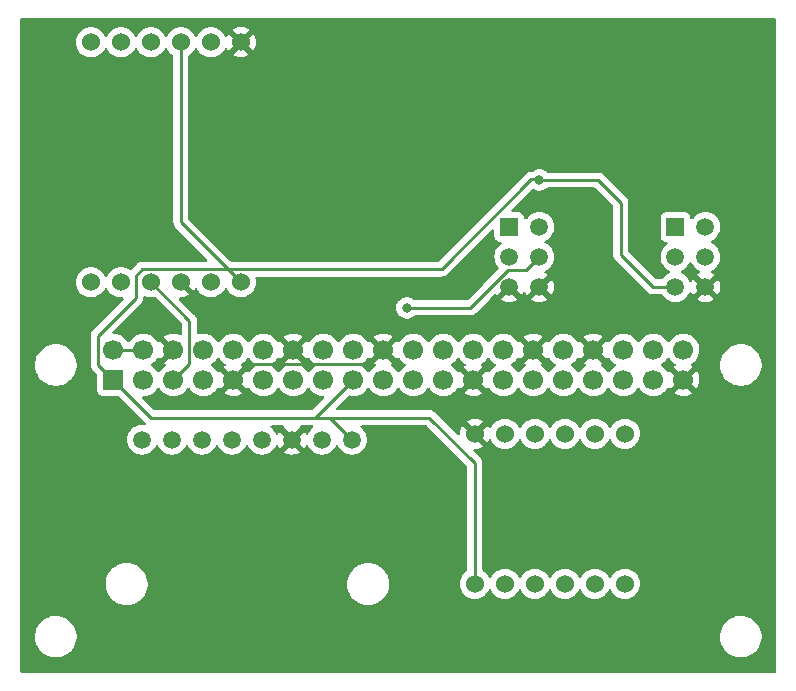
<source format=gbr>
%TF.GenerationSoftware,KiCad,Pcbnew,(6.0.1)*%
%TF.CreationDate,2022-01-30T17:08:52-06:00*%
%TF.ProjectId,BlackBox Hat,426c6163-6b42-46f7-9820-4861742e6b69,rev?*%
%TF.SameCoordinates,Original*%
%TF.FileFunction,Copper,L2,Bot*%
%TF.FilePolarity,Positive*%
%FSLAX46Y46*%
G04 Gerber Fmt 4.6, Leading zero omitted, Abs format (unit mm)*
G04 Created by KiCad (PCBNEW (6.0.1)) date 2022-01-30 17:08:52*
%MOMM*%
%LPD*%
G01*
G04 APERTURE LIST*
%TA.AperFunction,ComponentPad*%
%ADD10C,1.499000*%
%TD*%
%TA.AperFunction,ComponentPad*%
%ADD11R,1.499000X1.499000*%
%TD*%
%TA.AperFunction,ComponentPad*%
%ADD12C,1.524000*%
%TD*%
%TA.AperFunction,ComponentPad*%
%ADD13C,1.700000*%
%TD*%
%TA.AperFunction,ComponentPad*%
%ADD14R,1.700000X1.700000*%
%TD*%
%TA.AperFunction,ViaPad*%
%ADD15C,0.800000*%
%TD*%
%TA.AperFunction,Conductor*%
%ADD16C,0.250000*%
%TD*%
G04 APERTURE END LIST*
D10*
%TO.P,S1,8*%
%TO.N,N/C*%
X23495000Y-112133000D03*
%TO.P,S1,7*%
X26035000Y-112133000D03*
%TO.P,S1,6*%
%TO.N,SDA*%
X28575000Y-112133000D03*
%TO.P,S1,1*%
%TO.N,3.3V*%
X41275000Y-112133000D03*
%TO.P,S1,2*%
%TO.N,N/C*%
X38735000Y-112133000D03*
%TO.P,S1,3*%
%TO.N,GND*%
X36195000Y-112133000D03*
%TO.P,S1,4*%
%TO.N,SCL*%
X33655000Y-112133000D03*
%TO.P,S1,5*%
%TO.N,N/C*%
X31115000Y-112133000D03*
%TD*%
D11*
%TO.P,P2,1*%
%TO.N,GP12*%
X68667500Y-94116250D03*
D10*
%TO.P,P2,2*%
%TO.N,GP13*%
X71207500Y-94116250D03*
%TO.P,P2,3*%
%TO.N,GP20*%
X68667500Y-96656250D03*
%TO.P,P2,4*%
%TO.N,GP21*%
X71207500Y-96656250D03*
%TO.P,P2,5*%
%TO.N,3.3V*%
X68667500Y-99196250D03*
%TO.P,P2,6*%
%TO.N,GND*%
X71207500Y-99196250D03*
%TD*%
D11*
%TO.P,P1,1*%
%TO.N,SCL*%
X54595750Y-94116250D03*
D10*
%TO.P,P1,2*%
%TO.N,3.3V*%
X57135750Y-94116250D03*
%TO.P,P1,3*%
%TO.N,SDA*%
X54595750Y-96656250D03*
%TO.P,P1,4*%
%TO.N,5V*%
X57135750Y-96656250D03*
%TO.P,P1,5*%
%TO.N,GND*%
X54595750Y-99196250D03*
%TO.P,P1,6*%
X57135750Y-99196250D03*
%TD*%
D12*
%TO.P,S3,1*%
%TO.N,GND*%
X31877000Y-78486000D03*
%TO.P,S3,2*%
%TO.N,N/C*%
X29337000Y-78486000D03*
%TO.P,S3,4*%
X24257000Y-78486000D03*
%TO.P,S3,3*%
%TO.N,3.3V*%
X26797000Y-78486000D03*
%TO.P,S3,6*%
%TO.N,N/C*%
X19177000Y-78486000D03*
%TO.P,S3,5*%
X21717000Y-78486000D03*
%TO.P,S3,11*%
%TO.N,SDA*%
X21717000Y-98806000D03*
%TO.P,S3,12*%
%TO.N,N/C*%
X19177000Y-98806000D03*
%TO.P,S3,9*%
%TO.N,GND*%
X26797000Y-98806000D03*
%TO.P,S3,10*%
%TO.N,SCL*%
X24257000Y-98806000D03*
%TO.P,S3,8*%
%TO.N,N/C*%
X29337000Y-98806000D03*
%TO.P,S3,7*%
%TO.N,3.3V*%
X31877000Y-98806000D03*
%TD*%
%TO.P,S3,2*%
%TO.N,N/C*%
X54229000Y-124333000D03*
%TO.P,S3,3*%
X56769000Y-124333000D03*
%TO.P,S3,4*%
%TO.N,SDA*%
X59309000Y-124333000D03*
%TO.P,S3,5*%
%TO.N,SCL*%
X61849000Y-124333000D03*
%TO.P,S3,6*%
%TO.N,N/C*%
X64389000Y-124333000D03*
%TO.P,S3,1*%
%TO.N,3.3V*%
X51689000Y-124333000D03*
%TO.P,S3,7*%
%TO.N,N/C*%
X64389000Y-111633000D03*
%TO.P,S3,8*%
X61849000Y-111633000D03*
%TO.P,S3,9*%
X59309000Y-111633000D03*
%TO.P,S3,10*%
X56769000Y-111633000D03*
%TO.P,S3,11*%
X54229000Y-111633000D03*
%TO.P,S3,12*%
%TO.N,GND*%
X51689000Y-111633000D03*
%TD*%
D13*
%TO.P,X1,40*%
%TO.N,GP21*%
X69330000Y-104531000D03*
%TO.P,X1,39*%
%TO.N,GND*%
X69330000Y-107071000D03*
%TO.P,X1,38*%
%TO.N,GP20*%
X66790000Y-104531000D03*
%TO.P,X1,37*%
%TO.N,N/C*%
X66790000Y-107071000D03*
%TO.P,X1,36*%
X64250000Y-104531000D03*
%TO.P,X1,35*%
X64250000Y-107071000D03*
%TO.P,X1,34*%
%TO.N,GND*%
X61710000Y-104531000D03*
%TO.P,X1,33*%
%TO.N,GP13*%
X61710000Y-107071000D03*
%TO.P,X1,32*%
%TO.N,GP12*%
X59170000Y-104531000D03*
%TO.P,X1,31*%
%TO.N,N/C*%
X59170000Y-107071000D03*
%TO.P,X1,30*%
%TO.N,GND*%
X56630000Y-104531000D03*
%TO.P,X1,29*%
%TO.N,N/C*%
X56630000Y-107071000D03*
%TO.P,X1,28*%
X54090000Y-104531000D03*
%TO.P,X1,27*%
X54090000Y-107071000D03*
%TO.P,X1,26*%
X51550000Y-104531000D03*
%TO.P,X1,25*%
%TO.N,GND*%
X51550000Y-107071000D03*
%TO.P,X1,24*%
%TO.N,N/C*%
X49010000Y-104531000D03*
%TO.P,X1,23*%
X49010000Y-107071000D03*
%TO.P,X1,22*%
X46470000Y-104531000D03*
%TO.P,X1,21*%
X46470000Y-107071000D03*
%TO.P,X1,20*%
%TO.N,GND*%
X43930000Y-104531000D03*
%TO.P,X1,19*%
%TO.N,N/C*%
X43930000Y-107071000D03*
%TO.P,X1,18*%
X41390000Y-104531000D03*
%TO.P,X1,17*%
%TO.N,3.3V*%
X41390000Y-107071000D03*
%TO.P,X1,16*%
%TO.N,N/C*%
X38850000Y-104531000D03*
%TO.P,X1,15*%
X38850000Y-107071000D03*
%TO.P,X1,14*%
%TO.N,GND*%
X36310000Y-104531000D03*
%TO.P,X1,13*%
%TO.N,N/C*%
X36310000Y-107071000D03*
%TO.P,X1,12*%
X33770000Y-104531000D03*
%TO.P,X1,11*%
X33770000Y-107071000D03*
%TO.P,X1,10*%
X31230000Y-104531000D03*
%TO.P,X1,9*%
%TO.N,GND*%
X31230000Y-107071000D03*
%TO.P,X1,8*%
%TO.N,N/C*%
X28690000Y-104531000D03*
%TO.P,X1,7*%
X28690000Y-107071000D03*
%TO.P,X1,6*%
%TO.N,GND*%
X26150000Y-104531000D03*
%TO.P,X1,5*%
%TO.N,SCL*%
X26150000Y-107071000D03*
%TO.P,X1,4*%
%TO.N,5V*%
X23610000Y-104531000D03*
%TO.P,X1,3*%
%TO.N,SDA*%
X23610000Y-107071000D03*
%TO.P,X1,2*%
%TO.N,5V*%
X21070000Y-104531000D03*
D14*
%TO.P,X1,1*%
%TO.N,3.3V*%
X21070000Y-107071000D03*
%TD*%
D15*
%TO.N,5V*%
X45937500Y-100968750D03*
%TO.N,3.3V*%
X57135750Y-90145500D03*
%TD*%
D16*
%TO.N,GND*%
X34919489Y-105705511D02*
X32595489Y-105705511D01*
X35135489Y-105705511D02*
X34919489Y-105705511D01*
X43930000Y-104531000D02*
X42755489Y-105705511D01*
X42755489Y-105705511D02*
X34919489Y-105705511D01*
X32595489Y-105705511D02*
X31230000Y-107071000D01*
X36310000Y-104531000D02*
X35135489Y-105705511D01*
%TO.N,3.3V*%
X41390000Y-107071000D02*
X38186000Y-110275000D01*
X24274000Y-110275000D02*
X39417000Y-110275000D01*
X41275000Y-112133000D02*
X39417000Y-110275000D01*
X22968750Y-100125000D02*
X19781250Y-103312500D01*
X22968750Y-98250000D02*
X22968750Y-100125000D01*
X19781250Y-103312500D02*
X19781250Y-105782250D01*
X23535500Y-97683250D02*
X22968750Y-98250000D01*
X23535500Y-97683250D02*
X48880728Y-97683250D01*
X19781250Y-105782250D02*
X21070000Y-107071000D01*
%TO.N,5V*%
X54491868Y-97781250D02*
X56010750Y-97781250D01*
X56010750Y-97781250D02*
X57135750Y-96656250D01*
X51304368Y-100968750D02*
X54491868Y-97781250D01*
X45937500Y-100968750D02*
X51304368Y-100968750D01*
X21070000Y-104531000D02*
X23610000Y-104531000D01*
%TO.N,3.3V*%
X51689000Y-114126500D02*
X47837500Y-110275000D01*
X51689000Y-124333000D02*
X51689000Y-114126500D01*
X39350000Y-110275000D02*
X47837500Y-110275000D01*
X24274000Y-110275000D02*
X21070000Y-107071000D01*
X66758750Y-99196250D02*
X68667500Y-99196250D01*
X64031250Y-96468750D02*
X66758750Y-99196250D01*
X64031250Y-92062500D02*
X64031250Y-96468750D01*
X62114250Y-90145500D02*
X64031250Y-92062500D01*
X57135750Y-90145500D02*
X62114250Y-90145500D01*
X57093750Y-90093750D02*
X56470228Y-90093750D01*
X56470228Y-90093750D02*
X48880728Y-97683250D01*
X57135750Y-90135750D02*
X57093750Y-90093750D01*
X57135750Y-90145500D02*
X57135750Y-90135750D01*
X26797000Y-93726000D02*
X30754250Y-97683250D01*
X30754250Y-97683250D02*
X31877000Y-98806000D01*
X26797000Y-78486000D02*
X26797000Y-93726000D01*
%TO.N,SCL*%
X27515489Y-105705511D02*
X26150000Y-107071000D01*
X27515489Y-102064489D02*
X27515489Y-105705511D01*
X24257000Y-98806000D02*
X27515489Y-102064489D01*
%TD*%
%TA.AperFunction,Conductor*%
%TO.N,GND*%
G36*
X77134121Y-76428002D02*
G01*
X77180614Y-76481658D01*
X77192000Y-76534000D01*
X77192000Y-131766000D01*
X77171998Y-131834121D01*
X77118342Y-131880614D01*
X77066000Y-131892000D01*
X13334000Y-131892000D01*
X13265879Y-131871998D01*
X13219386Y-131818342D01*
X13208000Y-131766000D01*
X13208000Y-128908655D01*
X14439858Y-128908655D01*
X14475104Y-129167638D01*
X14476412Y-129172124D01*
X14476412Y-129172126D01*
X14496098Y-129239664D01*
X14548243Y-129418567D01*
X14657668Y-129655928D01*
X14660231Y-129659837D01*
X14798410Y-129870596D01*
X14798414Y-129870601D01*
X14800976Y-129874509D01*
X14975018Y-130069506D01*
X15175970Y-130236637D01*
X15179973Y-130239066D01*
X15395422Y-130369804D01*
X15395426Y-130369806D01*
X15399419Y-130372229D01*
X15640455Y-130473303D01*
X15893783Y-130537641D01*
X15898434Y-130538109D01*
X15898438Y-130538110D01*
X16091308Y-130557531D01*
X16110867Y-130559500D01*
X16266354Y-130559500D01*
X16268679Y-130559327D01*
X16268685Y-130559327D01*
X16456000Y-130545407D01*
X16456004Y-130545406D01*
X16460652Y-130545061D01*
X16465200Y-130544032D01*
X16465206Y-130544031D01*
X16651601Y-130501853D01*
X16715577Y-130487377D01*
X16751769Y-130473303D01*
X16954824Y-130394340D01*
X16954827Y-130394339D01*
X16959177Y-130392647D01*
X17186098Y-130262951D01*
X17391357Y-130101138D01*
X17570443Y-129910763D01*
X17719424Y-129696009D01*
X17835025Y-129461593D01*
X17914707Y-129212665D01*
X17956721Y-128954693D01*
X17957324Y-128908655D01*
X72439858Y-128908655D01*
X72475104Y-129167638D01*
X72476412Y-129172124D01*
X72476412Y-129172126D01*
X72496098Y-129239664D01*
X72548243Y-129418567D01*
X72657668Y-129655928D01*
X72660231Y-129659837D01*
X72798410Y-129870596D01*
X72798414Y-129870601D01*
X72800976Y-129874509D01*
X72975018Y-130069506D01*
X73175970Y-130236637D01*
X73179973Y-130239066D01*
X73395422Y-130369804D01*
X73395426Y-130369806D01*
X73399419Y-130372229D01*
X73640455Y-130473303D01*
X73893783Y-130537641D01*
X73898434Y-130538109D01*
X73898438Y-130538110D01*
X74091308Y-130557531D01*
X74110867Y-130559500D01*
X74266354Y-130559500D01*
X74268679Y-130559327D01*
X74268685Y-130559327D01*
X74456000Y-130545407D01*
X74456004Y-130545406D01*
X74460652Y-130545061D01*
X74465200Y-130544032D01*
X74465206Y-130544031D01*
X74651601Y-130501853D01*
X74715577Y-130487377D01*
X74751769Y-130473303D01*
X74954824Y-130394340D01*
X74954827Y-130394339D01*
X74959177Y-130392647D01*
X75186098Y-130262951D01*
X75391357Y-130101138D01*
X75570443Y-129910763D01*
X75719424Y-129696009D01*
X75835025Y-129461593D01*
X75914707Y-129212665D01*
X75956721Y-128954693D01*
X75960142Y-128693345D01*
X75924896Y-128434362D01*
X75910473Y-128384877D01*
X75853068Y-128187932D01*
X75851757Y-128183433D01*
X75742332Y-127946072D01*
X75709519Y-127896024D01*
X75601590Y-127731404D01*
X75601586Y-127731399D01*
X75599024Y-127727491D01*
X75424982Y-127532494D01*
X75224030Y-127365363D01*
X75176844Y-127336730D01*
X75004578Y-127232196D01*
X75004574Y-127232194D01*
X75000581Y-127229771D01*
X74759545Y-127128697D01*
X74506217Y-127064359D01*
X74501566Y-127063891D01*
X74501562Y-127063890D01*
X74292271Y-127042816D01*
X74289133Y-127042500D01*
X74133646Y-127042500D01*
X74131321Y-127042673D01*
X74131315Y-127042673D01*
X73944000Y-127056593D01*
X73943996Y-127056594D01*
X73939348Y-127056939D01*
X73934800Y-127057968D01*
X73934794Y-127057969D01*
X73748399Y-127100147D01*
X73684423Y-127114623D01*
X73680071Y-127116315D01*
X73680069Y-127116316D01*
X73445176Y-127207660D01*
X73445173Y-127207661D01*
X73440823Y-127209353D01*
X73213902Y-127339049D01*
X73008643Y-127500862D01*
X72829557Y-127691237D01*
X72680576Y-127905991D01*
X72564975Y-128140407D01*
X72485293Y-128389335D01*
X72443279Y-128647307D01*
X72439858Y-128908655D01*
X17957324Y-128908655D01*
X17960142Y-128693345D01*
X17924896Y-128434362D01*
X17910473Y-128384877D01*
X17853068Y-128187932D01*
X17851757Y-128183433D01*
X17742332Y-127946072D01*
X17709519Y-127896024D01*
X17601590Y-127731404D01*
X17601586Y-127731399D01*
X17599024Y-127727491D01*
X17424982Y-127532494D01*
X17224030Y-127365363D01*
X17176844Y-127336730D01*
X17004578Y-127232196D01*
X17004574Y-127232194D01*
X17000581Y-127229771D01*
X16759545Y-127128697D01*
X16506217Y-127064359D01*
X16501566Y-127063891D01*
X16501562Y-127063890D01*
X16292271Y-127042816D01*
X16289133Y-127042500D01*
X16133646Y-127042500D01*
X16131321Y-127042673D01*
X16131315Y-127042673D01*
X15944000Y-127056593D01*
X15943996Y-127056594D01*
X15939348Y-127056939D01*
X15934800Y-127057968D01*
X15934794Y-127057969D01*
X15748399Y-127100147D01*
X15684423Y-127114623D01*
X15680071Y-127116315D01*
X15680069Y-127116316D01*
X15445176Y-127207660D01*
X15445173Y-127207661D01*
X15440823Y-127209353D01*
X15213902Y-127339049D01*
X15008643Y-127500862D01*
X14829557Y-127691237D01*
X14680576Y-127905991D01*
X14564975Y-128140407D01*
X14485293Y-128389335D01*
X14443279Y-128647307D01*
X14439858Y-128908655D01*
X13208000Y-128908655D01*
X13208000Y-124462879D01*
X20413840Y-124462879D01*
X20449486Y-124724808D01*
X20450795Y-124729298D01*
X20450796Y-124729304D01*
X20473858Y-124808423D01*
X20523457Y-124978590D01*
X20634127Y-125218652D01*
X20636690Y-125222561D01*
X20776499Y-125435805D01*
X20776503Y-125435810D01*
X20779065Y-125439718D01*
X20858857Y-125529117D01*
X20912285Y-125588978D01*
X20955086Y-125636933D01*
X21158324Y-125805964D01*
X21384314Y-125943099D01*
X21388622Y-125944905D01*
X21388623Y-125944906D01*
X21623776Y-126043514D01*
X21623781Y-126043516D01*
X21628091Y-126045323D01*
X21632623Y-126046474D01*
X21632626Y-126046475D01*
X21688197Y-126060588D01*
X21884301Y-126110392D01*
X22103856Y-126132500D01*
X22261108Y-126132500D01*
X22263433Y-126132327D01*
X22263439Y-126132327D01*
X22452964Y-126118243D01*
X22452968Y-126118242D01*
X22457616Y-126117897D01*
X22715441Y-126059557D01*
X22719795Y-126057864D01*
X22957458Y-125965442D01*
X22957460Y-125965441D01*
X22961811Y-125963749D01*
X22994780Y-125944906D01*
X23046448Y-125915375D01*
X23191313Y-125832578D01*
X23398906Y-125668925D01*
X23580030Y-125476385D01*
X23609204Y-125434331D01*
X23728042Y-125263026D01*
X23728045Y-125263021D01*
X23730704Y-125259188D01*
X23732771Y-125254997D01*
X23845555Y-125026294D01*
X23845556Y-125026291D01*
X23847620Y-125022106D01*
X23928209Y-124770347D01*
X23951420Y-124627825D01*
X23969949Y-124514053D01*
X23969949Y-124514052D01*
X23970700Y-124509441D01*
X23971310Y-124462879D01*
X40860840Y-124462879D01*
X40896486Y-124724808D01*
X40897795Y-124729298D01*
X40897796Y-124729304D01*
X40920858Y-124808423D01*
X40970457Y-124978590D01*
X41081127Y-125218652D01*
X41083690Y-125222561D01*
X41223499Y-125435805D01*
X41223503Y-125435810D01*
X41226065Y-125439718D01*
X41305857Y-125529117D01*
X41359285Y-125588978D01*
X41402086Y-125636933D01*
X41605324Y-125805964D01*
X41831314Y-125943099D01*
X41835622Y-125944905D01*
X41835623Y-125944906D01*
X42070776Y-126043514D01*
X42070781Y-126043516D01*
X42075091Y-126045323D01*
X42079623Y-126046474D01*
X42079626Y-126046475D01*
X42135197Y-126060588D01*
X42331301Y-126110392D01*
X42550856Y-126132500D01*
X42708108Y-126132500D01*
X42710433Y-126132327D01*
X42710439Y-126132327D01*
X42899964Y-126118243D01*
X42899968Y-126118242D01*
X42904616Y-126117897D01*
X43162441Y-126059557D01*
X43166795Y-126057864D01*
X43404458Y-125965442D01*
X43404460Y-125965441D01*
X43408811Y-125963749D01*
X43441780Y-125944906D01*
X43493448Y-125915375D01*
X43638313Y-125832578D01*
X43845906Y-125668925D01*
X44027030Y-125476385D01*
X44056204Y-125434331D01*
X44175042Y-125263026D01*
X44175045Y-125263021D01*
X44177704Y-125259188D01*
X44179771Y-125254997D01*
X44292555Y-125026294D01*
X44292556Y-125026291D01*
X44294620Y-125022106D01*
X44375209Y-124770347D01*
X44398420Y-124627825D01*
X44416949Y-124514053D01*
X44416949Y-124514052D01*
X44417700Y-124509441D01*
X44421160Y-124245121D01*
X44385514Y-123983192D01*
X44311543Y-123729410D01*
X44293751Y-123690815D01*
X44213957Y-123517730D01*
X44200873Y-123489348D01*
X44111390Y-123352864D01*
X44058501Y-123272195D01*
X44058497Y-123272190D01*
X44055935Y-123268282D01*
X43879914Y-123071067D01*
X43676676Y-122902036D01*
X43450686Y-122764901D01*
X43406969Y-122746569D01*
X43211224Y-122664486D01*
X43211219Y-122664484D01*
X43206909Y-122662677D01*
X43202377Y-122661526D01*
X43202374Y-122661525D01*
X43074879Y-122629146D01*
X42950699Y-122597608D01*
X42731144Y-122575500D01*
X42573892Y-122575500D01*
X42571567Y-122575673D01*
X42571561Y-122575673D01*
X42382036Y-122589757D01*
X42382032Y-122589758D01*
X42377384Y-122590103D01*
X42119559Y-122648443D01*
X42115207Y-122650135D01*
X42115205Y-122650136D01*
X41877542Y-122742558D01*
X41877540Y-122742559D01*
X41873189Y-122744251D01*
X41869135Y-122746568D01*
X41869133Y-122746569D01*
X41837059Y-122764901D01*
X41643687Y-122875422D01*
X41436094Y-123039075D01*
X41344085Y-123136883D01*
X41259722Y-123226564D01*
X41254970Y-123231615D01*
X41252304Y-123235458D01*
X41168666Y-123356023D01*
X41104296Y-123448812D01*
X41102230Y-123453001D01*
X41102229Y-123453003D01*
X41086234Y-123485439D01*
X40987380Y-123685894D01*
X40906791Y-123937653D01*
X40864300Y-124198559D01*
X40860840Y-124462879D01*
X23971310Y-124462879D01*
X23974160Y-124245121D01*
X23938514Y-123983192D01*
X23864543Y-123729410D01*
X23846751Y-123690815D01*
X23766957Y-123517730D01*
X23753873Y-123489348D01*
X23664390Y-123352864D01*
X23611501Y-123272195D01*
X23611497Y-123272190D01*
X23608935Y-123268282D01*
X23432914Y-123071067D01*
X23229676Y-122902036D01*
X23003686Y-122764901D01*
X22959969Y-122746569D01*
X22764224Y-122664486D01*
X22764219Y-122664484D01*
X22759909Y-122662677D01*
X22755377Y-122661526D01*
X22755374Y-122661525D01*
X22627879Y-122629146D01*
X22503699Y-122597608D01*
X22284144Y-122575500D01*
X22126892Y-122575500D01*
X22124567Y-122575673D01*
X22124561Y-122575673D01*
X21935036Y-122589757D01*
X21935032Y-122589758D01*
X21930384Y-122590103D01*
X21672559Y-122648443D01*
X21668207Y-122650135D01*
X21668205Y-122650136D01*
X21430542Y-122742558D01*
X21430540Y-122742559D01*
X21426189Y-122744251D01*
X21422135Y-122746568D01*
X21422133Y-122746569D01*
X21390059Y-122764901D01*
X21196687Y-122875422D01*
X20989094Y-123039075D01*
X20897085Y-123136883D01*
X20812722Y-123226564D01*
X20807970Y-123231615D01*
X20805304Y-123235458D01*
X20721666Y-123356023D01*
X20657296Y-123448812D01*
X20655230Y-123453001D01*
X20655229Y-123453003D01*
X20639234Y-123485439D01*
X20540380Y-123685894D01*
X20459791Y-123937653D01*
X20417300Y-124198559D01*
X20413840Y-124462879D01*
X13208000Y-124462879D01*
X13208000Y-105908655D01*
X14439858Y-105908655D01*
X14475104Y-106167638D01*
X14476412Y-106172124D01*
X14476412Y-106172126D01*
X14489609Y-106217403D01*
X14548243Y-106418567D01*
X14657668Y-106655928D01*
X14660231Y-106659837D01*
X14798410Y-106870596D01*
X14798414Y-106870601D01*
X14800976Y-106874509D01*
X14975018Y-107069506D01*
X15175970Y-107236637D01*
X15179973Y-107239066D01*
X15395422Y-107369804D01*
X15395426Y-107369806D01*
X15399419Y-107372229D01*
X15640455Y-107473303D01*
X15893783Y-107537641D01*
X15898434Y-107538109D01*
X15898438Y-107538110D01*
X16091308Y-107557531D01*
X16110867Y-107559500D01*
X16266354Y-107559500D01*
X16268679Y-107559327D01*
X16268685Y-107559327D01*
X16456000Y-107545407D01*
X16456004Y-107545406D01*
X16460652Y-107545061D01*
X16465200Y-107544032D01*
X16465206Y-107544031D01*
X16651601Y-107501853D01*
X16715577Y-107487377D01*
X16751769Y-107473303D01*
X16954824Y-107394340D01*
X16954827Y-107394339D01*
X16959177Y-107392647D01*
X17186098Y-107262951D01*
X17391357Y-107101138D01*
X17570443Y-106910763D01*
X17676116Y-106758437D01*
X17716759Y-106699851D01*
X17716761Y-106699848D01*
X17719424Y-106696009D01*
X17751137Y-106631702D01*
X17832960Y-106465781D01*
X17832961Y-106465778D01*
X17835025Y-106461593D01*
X17846150Y-106426840D01*
X17913280Y-106217123D01*
X17914707Y-106212665D01*
X17956721Y-105954693D01*
X17959360Y-105753069D01*
X17960081Y-105698022D01*
X17960081Y-105698019D01*
X17960142Y-105693345D01*
X17924896Y-105434362D01*
X17910473Y-105384877D01*
X17881680Y-105286096D01*
X17851757Y-105183433D01*
X17849541Y-105178625D01*
X17744289Y-104950318D01*
X17742332Y-104946072D01*
X17655702Y-104813939D01*
X17601590Y-104731404D01*
X17601586Y-104731399D01*
X17599024Y-104727491D01*
X17424982Y-104532494D01*
X17224030Y-104365363D01*
X17138599Y-104313522D01*
X17004578Y-104232196D01*
X17004574Y-104232194D01*
X17000581Y-104229771D01*
X16759545Y-104128697D01*
X16506217Y-104064359D01*
X16501566Y-104063891D01*
X16501562Y-104063890D01*
X16292271Y-104042816D01*
X16289133Y-104042500D01*
X16133646Y-104042500D01*
X16131321Y-104042673D01*
X16131315Y-104042673D01*
X15944000Y-104056593D01*
X15943996Y-104056594D01*
X15939348Y-104056939D01*
X15934800Y-104057968D01*
X15934794Y-104057969D01*
X15763542Y-104096720D01*
X15684423Y-104114623D01*
X15680071Y-104116315D01*
X15680069Y-104116316D01*
X15445176Y-104207660D01*
X15445173Y-104207661D01*
X15440823Y-104209353D01*
X15213902Y-104339049D01*
X15008643Y-104500862D01*
X14829557Y-104691237D01*
X14744435Y-104813939D01*
X14687918Y-104895408D01*
X14680576Y-104905991D01*
X14564975Y-105140407D01*
X14563553Y-105144850D01*
X14563552Y-105144852D01*
X14535007Y-105234028D01*
X14485293Y-105389335D01*
X14443279Y-105647307D01*
X14442246Y-105726248D01*
X14440106Y-105889747D01*
X14439858Y-105908655D01*
X13208000Y-105908655D01*
X13208000Y-98806000D01*
X17901647Y-98806000D01*
X17921022Y-99027463D01*
X17978560Y-99242196D01*
X17980882Y-99247177D01*
X17980883Y-99247178D01*
X18070186Y-99438689D01*
X18070189Y-99438694D01*
X18072512Y-99443676D01*
X18075668Y-99448183D01*
X18075669Y-99448185D01*
X18180064Y-99597276D01*
X18200023Y-99625781D01*
X18357219Y-99782977D01*
X18361727Y-99786134D01*
X18361730Y-99786136D01*
X18424816Y-99830309D01*
X18539323Y-99910488D01*
X18544305Y-99912811D01*
X18544310Y-99912814D01*
X18713356Y-99991641D01*
X18740804Y-100004440D01*
X18746112Y-100005862D01*
X18746114Y-100005863D01*
X18811949Y-100023503D01*
X18955537Y-100061978D01*
X19177000Y-100081353D01*
X19398463Y-100061978D01*
X19542051Y-100023503D01*
X19607886Y-100005863D01*
X19607888Y-100005862D01*
X19613196Y-100004440D01*
X19640644Y-99991641D01*
X19809690Y-99912814D01*
X19809695Y-99912811D01*
X19814677Y-99910488D01*
X19929184Y-99830309D01*
X19992270Y-99786136D01*
X19992273Y-99786134D01*
X19996781Y-99782977D01*
X20153977Y-99625781D01*
X20173937Y-99597276D01*
X20278331Y-99448185D01*
X20278332Y-99448183D01*
X20281488Y-99443676D01*
X20283811Y-99438694D01*
X20283814Y-99438689D01*
X20332805Y-99333627D01*
X20379723Y-99280342D01*
X20448000Y-99260881D01*
X20515960Y-99281423D01*
X20561195Y-99333627D01*
X20610186Y-99438689D01*
X20610189Y-99438694D01*
X20612512Y-99443676D01*
X20615668Y-99448183D01*
X20615669Y-99448185D01*
X20720064Y-99597276D01*
X20740023Y-99625781D01*
X20897219Y-99782977D01*
X20901727Y-99786134D01*
X20901730Y-99786136D01*
X20964816Y-99830309D01*
X21079323Y-99910488D01*
X21084305Y-99912811D01*
X21084310Y-99912814D01*
X21253356Y-99991641D01*
X21280804Y-100004440D01*
X21286112Y-100005862D01*
X21286114Y-100005863D01*
X21351949Y-100023503D01*
X21495537Y-100061978D01*
X21717000Y-100081353D01*
X21722475Y-100080874D01*
X21809931Y-100073223D01*
X21879536Y-100087213D01*
X21930528Y-100136612D01*
X21946718Y-100205738D01*
X21922965Y-100272644D01*
X21910008Y-100287838D01*
X20647112Y-101550733D01*
X19388997Y-102808848D01*
X19380711Y-102816388D01*
X19374232Y-102820500D01*
X19368807Y-102826277D01*
X19327607Y-102870151D01*
X19324852Y-102872993D01*
X19305115Y-102892730D01*
X19302635Y-102895927D01*
X19294932Y-102904947D01*
X19264664Y-102937179D01*
X19260845Y-102944125D01*
X19260843Y-102944128D01*
X19254902Y-102954934D01*
X19244051Y-102971453D01*
X19231636Y-102987459D01*
X19228491Y-102994728D01*
X19228488Y-102994732D01*
X19214076Y-103028037D01*
X19208859Y-103038687D01*
X19187555Y-103077440D01*
X19185584Y-103085115D01*
X19185584Y-103085116D01*
X19182517Y-103097062D01*
X19176113Y-103115766D01*
X19168069Y-103134355D01*
X19166830Y-103142178D01*
X19166827Y-103142188D01*
X19161151Y-103178024D01*
X19158745Y-103189644D01*
X19147750Y-103232470D01*
X19147750Y-103252724D01*
X19146199Y-103272434D01*
X19143030Y-103292443D01*
X19143776Y-103300335D01*
X19147191Y-103336461D01*
X19147750Y-103348319D01*
X19147750Y-105703483D01*
X19147223Y-105714666D01*
X19145548Y-105722159D01*
X19145797Y-105730085D01*
X19145797Y-105730086D01*
X19147688Y-105790236D01*
X19147750Y-105794195D01*
X19147750Y-105822106D01*
X19148247Y-105826040D01*
X19148247Y-105826041D01*
X19148255Y-105826106D01*
X19149188Y-105837943D01*
X19150577Y-105882139D01*
X19153661Y-105892753D01*
X19156228Y-105901589D01*
X19160237Y-105920950D01*
X19161773Y-105933104D01*
X19162776Y-105941047D01*
X19165695Y-105948418D01*
X19165695Y-105948420D01*
X19179054Y-105982162D01*
X19182899Y-105993392D01*
X19195232Y-106035843D01*
X19199265Y-106042662D01*
X19199267Y-106042667D01*
X19205543Y-106053278D01*
X19214238Y-106071026D01*
X19221698Y-106089867D01*
X19226360Y-106096283D01*
X19226360Y-106096284D01*
X19247686Y-106125637D01*
X19254202Y-106135557D01*
X19276708Y-106173612D01*
X19291029Y-106187933D01*
X19303869Y-106202966D01*
X19315778Y-106219357D01*
X19321884Y-106224408D01*
X19349855Y-106247548D01*
X19358634Y-106255538D01*
X19674595Y-106571499D01*
X19708621Y-106633811D01*
X19711500Y-106660594D01*
X19711500Y-107969134D01*
X19718255Y-108031316D01*
X19769385Y-108167705D01*
X19856739Y-108284261D01*
X19973295Y-108371615D01*
X20109684Y-108422745D01*
X20171866Y-108429500D01*
X21480406Y-108429500D01*
X21548527Y-108449502D01*
X21569501Y-108466405D01*
X23770343Y-110667247D01*
X23777888Y-110675538D01*
X23782000Y-110682018D01*
X23782803Y-110682772D01*
X23809612Y-110745223D01*
X23797902Y-110815248D01*
X23750192Y-110867824D01*
X23681631Y-110886261D01*
X23673538Y-110885815D01*
X23495000Y-110870195D01*
X23275716Y-110889380D01*
X23270402Y-110890804D01*
X23270401Y-110890804D01*
X23068405Y-110944928D01*
X23068403Y-110944929D01*
X23063095Y-110946351D01*
X23058115Y-110948673D01*
X23058113Y-110948674D01*
X22868579Y-111037056D01*
X22868576Y-111037058D01*
X22863598Y-111039379D01*
X22683285Y-111165635D01*
X22527635Y-111321285D01*
X22401379Y-111501598D01*
X22399058Y-111506576D01*
X22399056Y-111506579D01*
X22330668Y-111653236D01*
X22308351Y-111701095D01*
X22306929Y-111706403D01*
X22306928Y-111706405D01*
X22265833Y-111859776D01*
X22251380Y-111913716D01*
X22232195Y-112133000D01*
X22251380Y-112352284D01*
X22252804Y-112357598D01*
X22252804Y-112357599D01*
X22292306Y-112505022D01*
X22308351Y-112564905D01*
X22310673Y-112569885D01*
X22310674Y-112569887D01*
X22388829Y-112737488D01*
X22401379Y-112764402D01*
X22527635Y-112944715D01*
X22683285Y-113100365D01*
X22687793Y-113103522D01*
X22687796Y-113103524D01*
X22817339Y-113194231D01*
X22863597Y-113226621D01*
X22868579Y-113228944D01*
X22868584Y-113228947D01*
X23057101Y-113316854D01*
X23063095Y-113319649D01*
X23068403Y-113321071D01*
X23068405Y-113321072D01*
X23270401Y-113375196D01*
X23270402Y-113375196D01*
X23275716Y-113376620D01*
X23495000Y-113395805D01*
X23714284Y-113376620D01*
X23719598Y-113375196D01*
X23719599Y-113375196D01*
X23921595Y-113321072D01*
X23921597Y-113321071D01*
X23926905Y-113319649D01*
X23932899Y-113316854D01*
X24121416Y-113228947D01*
X24121421Y-113228944D01*
X24126403Y-113226621D01*
X24172661Y-113194231D01*
X24302204Y-113103524D01*
X24302207Y-113103522D01*
X24306715Y-113100365D01*
X24462365Y-112944715D01*
X24588621Y-112764402D01*
X24601172Y-112737488D01*
X24650805Y-112631049D01*
X24697723Y-112577764D01*
X24766000Y-112558303D01*
X24833960Y-112578845D01*
X24879195Y-112631049D01*
X24928829Y-112737488D01*
X24941379Y-112764402D01*
X25067635Y-112944715D01*
X25223285Y-113100365D01*
X25227793Y-113103522D01*
X25227796Y-113103524D01*
X25357339Y-113194231D01*
X25403597Y-113226621D01*
X25408579Y-113228944D01*
X25408584Y-113228947D01*
X25597101Y-113316854D01*
X25603095Y-113319649D01*
X25608403Y-113321071D01*
X25608405Y-113321072D01*
X25810401Y-113375196D01*
X25810402Y-113375196D01*
X25815716Y-113376620D01*
X26035000Y-113395805D01*
X26254284Y-113376620D01*
X26259598Y-113375196D01*
X26259599Y-113375196D01*
X26461595Y-113321072D01*
X26461597Y-113321071D01*
X26466905Y-113319649D01*
X26472899Y-113316854D01*
X26661416Y-113228947D01*
X26661421Y-113228944D01*
X26666403Y-113226621D01*
X26712661Y-113194231D01*
X26842204Y-113103524D01*
X26842207Y-113103522D01*
X26846715Y-113100365D01*
X27002365Y-112944715D01*
X27128621Y-112764402D01*
X27141172Y-112737488D01*
X27190805Y-112631049D01*
X27237723Y-112577764D01*
X27306000Y-112558303D01*
X27373960Y-112578845D01*
X27419195Y-112631049D01*
X27468829Y-112737488D01*
X27481379Y-112764402D01*
X27607635Y-112944715D01*
X27763285Y-113100365D01*
X27767793Y-113103522D01*
X27767796Y-113103524D01*
X27897339Y-113194231D01*
X27943597Y-113226621D01*
X27948579Y-113228944D01*
X27948584Y-113228947D01*
X28137101Y-113316854D01*
X28143095Y-113319649D01*
X28148403Y-113321071D01*
X28148405Y-113321072D01*
X28350401Y-113375196D01*
X28350402Y-113375196D01*
X28355716Y-113376620D01*
X28575000Y-113395805D01*
X28794284Y-113376620D01*
X28799598Y-113375196D01*
X28799599Y-113375196D01*
X29001595Y-113321072D01*
X29001597Y-113321071D01*
X29006905Y-113319649D01*
X29012899Y-113316854D01*
X29201416Y-113228947D01*
X29201421Y-113228944D01*
X29206403Y-113226621D01*
X29252661Y-113194231D01*
X29382204Y-113103524D01*
X29382207Y-113103522D01*
X29386715Y-113100365D01*
X29542365Y-112944715D01*
X29668621Y-112764402D01*
X29681172Y-112737488D01*
X29730805Y-112631049D01*
X29777723Y-112577764D01*
X29846000Y-112558303D01*
X29913960Y-112578845D01*
X29959195Y-112631049D01*
X30008829Y-112737488D01*
X30021379Y-112764402D01*
X30147635Y-112944715D01*
X30303285Y-113100365D01*
X30307793Y-113103522D01*
X30307796Y-113103524D01*
X30437339Y-113194231D01*
X30483597Y-113226621D01*
X30488579Y-113228944D01*
X30488584Y-113228947D01*
X30677101Y-113316854D01*
X30683095Y-113319649D01*
X30688403Y-113321071D01*
X30688405Y-113321072D01*
X30890401Y-113375196D01*
X30890402Y-113375196D01*
X30895716Y-113376620D01*
X31115000Y-113395805D01*
X31334284Y-113376620D01*
X31339598Y-113375196D01*
X31339599Y-113375196D01*
X31541595Y-113321072D01*
X31541597Y-113321071D01*
X31546905Y-113319649D01*
X31552899Y-113316854D01*
X31741416Y-113228947D01*
X31741421Y-113228944D01*
X31746403Y-113226621D01*
X31792661Y-113194231D01*
X31922204Y-113103524D01*
X31922207Y-113103522D01*
X31926715Y-113100365D01*
X32082365Y-112944715D01*
X32208621Y-112764402D01*
X32221172Y-112737488D01*
X32270805Y-112631049D01*
X32317723Y-112577764D01*
X32386000Y-112558303D01*
X32453960Y-112578845D01*
X32499195Y-112631049D01*
X32548829Y-112737488D01*
X32561379Y-112764402D01*
X32687635Y-112944715D01*
X32843285Y-113100365D01*
X32847793Y-113103522D01*
X32847796Y-113103524D01*
X32977339Y-113194231D01*
X33023597Y-113226621D01*
X33028579Y-113228944D01*
X33028584Y-113228947D01*
X33217101Y-113316854D01*
X33223095Y-113319649D01*
X33228403Y-113321071D01*
X33228405Y-113321072D01*
X33430401Y-113375196D01*
X33430402Y-113375196D01*
X33435716Y-113376620D01*
X33655000Y-113395805D01*
X33874284Y-113376620D01*
X33879598Y-113375196D01*
X33879599Y-113375196D01*
X34081595Y-113321072D01*
X34081597Y-113321071D01*
X34086905Y-113319649D01*
X34092899Y-113316854D01*
X34281416Y-113228947D01*
X34281421Y-113228944D01*
X34286403Y-113226621D01*
X34332661Y-113194231D01*
X34348983Y-113182802D01*
X35509753Y-113182802D01*
X35519049Y-113194817D01*
X35559340Y-113223029D01*
X35568835Y-113228512D01*
X35758285Y-113316854D01*
X35768577Y-113320600D01*
X35970490Y-113374702D01*
X35981283Y-113376605D01*
X36189525Y-113394824D01*
X36200475Y-113394824D01*
X36408717Y-113376605D01*
X36419510Y-113374702D01*
X36621423Y-113320600D01*
X36631715Y-113316854D01*
X36821165Y-113228512D01*
X36830660Y-113223029D01*
X36871788Y-113194231D01*
X36880164Y-113183752D01*
X36873096Y-113170306D01*
X36207812Y-112505022D01*
X36193868Y-112497408D01*
X36192035Y-112497539D01*
X36185420Y-112501790D01*
X35516183Y-113171027D01*
X35509753Y-113182802D01*
X34348983Y-113182802D01*
X34462204Y-113103524D01*
X34462207Y-113103522D01*
X34466715Y-113100365D01*
X34622365Y-112944715D01*
X34748621Y-112764402D01*
X34761172Y-112737488D01*
X34811081Y-112630457D01*
X34857999Y-112577172D01*
X34926276Y-112557711D01*
X34994236Y-112578253D01*
X35039471Y-112630457D01*
X35099491Y-112759170D01*
X35104969Y-112768656D01*
X35133769Y-112809788D01*
X35144247Y-112818163D01*
X35157695Y-112811095D01*
X35822978Y-112145812D01*
X35830592Y-112131868D01*
X35830461Y-112130035D01*
X35826210Y-112123420D01*
X35156973Y-111454183D01*
X35145199Y-111447753D01*
X35133183Y-111457050D01*
X35104969Y-111497344D01*
X35099491Y-111506830D01*
X35039471Y-111635543D01*
X34992553Y-111688828D01*
X34924276Y-111708289D01*
X34856316Y-111687747D01*
X34811081Y-111635543D01*
X34750944Y-111506579D01*
X34750942Y-111506576D01*
X34748621Y-111501598D01*
X34622365Y-111321285D01*
X34466715Y-111165635D01*
X34462205Y-111162477D01*
X34462199Y-111162472D01*
X34426839Y-111137713D01*
X34382510Y-111082256D01*
X34375201Y-111011637D01*
X34407231Y-110948276D01*
X34468433Y-110912291D01*
X34499109Y-110908500D01*
X35386762Y-110908500D01*
X35454883Y-110928502D01*
X35501376Y-110982158D01*
X35512093Y-111047471D01*
X35508715Y-111080113D01*
X35516905Y-111095695D01*
X36182188Y-111760978D01*
X36196132Y-111768592D01*
X36197965Y-111768461D01*
X36204580Y-111764210D01*
X36873817Y-111094973D01*
X36881431Y-111081029D01*
X36879456Y-111053412D01*
X36876357Y-111045491D01*
X36890341Y-110975885D01*
X36939737Y-110924889D01*
X37001877Y-110908500D01*
X37890892Y-110908500D01*
X37959013Y-110928502D01*
X38005506Y-110982158D01*
X38015610Y-111052432D01*
X37986116Y-111117012D01*
X37963162Y-111137713D01*
X37923285Y-111165635D01*
X37767635Y-111321285D01*
X37641379Y-111501598D01*
X37639058Y-111506576D01*
X37639056Y-111506579D01*
X37578919Y-111635543D01*
X37532001Y-111688828D01*
X37463724Y-111708289D01*
X37395764Y-111687747D01*
X37350529Y-111635543D01*
X37290509Y-111506830D01*
X37285031Y-111497344D01*
X37256231Y-111456212D01*
X37245753Y-111447837D01*
X37232305Y-111454905D01*
X36567022Y-112120188D01*
X36559408Y-112134132D01*
X36559539Y-112135965D01*
X36563790Y-112142580D01*
X37233027Y-112811817D01*
X37244801Y-112818247D01*
X37256817Y-112808950D01*
X37285031Y-112768656D01*
X37290509Y-112759170D01*
X37350529Y-112630457D01*
X37397447Y-112577172D01*
X37465724Y-112557711D01*
X37533684Y-112578253D01*
X37578919Y-112630457D01*
X37628829Y-112737488D01*
X37641379Y-112764402D01*
X37767635Y-112944715D01*
X37923285Y-113100365D01*
X37927793Y-113103522D01*
X37927796Y-113103524D01*
X38057339Y-113194231D01*
X38103597Y-113226621D01*
X38108579Y-113228944D01*
X38108584Y-113228947D01*
X38297101Y-113316854D01*
X38303095Y-113319649D01*
X38308403Y-113321071D01*
X38308405Y-113321072D01*
X38510401Y-113375196D01*
X38510402Y-113375196D01*
X38515716Y-113376620D01*
X38735000Y-113395805D01*
X38954284Y-113376620D01*
X38959598Y-113375196D01*
X38959599Y-113375196D01*
X39161595Y-113321072D01*
X39161597Y-113321071D01*
X39166905Y-113319649D01*
X39172899Y-113316854D01*
X39361416Y-113228947D01*
X39361421Y-113228944D01*
X39366403Y-113226621D01*
X39412661Y-113194231D01*
X39542204Y-113103524D01*
X39542207Y-113103522D01*
X39546715Y-113100365D01*
X39702365Y-112944715D01*
X39828621Y-112764402D01*
X39841172Y-112737488D01*
X39890805Y-112631049D01*
X39937723Y-112577764D01*
X40006000Y-112558303D01*
X40073960Y-112578845D01*
X40119195Y-112631049D01*
X40168829Y-112737488D01*
X40181379Y-112764402D01*
X40307635Y-112944715D01*
X40463285Y-113100365D01*
X40467793Y-113103522D01*
X40467796Y-113103524D01*
X40597339Y-113194231D01*
X40643597Y-113226621D01*
X40648579Y-113228944D01*
X40648584Y-113228947D01*
X40837101Y-113316854D01*
X40843095Y-113319649D01*
X40848403Y-113321071D01*
X40848405Y-113321072D01*
X41050401Y-113375196D01*
X41050402Y-113375196D01*
X41055716Y-113376620D01*
X41275000Y-113395805D01*
X41494284Y-113376620D01*
X41499598Y-113375196D01*
X41499599Y-113375196D01*
X41701595Y-113321072D01*
X41701597Y-113321071D01*
X41706905Y-113319649D01*
X41712899Y-113316854D01*
X41901416Y-113228947D01*
X41901421Y-113228944D01*
X41906403Y-113226621D01*
X41952661Y-113194231D01*
X42082204Y-113103524D01*
X42082207Y-113103522D01*
X42086715Y-113100365D01*
X42242365Y-112944715D01*
X42368621Y-112764402D01*
X42381172Y-112737488D01*
X42459326Y-112569887D01*
X42459327Y-112569885D01*
X42461649Y-112564905D01*
X42477695Y-112505022D01*
X42517196Y-112357599D01*
X42517196Y-112357598D01*
X42518620Y-112352284D01*
X42537805Y-112133000D01*
X42518620Y-111913716D01*
X42504167Y-111859776D01*
X42463072Y-111706405D01*
X42463071Y-111706403D01*
X42461649Y-111701095D01*
X42439332Y-111653236D01*
X42370944Y-111506579D01*
X42370942Y-111506576D01*
X42368621Y-111501598D01*
X42242365Y-111321285D01*
X42086715Y-111165635D01*
X42082205Y-111162477D01*
X42082199Y-111162472D01*
X42046839Y-111137713D01*
X42002510Y-111082256D01*
X41995201Y-111011637D01*
X42027231Y-110948276D01*
X42088433Y-110912291D01*
X42119109Y-110908500D01*
X47522906Y-110908500D01*
X47591027Y-110928502D01*
X47612001Y-110945405D01*
X51018595Y-114351999D01*
X51052621Y-114414311D01*
X51055500Y-114441094D01*
X51055500Y-123159996D01*
X51035498Y-123228117D01*
X51001771Y-123263209D01*
X50873730Y-123352864D01*
X50873727Y-123352866D01*
X50869219Y-123356023D01*
X50712023Y-123513219D01*
X50708866Y-123517727D01*
X50708864Y-123517730D01*
X50587669Y-123690815D01*
X50584512Y-123695324D01*
X50582189Y-123700306D01*
X50582186Y-123700311D01*
X50570599Y-123725160D01*
X50490560Y-123896804D01*
X50433022Y-124111537D01*
X50413647Y-124333000D01*
X50433022Y-124554463D01*
X50490560Y-124769196D01*
X50492882Y-124774177D01*
X50492883Y-124774178D01*
X50582186Y-124965689D01*
X50582189Y-124965694D01*
X50584512Y-124970676D01*
X50587668Y-124975183D01*
X50587669Y-124975185D01*
X50620524Y-125022106D01*
X50712023Y-125152781D01*
X50869219Y-125309977D01*
X50873727Y-125313134D01*
X50873730Y-125313136D01*
X50949495Y-125366187D01*
X51051323Y-125437488D01*
X51056305Y-125439811D01*
X51056310Y-125439814D01*
X51247822Y-125529117D01*
X51252804Y-125531440D01*
X51258112Y-125532862D01*
X51258114Y-125532863D01*
X51323949Y-125550503D01*
X51467537Y-125588978D01*
X51689000Y-125608353D01*
X51910463Y-125588978D01*
X52054051Y-125550503D01*
X52119886Y-125532863D01*
X52119888Y-125532862D01*
X52125196Y-125531440D01*
X52130178Y-125529117D01*
X52321690Y-125439814D01*
X52321695Y-125439811D01*
X52326677Y-125437488D01*
X52428505Y-125366187D01*
X52504270Y-125313136D01*
X52504273Y-125313134D01*
X52508781Y-125309977D01*
X52665977Y-125152781D01*
X52757477Y-125022106D01*
X52790331Y-124975185D01*
X52790332Y-124975183D01*
X52793488Y-124970676D01*
X52795811Y-124965694D01*
X52795814Y-124965689D01*
X52844805Y-124860627D01*
X52891723Y-124807342D01*
X52960000Y-124787881D01*
X53027960Y-124808423D01*
X53073195Y-124860627D01*
X53122186Y-124965689D01*
X53122189Y-124965694D01*
X53124512Y-124970676D01*
X53127668Y-124975183D01*
X53127669Y-124975185D01*
X53160524Y-125022106D01*
X53252023Y-125152781D01*
X53409219Y-125309977D01*
X53413727Y-125313134D01*
X53413730Y-125313136D01*
X53489495Y-125366187D01*
X53591323Y-125437488D01*
X53596305Y-125439811D01*
X53596310Y-125439814D01*
X53787822Y-125529117D01*
X53792804Y-125531440D01*
X53798112Y-125532862D01*
X53798114Y-125532863D01*
X53863949Y-125550503D01*
X54007537Y-125588978D01*
X54229000Y-125608353D01*
X54450463Y-125588978D01*
X54594051Y-125550503D01*
X54659886Y-125532863D01*
X54659888Y-125532862D01*
X54665196Y-125531440D01*
X54670178Y-125529117D01*
X54861690Y-125439814D01*
X54861695Y-125439811D01*
X54866677Y-125437488D01*
X54968505Y-125366187D01*
X55044270Y-125313136D01*
X55044273Y-125313134D01*
X55048781Y-125309977D01*
X55205977Y-125152781D01*
X55297477Y-125022106D01*
X55330331Y-124975185D01*
X55330332Y-124975183D01*
X55333488Y-124970676D01*
X55335811Y-124965694D01*
X55335814Y-124965689D01*
X55384805Y-124860627D01*
X55431723Y-124807342D01*
X55500000Y-124787881D01*
X55567960Y-124808423D01*
X55613195Y-124860627D01*
X55662186Y-124965689D01*
X55662189Y-124965694D01*
X55664512Y-124970676D01*
X55667668Y-124975183D01*
X55667669Y-124975185D01*
X55700524Y-125022106D01*
X55792023Y-125152781D01*
X55949219Y-125309977D01*
X55953727Y-125313134D01*
X55953730Y-125313136D01*
X56029495Y-125366187D01*
X56131323Y-125437488D01*
X56136305Y-125439811D01*
X56136310Y-125439814D01*
X56327822Y-125529117D01*
X56332804Y-125531440D01*
X56338112Y-125532862D01*
X56338114Y-125532863D01*
X56403949Y-125550503D01*
X56547537Y-125588978D01*
X56769000Y-125608353D01*
X56990463Y-125588978D01*
X57134051Y-125550503D01*
X57199886Y-125532863D01*
X57199888Y-125532862D01*
X57205196Y-125531440D01*
X57210178Y-125529117D01*
X57401690Y-125439814D01*
X57401695Y-125439811D01*
X57406677Y-125437488D01*
X57508505Y-125366187D01*
X57584270Y-125313136D01*
X57584273Y-125313134D01*
X57588781Y-125309977D01*
X57745977Y-125152781D01*
X57837477Y-125022106D01*
X57870331Y-124975185D01*
X57870332Y-124975183D01*
X57873488Y-124970676D01*
X57875811Y-124965694D01*
X57875814Y-124965689D01*
X57924805Y-124860627D01*
X57971723Y-124807342D01*
X58040000Y-124787881D01*
X58107960Y-124808423D01*
X58153195Y-124860627D01*
X58202186Y-124965689D01*
X58202189Y-124965694D01*
X58204512Y-124970676D01*
X58207668Y-124975183D01*
X58207669Y-124975185D01*
X58240524Y-125022106D01*
X58332023Y-125152781D01*
X58489219Y-125309977D01*
X58493727Y-125313134D01*
X58493730Y-125313136D01*
X58569495Y-125366187D01*
X58671323Y-125437488D01*
X58676305Y-125439811D01*
X58676310Y-125439814D01*
X58867822Y-125529117D01*
X58872804Y-125531440D01*
X58878112Y-125532862D01*
X58878114Y-125532863D01*
X58943949Y-125550503D01*
X59087537Y-125588978D01*
X59309000Y-125608353D01*
X59530463Y-125588978D01*
X59674051Y-125550503D01*
X59739886Y-125532863D01*
X59739888Y-125532862D01*
X59745196Y-125531440D01*
X59750178Y-125529117D01*
X59941690Y-125439814D01*
X59941695Y-125439811D01*
X59946677Y-125437488D01*
X60048505Y-125366187D01*
X60124270Y-125313136D01*
X60124273Y-125313134D01*
X60128781Y-125309977D01*
X60285977Y-125152781D01*
X60377477Y-125022106D01*
X60410331Y-124975185D01*
X60410332Y-124975183D01*
X60413488Y-124970676D01*
X60415811Y-124965694D01*
X60415814Y-124965689D01*
X60464805Y-124860627D01*
X60511723Y-124807342D01*
X60580000Y-124787881D01*
X60647960Y-124808423D01*
X60693195Y-124860627D01*
X60742186Y-124965689D01*
X60742189Y-124965694D01*
X60744512Y-124970676D01*
X60747668Y-124975183D01*
X60747669Y-124975185D01*
X60780524Y-125022106D01*
X60872023Y-125152781D01*
X61029219Y-125309977D01*
X61033727Y-125313134D01*
X61033730Y-125313136D01*
X61109495Y-125366187D01*
X61211323Y-125437488D01*
X61216305Y-125439811D01*
X61216310Y-125439814D01*
X61407822Y-125529117D01*
X61412804Y-125531440D01*
X61418112Y-125532862D01*
X61418114Y-125532863D01*
X61483949Y-125550503D01*
X61627537Y-125588978D01*
X61849000Y-125608353D01*
X62070463Y-125588978D01*
X62214051Y-125550503D01*
X62279886Y-125532863D01*
X62279888Y-125532862D01*
X62285196Y-125531440D01*
X62290178Y-125529117D01*
X62481690Y-125439814D01*
X62481695Y-125439811D01*
X62486677Y-125437488D01*
X62588505Y-125366187D01*
X62664270Y-125313136D01*
X62664273Y-125313134D01*
X62668781Y-125309977D01*
X62825977Y-125152781D01*
X62917477Y-125022106D01*
X62950331Y-124975185D01*
X62950332Y-124975183D01*
X62953488Y-124970676D01*
X62955811Y-124965694D01*
X62955814Y-124965689D01*
X63004805Y-124860627D01*
X63051723Y-124807342D01*
X63120000Y-124787881D01*
X63187960Y-124808423D01*
X63233195Y-124860627D01*
X63282186Y-124965689D01*
X63282189Y-124965694D01*
X63284512Y-124970676D01*
X63287668Y-124975183D01*
X63287669Y-124975185D01*
X63320524Y-125022106D01*
X63412023Y-125152781D01*
X63569219Y-125309977D01*
X63573727Y-125313134D01*
X63573730Y-125313136D01*
X63649495Y-125366187D01*
X63751323Y-125437488D01*
X63756305Y-125439811D01*
X63756310Y-125439814D01*
X63947822Y-125529117D01*
X63952804Y-125531440D01*
X63958112Y-125532862D01*
X63958114Y-125532863D01*
X64023949Y-125550503D01*
X64167537Y-125588978D01*
X64389000Y-125608353D01*
X64610463Y-125588978D01*
X64754051Y-125550503D01*
X64819886Y-125532863D01*
X64819888Y-125532862D01*
X64825196Y-125531440D01*
X64830178Y-125529117D01*
X65021690Y-125439814D01*
X65021695Y-125439811D01*
X65026677Y-125437488D01*
X65128505Y-125366187D01*
X65204270Y-125313136D01*
X65204273Y-125313134D01*
X65208781Y-125309977D01*
X65365977Y-125152781D01*
X65457477Y-125022106D01*
X65490331Y-124975185D01*
X65490332Y-124975183D01*
X65493488Y-124970676D01*
X65495811Y-124965694D01*
X65495814Y-124965689D01*
X65585117Y-124774178D01*
X65585118Y-124774177D01*
X65587440Y-124769196D01*
X65644978Y-124554463D01*
X65664353Y-124333000D01*
X65644978Y-124111537D01*
X65587440Y-123896804D01*
X65507401Y-123725160D01*
X65495814Y-123700311D01*
X65495811Y-123700306D01*
X65493488Y-123695324D01*
X65490331Y-123690815D01*
X65369136Y-123517730D01*
X65369134Y-123517727D01*
X65365977Y-123513219D01*
X65208781Y-123356023D01*
X65204273Y-123352866D01*
X65204270Y-123352864D01*
X65128505Y-123299813D01*
X65026677Y-123228512D01*
X65021695Y-123226189D01*
X65021690Y-123226186D01*
X64830178Y-123136883D01*
X64830177Y-123136882D01*
X64825196Y-123134560D01*
X64819888Y-123133138D01*
X64819886Y-123133137D01*
X64754051Y-123115497D01*
X64610463Y-123077022D01*
X64389000Y-123057647D01*
X64167537Y-123077022D01*
X64023949Y-123115497D01*
X63958114Y-123133137D01*
X63958112Y-123133138D01*
X63952804Y-123134560D01*
X63947823Y-123136882D01*
X63947822Y-123136883D01*
X63756311Y-123226186D01*
X63756306Y-123226189D01*
X63751324Y-123228512D01*
X63746817Y-123231668D01*
X63746815Y-123231669D01*
X63573730Y-123352864D01*
X63573727Y-123352866D01*
X63569219Y-123356023D01*
X63412023Y-123513219D01*
X63408866Y-123517727D01*
X63408864Y-123517730D01*
X63287669Y-123690815D01*
X63284512Y-123695324D01*
X63282189Y-123700306D01*
X63282186Y-123700311D01*
X63233195Y-123805373D01*
X63186277Y-123858658D01*
X63118000Y-123878119D01*
X63050040Y-123857577D01*
X63004805Y-123805373D01*
X62955814Y-123700311D01*
X62955811Y-123700306D01*
X62953488Y-123695324D01*
X62950331Y-123690815D01*
X62829136Y-123517730D01*
X62829134Y-123517727D01*
X62825977Y-123513219D01*
X62668781Y-123356023D01*
X62664273Y-123352866D01*
X62664270Y-123352864D01*
X62588505Y-123299813D01*
X62486677Y-123228512D01*
X62481695Y-123226189D01*
X62481690Y-123226186D01*
X62290178Y-123136883D01*
X62290177Y-123136882D01*
X62285196Y-123134560D01*
X62279888Y-123133138D01*
X62279886Y-123133137D01*
X62214051Y-123115497D01*
X62070463Y-123077022D01*
X61849000Y-123057647D01*
X61627537Y-123077022D01*
X61483949Y-123115497D01*
X61418114Y-123133137D01*
X61418112Y-123133138D01*
X61412804Y-123134560D01*
X61407823Y-123136882D01*
X61407822Y-123136883D01*
X61216311Y-123226186D01*
X61216306Y-123226189D01*
X61211324Y-123228512D01*
X61206817Y-123231668D01*
X61206815Y-123231669D01*
X61033730Y-123352864D01*
X61033727Y-123352866D01*
X61029219Y-123356023D01*
X60872023Y-123513219D01*
X60868866Y-123517727D01*
X60868864Y-123517730D01*
X60747669Y-123690815D01*
X60744512Y-123695324D01*
X60742189Y-123700306D01*
X60742186Y-123700311D01*
X60693195Y-123805373D01*
X60646277Y-123858658D01*
X60578000Y-123878119D01*
X60510040Y-123857577D01*
X60464805Y-123805373D01*
X60415814Y-123700311D01*
X60415811Y-123700306D01*
X60413488Y-123695324D01*
X60410331Y-123690815D01*
X60289136Y-123517730D01*
X60289134Y-123517727D01*
X60285977Y-123513219D01*
X60128781Y-123356023D01*
X60124273Y-123352866D01*
X60124270Y-123352864D01*
X60048505Y-123299813D01*
X59946677Y-123228512D01*
X59941695Y-123226189D01*
X59941690Y-123226186D01*
X59750178Y-123136883D01*
X59750177Y-123136882D01*
X59745196Y-123134560D01*
X59739888Y-123133138D01*
X59739886Y-123133137D01*
X59674051Y-123115497D01*
X59530463Y-123077022D01*
X59309000Y-123057647D01*
X59087537Y-123077022D01*
X58943949Y-123115497D01*
X58878114Y-123133137D01*
X58878112Y-123133138D01*
X58872804Y-123134560D01*
X58867823Y-123136882D01*
X58867822Y-123136883D01*
X58676311Y-123226186D01*
X58676306Y-123226189D01*
X58671324Y-123228512D01*
X58666817Y-123231668D01*
X58666815Y-123231669D01*
X58493730Y-123352864D01*
X58493727Y-123352866D01*
X58489219Y-123356023D01*
X58332023Y-123513219D01*
X58328866Y-123517727D01*
X58328864Y-123517730D01*
X58207669Y-123690815D01*
X58204512Y-123695324D01*
X58202189Y-123700306D01*
X58202186Y-123700311D01*
X58153195Y-123805373D01*
X58106277Y-123858658D01*
X58038000Y-123878119D01*
X57970040Y-123857577D01*
X57924805Y-123805373D01*
X57875814Y-123700311D01*
X57875811Y-123700306D01*
X57873488Y-123695324D01*
X57870331Y-123690815D01*
X57749136Y-123517730D01*
X57749134Y-123517727D01*
X57745977Y-123513219D01*
X57588781Y-123356023D01*
X57584273Y-123352866D01*
X57584270Y-123352864D01*
X57508505Y-123299813D01*
X57406677Y-123228512D01*
X57401695Y-123226189D01*
X57401690Y-123226186D01*
X57210178Y-123136883D01*
X57210177Y-123136882D01*
X57205196Y-123134560D01*
X57199888Y-123133138D01*
X57199886Y-123133137D01*
X57134051Y-123115497D01*
X56990463Y-123077022D01*
X56769000Y-123057647D01*
X56547537Y-123077022D01*
X56403949Y-123115497D01*
X56338114Y-123133137D01*
X56338112Y-123133138D01*
X56332804Y-123134560D01*
X56327823Y-123136882D01*
X56327822Y-123136883D01*
X56136311Y-123226186D01*
X56136306Y-123226189D01*
X56131324Y-123228512D01*
X56126817Y-123231668D01*
X56126815Y-123231669D01*
X55953730Y-123352864D01*
X55953727Y-123352866D01*
X55949219Y-123356023D01*
X55792023Y-123513219D01*
X55788866Y-123517727D01*
X55788864Y-123517730D01*
X55667669Y-123690815D01*
X55664512Y-123695324D01*
X55662189Y-123700306D01*
X55662186Y-123700311D01*
X55613195Y-123805373D01*
X55566277Y-123858658D01*
X55498000Y-123878119D01*
X55430040Y-123857577D01*
X55384805Y-123805373D01*
X55335814Y-123700311D01*
X55335811Y-123700306D01*
X55333488Y-123695324D01*
X55330331Y-123690815D01*
X55209136Y-123517730D01*
X55209134Y-123517727D01*
X55205977Y-123513219D01*
X55048781Y-123356023D01*
X55044273Y-123352866D01*
X55044270Y-123352864D01*
X54968505Y-123299813D01*
X54866677Y-123228512D01*
X54861695Y-123226189D01*
X54861690Y-123226186D01*
X54670178Y-123136883D01*
X54670177Y-123136882D01*
X54665196Y-123134560D01*
X54659888Y-123133138D01*
X54659886Y-123133137D01*
X54594051Y-123115497D01*
X54450463Y-123077022D01*
X54229000Y-123057647D01*
X54007537Y-123077022D01*
X53863949Y-123115497D01*
X53798114Y-123133137D01*
X53798112Y-123133138D01*
X53792804Y-123134560D01*
X53787823Y-123136882D01*
X53787822Y-123136883D01*
X53596311Y-123226186D01*
X53596306Y-123226189D01*
X53591324Y-123228512D01*
X53586817Y-123231668D01*
X53586815Y-123231669D01*
X53413730Y-123352864D01*
X53413727Y-123352866D01*
X53409219Y-123356023D01*
X53252023Y-123513219D01*
X53248866Y-123517727D01*
X53248864Y-123517730D01*
X53127669Y-123690815D01*
X53124512Y-123695324D01*
X53122189Y-123700306D01*
X53122186Y-123700311D01*
X53073195Y-123805373D01*
X53026277Y-123858658D01*
X52958000Y-123878119D01*
X52890040Y-123857577D01*
X52844805Y-123805373D01*
X52795814Y-123700311D01*
X52795811Y-123700306D01*
X52793488Y-123695324D01*
X52790331Y-123690815D01*
X52669136Y-123517730D01*
X52669134Y-123517727D01*
X52665977Y-123513219D01*
X52508781Y-123356023D01*
X52504273Y-123352866D01*
X52504270Y-123352864D01*
X52423275Y-123296151D01*
X52376229Y-123263209D01*
X52331901Y-123207752D01*
X52322500Y-123159996D01*
X52322500Y-114205268D01*
X52323027Y-114194085D01*
X52324702Y-114186592D01*
X52322562Y-114118501D01*
X52322500Y-114114544D01*
X52322500Y-114086644D01*
X52321996Y-114082653D01*
X52321063Y-114070811D01*
X52319923Y-114034536D01*
X52319674Y-114026611D01*
X52314021Y-114007152D01*
X52310012Y-113987793D01*
X52309846Y-113986483D01*
X52307474Y-113967703D01*
X52304558Y-113960337D01*
X52304556Y-113960331D01*
X52291200Y-113926598D01*
X52287355Y-113915368D01*
X52277230Y-113880517D01*
X52277230Y-113880516D01*
X52275019Y-113872907D01*
X52264705Y-113855466D01*
X52256008Y-113837713D01*
X52251472Y-113826258D01*
X52248552Y-113818883D01*
X52222563Y-113783112D01*
X52216047Y-113773192D01*
X52197578Y-113741963D01*
X52193542Y-113735138D01*
X52179221Y-113720817D01*
X52166380Y-113705783D01*
X52159131Y-113695806D01*
X52154472Y-113689393D01*
X52148368Y-113684343D01*
X52148363Y-113684338D01*
X52120402Y-113661207D01*
X52111621Y-113653217D01*
X51580100Y-113121695D01*
X51546075Y-113059383D01*
X51551140Y-112988567D01*
X51593687Y-112931732D01*
X51660207Y-112906921D01*
X51680180Y-112907080D01*
X51683517Y-112907372D01*
X51694475Y-112907372D01*
X51904896Y-112888962D01*
X51915691Y-112887059D01*
X52119715Y-112832391D01*
X52130007Y-112828645D01*
X52321445Y-112739376D01*
X52330931Y-112733898D01*
X52374764Y-112703207D01*
X52383139Y-112692729D01*
X52376071Y-112679281D01*
X51330922Y-111634132D01*
X52053408Y-111634132D01*
X52053539Y-111635965D01*
X52057790Y-111642580D01*
X52736003Y-112320793D01*
X52747777Y-112327223D01*
X52759793Y-112317926D01*
X52789897Y-112274932D01*
X52795377Y-112265441D01*
X52844529Y-112160035D01*
X52891447Y-112106750D01*
X52959724Y-112087289D01*
X53027684Y-112107831D01*
X53072919Y-112160035D01*
X53122186Y-112265689D01*
X53122189Y-112265694D01*
X53124512Y-112270676D01*
X53127668Y-112275183D01*
X53127669Y-112275185D01*
X53164107Y-112327223D01*
X53252023Y-112452781D01*
X53409219Y-112609977D01*
X53413727Y-112613134D01*
X53413730Y-112613136D01*
X53438467Y-112630457D01*
X53591323Y-112737488D01*
X53596305Y-112739811D01*
X53596310Y-112739814D01*
X53750722Y-112811817D01*
X53792804Y-112831440D01*
X53798112Y-112832862D01*
X53798114Y-112832863D01*
X53863949Y-112850503D01*
X54007537Y-112888978D01*
X54229000Y-112908353D01*
X54450463Y-112888978D01*
X54594051Y-112850503D01*
X54659886Y-112832863D01*
X54659888Y-112832862D01*
X54665196Y-112831440D01*
X54707278Y-112811817D01*
X54861690Y-112739814D01*
X54861695Y-112739811D01*
X54866677Y-112737488D01*
X55019533Y-112630457D01*
X55044270Y-112613136D01*
X55044273Y-112613134D01*
X55048781Y-112609977D01*
X55205977Y-112452781D01*
X55293894Y-112327223D01*
X55330331Y-112275185D01*
X55330332Y-112275183D01*
X55333488Y-112270676D01*
X55335811Y-112265694D01*
X55335814Y-112265689D01*
X55384805Y-112160627D01*
X55431723Y-112107342D01*
X55500000Y-112087881D01*
X55567960Y-112108423D01*
X55613195Y-112160627D01*
X55662186Y-112265689D01*
X55662189Y-112265694D01*
X55664512Y-112270676D01*
X55667668Y-112275183D01*
X55667669Y-112275185D01*
X55704107Y-112327223D01*
X55792023Y-112452781D01*
X55949219Y-112609977D01*
X55953727Y-112613134D01*
X55953730Y-112613136D01*
X55978467Y-112630457D01*
X56131323Y-112737488D01*
X56136305Y-112739811D01*
X56136310Y-112739814D01*
X56290722Y-112811817D01*
X56332804Y-112831440D01*
X56338112Y-112832862D01*
X56338114Y-112832863D01*
X56403949Y-112850503D01*
X56547537Y-112888978D01*
X56769000Y-112908353D01*
X56990463Y-112888978D01*
X57134051Y-112850503D01*
X57199886Y-112832863D01*
X57199888Y-112832862D01*
X57205196Y-112831440D01*
X57247278Y-112811817D01*
X57401690Y-112739814D01*
X57401695Y-112739811D01*
X57406677Y-112737488D01*
X57559533Y-112630457D01*
X57584270Y-112613136D01*
X57584273Y-112613134D01*
X57588781Y-112609977D01*
X57745977Y-112452781D01*
X57833894Y-112327223D01*
X57870331Y-112275185D01*
X57870332Y-112275183D01*
X57873488Y-112270676D01*
X57875811Y-112265694D01*
X57875814Y-112265689D01*
X57924805Y-112160627D01*
X57971723Y-112107342D01*
X58040000Y-112087881D01*
X58107960Y-112108423D01*
X58153195Y-112160627D01*
X58202186Y-112265689D01*
X58202189Y-112265694D01*
X58204512Y-112270676D01*
X58207668Y-112275183D01*
X58207669Y-112275185D01*
X58244107Y-112327223D01*
X58332023Y-112452781D01*
X58489219Y-112609977D01*
X58493727Y-112613134D01*
X58493730Y-112613136D01*
X58518467Y-112630457D01*
X58671323Y-112737488D01*
X58676305Y-112739811D01*
X58676310Y-112739814D01*
X58830722Y-112811817D01*
X58872804Y-112831440D01*
X58878112Y-112832862D01*
X58878114Y-112832863D01*
X58943949Y-112850503D01*
X59087537Y-112888978D01*
X59309000Y-112908353D01*
X59530463Y-112888978D01*
X59674051Y-112850503D01*
X59739886Y-112832863D01*
X59739888Y-112832862D01*
X59745196Y-112831440D01*
X59787278Y-112811817D01*
X59941690Y-112739814D01*
X59941695Y-112739811D01*
X59946677Y-112737488D01*
X60099533Y-112630457D01*
X60124270Y-112613136D01*
X60124273Y-112613134D01*
X60128781Y-112609977D01*
X60285977Y-112452781D01*
X60373894Y-112327223D01*
X60410331Y-112275185D01*
X60410332Y-112275183D01*
X60413488Y-112270676D01*
X60415811Y-112265694D01*
X60415814Y-112265689D01*
X60464805Y-112160627D01*
X60511723Y-112107342D01*
X60580000Y-112087881D01*
X60647960Y-112108423D01*
X60693195Y-112160627D01*
X60742186Y-112265689D01*
X60742189Y-112265694D01*
X60744512Y-112270676D01*
X60747668Y-112275183D01*
X60747669Y-112275185D01*
X60784107Y-112327223D01*
X60872023Y-112452781D01*
X61029219Y-112609977D01*
X61033727Y-112613134D01*
X61033730Y-112613136D01*
X61058467Y-112630457D01*
X61211323Y-112737488D01*
X61216305Y-112739811D01*
X61216310Y-112739814D01*
X61370722Y-112811817D01*
X61412804Y-112831440D01*
X61418112Y-112832862D01*
X61418114Y-112832863D01*
X61483949Y-112850503D01*
X61627537Y-112888978D01*
X61849000Y-112908353D01*
X62070463Y-112888978D01*
X62214051Y-112850503D01*
X62279886Y-112832863D01*
X62279888Y-112832862D01*
X62285196Y-112831440D01*
X62327278Y-112811817D01*
X62481690Y-112739814D01*
X62481695Y-112739811D01*
X62486677Y-112737488D01*
X62639533Y-112630457D01*
X62664270Y-112613136D01*
X62664273Y-112613134D01*
X62668781Y-112609977D01*
X62825977Y-112452781D01*
X62913894Y-112327223D01*
X62950331Y-112275185D01*
X62950332Y-112275183D01*
X62953488Y-112270676D01*
X62955811Y-112265694D01*
X62955814Y-112265689D01*
X63004805Y-112160627D01*
X63051723Y-112107342D01*
X63120000Y-112087881D01*
X63187960Y-112108423D01*
X63233195Y-112160627D01*
X63282186Y-112265689D01*
X63282189Y-112265694D01*
X63284512Y-112270676D01*
X63287668Y-112275183D01*
X63287669Y-112275185D01*
X63324107Y-112327223D01*
X63412023Y-112452781D01*
X63569219Y-112609977D01*
X63573727Y-112613134D01*
X63573730Y-112613136D01*
X63598467Y-112630457D01*
X63751323Y-112737488D01*
X63756305Y-112739811D01*
X63756310Y-112739814D01*
X63910722Y-112811817D01*
X63952804Y-112831440D01*
X63958112Y-112832862D01*
X63958114Y-112832863D01*
X64023949Y-112850503D01*
X64167537Y-112888978D01*
X64389000Y-112908353D01*
X64610463Y-112888978D01*
X64754051Y-112850503D01*
X64819886Y-112832863D01*
X64819888Y-112832862D01*
X64825196Y-112831440D01*
X64867278Y-112811817D01*
X65021690Y-112739814D01*
X65021695Y-112739811D01*
X65026677Y-112737488D01*
X65179533Y-112630457D01*
X65204270Y-112613136D01*
X65204273Y-112613134D01*
X65208781Y-112609977D01*
X65365977Y-112452781D01*
X65453894Y-112327223D01*
X65490331Y-112275185D01*
X65490332Y-112275183D01*
X65493488Y-112270676D01*
X65495811Y-112265694D01*
X65495814Y-112265689D01*
X65585117Y-112074178D01*
X65585118Y-112074177D01*
X65587440Y-112069196D01*
X65644978Y-111854463D01*
X65664353Y-111633000D01*
X65644978Y-111411537D01*
X65587440Y-111196804D01*
X65569148Y-111157577D01*
X65495814Y-111000311D01*
X65495811Y-111000306D01*
X65493488Y-110995324D01*
X65479877Y-110975885D01*
X65369136Y-110817730D01*
X65369134Y-110817727D01*
X65365977Y-110813219D01*
X65208781Y-110656023D01*
X65204273Y-110652866D01*
X65204270Y-110652864D01*
X65128505Y-110599813D01*
X65026677Y-110528512D01*
X65021695Y-110526189D01*
X65021690Y-110526186D01*
X64830178Y-110436883D01*
X64830177Y-110436882D01*
X64825196Y-110434560D01*
X64819888Y-110433138D01*
X64819886Y-110433137D01*
X64754051Y-110415497D01*
X64610463Y-110377022D01*
X64389000Y-110357647D01*
X64167537Y-110377022D01*
X64023949Y-110415497D01*
X63958114Y-110433137D01*
X63958112Y-110433138D01*
X63952804Y-110434560D01*
X63947823Y-110436882D01*
X63947822Y-110436883D01*
X63756311Y-110526186D01*
X63756306Y-110526189D01*
X63751324Y-110528512D01*
X63746817Y-110531668D01*
X63746815Y-110531669D01*
X63573730Y-110652864D01*
X63573727Y-110652866D01*
X63569219Y-110656023D01*
X63412023Y-110813219D01*
X63408866Y-110817727D01*
X63408864Y-110817730D01*
X63298123Y-110975885D01*
X63284512Y-110995324D01*
X63282189Y-111000306D01*
X63282186Y-111000311D01*
X63233195Y-111105373D01*
X63186277Y-111158658D01*
X63118000Y-111178119D01*
X63050040Y-111157577D01*
X63004805Y-111105373D01*
X62955814Y-111000311D01*
X62955811Y-111000306D01*
X62953488Y-110995324D01*
X62939877Y-110975885D01*
X62829136Y-110817730D01*
X62829134Y-110817727D01*
X62825977Y-110813219D01*
X62668781Y-110656023D01*
X62664273Y-110652866D01*
X62664270Y-110652864D01*
X62588505Y-110599813D01*
X62486677Y-110528512D01*
X62481695Y-110526189D01*
X62481690Y-110526186D01*
X62290178Y-110436883D01*
X62290177Y-110436882D01*
X62285196Y-110434560D01*
X62279888Y-110433138D01*
X62279886Y-110433137D01*
X62214051Y-110415497D01*
X62070463Y-110377022D01*
X61849000Y-110357647D01*
X61627537Y-110377022D01*
X61483949Y-110415497D01*
X61418114Y-110433137D01*
X61418112Y-110433138D01*
X61412804Y-110434560D01*
X61407823Y-110436882D01*
X61407822Y-110436883D01*
X61216311Y-110526186D01*
X61216306Y-110526189D01*
X61211324Y-110528512D01*
X61206817Y-110531668D01*
X61206815Y-110531669D01*
X61033730Y-110652864D01*
X61033727Y-110652866D01*
X61029219Y-110656023D01*
X60872023Y-110813219D01*
X60868866Y-110817727D01*
X60868864Y-110817730D01*
X60758123Y-110975885D01*
X60744512Y-110995324D01*
X60742189Y-111000306D01*
X60742186Y-111000311D01*
X60693195Y-111105373D01*
X60646277Y-111158658D01*
X60578000Y-111178119D01*
X60510040Y-111157577D01*
X60464805Y-111105373D01*
X60415814Y-111000311D01*
X60415811Y-111000306D01*
X60413488Y-110995324D01*
X60399877Y-110975885D01*
X60289136Y-110817730D01*
X60289134Y-110817727D01*
X60285977Y-110813219D01*
X60128781Y-110656023D01*
X60124273Y-110652866D01*
X60124270Y-110652864D01*
X60048505Y-110599813D01*
X59946677Y-110528512D01*
X59941695Y-110526189D01*
X59941690Y-110526186D01*
X59750178Y-110436883D01*
X59750177Y-110436882D01*
X59745196Y-110434560D01*
X59739888Y-110433138D01*
X59739886Y-110433137D01*
X59674051Y-110415497D01*
X59530463Y-110377022D01*
X59309000Y-110357647D01*
X59087537Y-110377022D01*
X58943949Y-110415497D01*
X58878114Y-110433137D01*
X58878112Y-110433138D01*
X58872804Y-110434560D01*
X58867823Y-110436882D01*
X58867822Y-110436883D01*
X58676311Y-110526186D01*
X58676306Y-110526189D01*
X58671324Y-110528512D01*
X58666817Y-110531668D01*
X58666815Y-110531669D01*
X58493730Y-110652864D01*
X58493727Y-110652866D01*
X58489219Y-110656023D01*
X58332023Y-110813219D01*
X58328866Y-110817727D01*
X58328864Y-110817730D01*
X58218123Y-110975885D01*
X58204512Y-110995324D01*
X58202189Y-111000306D01*
X58202186Y-111000311D01*
X58153195Y-111105373D01*
X58106277Y-111158658D01*
X58038000Y-111178119D01*
X57970040Y-111157577D01*
X57924805Y-111105373D01*
X57875814Y-111000311D01*
X57875811Y-111000306D01*
X57873488Y-110995324D01*
X57859877Y-110975885D01*
X57749136Y-110817730D01*
X57749134Y-110817727D01*
X57745977Y-110813219D01*
X57588781Y-110656023D01*
X57584273Y-110652866D01*
X57584270Y-110652864D01*
X57508505Y-110599813D01*
X57406677Y-110528512D01*
X57401695Y-110526189D01*
X57401690Y-110526186D01*
X57210178Y-110436883D01*
X57210177Y-110436882D01*
X57205196Y-110434560D01*
X57199888Y-110433138D01*
X57199886Y-110433137D01*
X57134051Y-110415497D01*
X56990463Y-110377022D01*
X56769000Y-110357647D01*
X56547537Y-110377022D01*
X56403949Y-110415497D01*
X56338114Y-110433137D01*
X56338112Y-110433138D01*
X56332804Y-110434560D01*
X56327823Y-110436882D01*
X56327822Y-110436883D01*
X56136311Y-110526186D01*
X56136306Y-110526189D01*
X56131324Y-110528512D01*
X56126817Y-110531668D01*
X56126815Y-110531669D01*
X55953730Y-110652864D01*
X55953727Y-110652866D01*
X55949219Y-110656023D01*
X55792023Y-110813219D01*
X55788866Y-110817727D01*
X55788864Y-110817730D01*
X55678123Y-110975885D01*
X55664512Y-110995324D01*
X55662189Y-111000306D01*
X55662186Y-111000311D01*
X55613195Y-111105373D01*
X55566277Y-111158658D01*
X55498000Y-111178119D01*
X55430040Y-111157577D01*
X55384805Y-111105373D01*
X55335814Y-111000311D01*
X55335811Y-111000306D01*
X55333488Y-110995324D01*
X55319877Y-110975885D01*
X55209136Y-110817730D01*
X55209134Y-110817727D01*
X55205977Y-110813219D01*
X55048781Y-110656023D01*
X55044273Y-110652866D01*
X55044270Y-110652864D01*
X54968505Y-110599813D01*
X54866677Y-110528512D01*
X54861695Y-110526189D01*
X54861690Y-110526186D01*
X54670178Y-110436883D01*
X54670177Y-110436882D01*
X54665196Y-110434560D01*
X54659888Y-110433138D01*
X54659886Y-110433137D01*
X54594051Y-110415497D01*
X54450463Y-110377022D01*
X54229000Y-110357647D01*
X54007537Y-110377022D01*
X53863949Y-110415497D01*
X53798114Y-110433137D01*
X53798112Y-110433138D01*
X53792804Y-110434560D01*
X53787823Y-110436882D01*
X53787822Y-110436883D01*
X53596311Y-110526186D01*
X53596306Y-110526189D01*
X53591324Y-110528512D01*
X53586817Y-110531668D01*
X53586815Y-110531669D01*
X53413730Y-110652864D01*
X53413727Y-110652866D01*
X53409219Y-110656023D01*
X53252023Y-110813219D01*
X53248866Y-110817727D01*
X53248864Y-110817730D01*
X53138123Y-110975885D01*
X53124512Y-110995324D01*
X53122189Y-111000306D01*
X53122186Y-111000311D01*
X53072919Y-111105965D01*
X53026001Y-111159250D01*
X52957724Y-111178711D01*
X52889764Y-111158169D01*
X52844529Y-111105965D01*
X52795377Y-111000559D01*
X52789897Y-110991068D01*
X52759206Y-110947235D01*
X52748729Y-110938860D01*
X52735282Y-110945928D01*
X52061022Y-111620188D01*
X52053408Y-111634132D01*
X51330922Y-111634132D01*
X50641997Y-110945207D01*
X50630223Y-110938777D01*
X50618207Y-110948074D01*
X50588103Y-110991068D01*
X50582623Y-111000559D01*
X50493355Y-111191993D01*
X50489609Y-111202285D01*
X50434941Y-111406309D01*
X50433038Y-111417104D01*
X50414628Y-111627525D01*
X50414628Y-111638485D01*
X50414920Y-111641822D01*
X50414628Y-111643275D01*
X50414628Y-111643982D01*
X50414486Y-111643982D01*
X50400932Y-111711427D01*
X50351533Y-111762420D01*
X50282408Y-111778611D01*
X50215502Y-111754859D01*
X50200305Y-111741900D01*
X49031676Y-110573271D01*
X50994860Y-110573271D01*
X51001928Y-110586718D01*
X51676188Y-111260978D01*
X51690132Y-111268592D01*
X51691965Y-111268461D01*
X51698580Y-111264210D01*
X52376793Y-110585997D01*
X52383223Y-110574223D01*
X52373926Y-110562207D01*
X52330931Y-110532102D01*
X52321445Y-110526624D01*
X52130007Y-110437355D01*
X52119715Y-110433609D01*
X51915691Y-110378941D01*
X51904896Y-110377038D01*
X51694475Y-110358628D01*
X51683525Y-110358628D01*
X51473104Y-110377038D01*
X51462309Y-110378941D01*
X51258285Y-110433609D01*
X51247993Y-110437355D01*
X51056559Y-110526623D01*
X51047068Y-110532103D01*
X51003235Y-110562794D01*
X50994860Y-110573271D01*
X49031676Y-110573271D01*
X48341152Y-109882747D01*
X48333612Y-109874461D01*
X48329500Y-109867982D01*
X48279848Y-109821356D01*
X48277007Y-109818602D01*
X48257270Y-109798865D01*
X48254073Y-109796385D01*
X48245051Y-109788680D01*
X48218600Y-109763841D01*
X48212821Y-109758414D01*
X48205875Y-109754595D01*
X48205872Y-109754593D01*
X48195066Y-109748652D01*
X48178547Y-109737801D01*
X48178083Y-109737441D01*
X48162541Y-109725386D01*
X48155272Y-109722241D01*
X48155268Y-109722238D01*
X48121963Y-109707826D01*
X48111313Y-109702609D01*
X48072560Y-109681305D01*
X48052937Y-109676267D01*
X48034234Y-109669863D01*
X48022920Y-109664967D01*
X48022919Y-109664967D01*
X48015645Y-109661819D01*
X48007822Y-109660580D01*
X48007812Y-109660577D01*
X47971976Y-109654901D01*
X47960356Y-109652495D01*
X47925211Y-109643472D01*
X47925210Y-109643472D01*
X47917530Y-109641500D01*
X47897276Y-109641500D01*
X47877565Y-109639949D01*
X47869181Y-109638621D01*
X47857557Y-109636780D01*
X47849665Y-109637526D01*
X47813539Y-109640941D01*
X47801681Y-109641500D01*
X40019594Y-109641500D01*
X39951473Y-109621498D01*
X39904980Y-109567842D01*
X39894876Y-109497568D01*
X39924370Y-109432988D01*
X39930499Y-109426405D01*
X40934549Y-108422355D01*
X40996861Y-108388329D01*
X41048762Y-108387979D01*
X41228597Y-108424567D01*
X41233772Y-108424757D01*
X41233774Y-108424757D01*
X41446673Y-108432564D01*
X41446677Y-108432564D01*
X41451837Y-108432753D01*
X41456957Y-108432097D01*
X41456959Y-108432097D01*
X41668288Y-108405025D01*
X41668289Y-108405025D01*
X41673416Y-108404368D01*
X41678366Y-108402883D01*
X41882429Y-108341661D01*
X41882434Y-108341659D01*
X41887384Y-108340174D01*
X42087994Y-108241896D01*
X42269860Y-108112173D01*
X42428096Y-107954489D01*
X42558453Y-107773077D01*
X42559776Y-107774028D01*
X42606645Y-107730857D01*
X42676580Y-107718625D01*
X42742026Y-107746144D01*
X42769875Y-107777994D01*
X42829987Y-107876088D01*
X42976250Y-108044938D01*
X43148126Y-108187632D01*
X43341000Y-108300338D01*
X43549692Y-108380030D01*
X43554760Y-108381061D01*
X43554763Y-108381062D01*
X43659604Y-108402392D01*
X43768597Y-108424567D01*
X43773772Y-108424757D01*
X43773774Y-108424757D01*
X43986673Y-108432564D01*
X43986677Y-108432564D01*
X43991837Y-108432753D01*
X43996957Y-108432097D01*
X43996959Y-108432097D01*
X44208288Y-108405025D01*
X44208289Y-108405025D01*
X44213416Y-108404368D01*
X44218366Y-108402883D01*
X44422429Y-108341661D01*
X44422434Y-108341659D01*
X44427384Y-108340174D01*
X44627994Y-108241896D01*
X44809860Y-108112173D01*
X44968096Y-107954489D01*
X45098453Y-107773077D01*
X45099776Y-107774028D01*
X45146645Y-107730857D01*
X45216580Y-107718625D01*
X45282026Y-107746144D01*
X45309875Y-107777994D01*
X45369987Y-107876088D01*
X45516250Y-108044938D01*
X45688126Y-108187632D01*
X45881000Y-108300338D01*
X46089692Y-108380030D01*
X46094760Y-108381061D01*
X46094763Y-108381062D01*
X46199604Y-108402392D01*
X46308597Y-108424567D01*
X46313772Y-108424757D01*
X46313774Y-108424757D01*
X46526673Y-108432564D01*
X46526677Y-108432564D01*
X46531837Y-108432753D01*
X46536957Y-108432097D01*
X46536959Y-108432097D01*
X46748288Y-108405025D01*
X46748289Y-108405025D01*
X46753416Y-108404368D01*
X46758366Y-108402883D01*
X46962429Y-108341661D01*
X46962434Y-108341659D01*
X46967384Y-108340174D01*
X47167994Y-108241896D01*
X47349860Y-108112173D01*
X47508096Y-107954489D01*
X47638453Y-107773077D01*
X47639776Y-107774028D01*
X47686645Y-107730857D01*
X47756580Y-107718625D01*
X47822026Y-107746144D01*
X47849875Y-107777994D01*
X47909987Y-107876088D01*
X48056250Y-108044938D01*
X48228126Y-108187632D01*
X48421000Y-108300338D01*
X48629692Y-108380030D01*
X48634760Y-108381061D01*
X48634763Y-108381062D01*
X48739604Y-108402392D01*
X48848597Y-108424567D01*
X48853772Y-108424757D01*
X48853774Y-108424757D01*
X49066673Y-108432564D01*
X49066677Y-108432564D01*
X49071837Y-108432753D01*
X49076957Y-108432097D01*
X49076959Y-108432097D01*
X49288288Y-108405025D01*
X49288289Y-108405025D01*
X49293416Y-108404368D01*
X49298366Y-108402883D01*
X49502429Y-108341661D01*
X49502434Y-108341659D01*
X49507384Y-108340174D01*
X49707994Y-108241896D01*
X49772544Y-108195853D01*
X50789977Y-108195853D01*
X50795258Y-108202907D01*
X50956756Y-108297279D01*
X50966042Y-108301729D01*
X51165001Y-108377703D01*
X51174899Y-108380579D01*
X51383595Y-108423038D01*
X51393823Y-108424257D01*
X51606650Y-108432062D01*
X51616936Y-108431595D01*
X51828185Y-108404534D01*
X51838262Y-108402392D01*
X52042255Y-108341191D01*
X52051842Y-108337433D01*
X52243098Y-108243738D01*
X52251944Y-108238465D01*
X52299247Y-108204723D01*
X52307648Y-108194023D01*
X52300660Y-108180870D01*
X51562812Y-107443022D01*
X51548868Y-107435408D01*
X51547035Y-107435539D01*
X51540420Y-107439790D01*
X50796737Y-108183473D01*
X50789977Y-108195853D01*
X49772544Y-108195853D01*
X49889860Y-108112173D01*
X50048096Y-107954489D01*
X50178453Y-107773077D01*
X50179640Y-107773930D01*
X50226960Y-107730362D01*
X50296897Y-107718145D01*
X50362338Y-107745678D01*
X50390166Y-107777512D01*
X50416459Y-107820419D01*
X50426916Y-107829880D01*
X50435694Y-107826096D01*
X51177978Y-107083812D01*
X51185592Y-107069868D01*
X51185461Y-107068035D01*
X51181210Y-107061420D01*
X50439849Y-106320059D01*
X50428313Y-106313759D01*
X50416031Y-106323382D01*
X50383499Y-106371072D01*
X50328587Y-106416075D01*
X50258063Y-106424246D01*
X50194316Y-106392992D01*
X50173618Y-106368508D01*
X50092822Y-106243617D01*
X50092820Y-106243614D01*
X50090014Y-106239277D01*
X49939670Y-106074051D01*
X49935619Y-106070852D01*
X49935615Y-106070848D01*
X49768414Y-105938800D01*
X49768410Y-105938798D01*
X49764359Y-105935598D01*
X49723053Y-105912796D01*
X49673084Y-105862364D01*
X49658312Y-105792921D01*
X49683428Y-105726516D01*
X49710780Y-105699909D01*
X49777974Y-105651980D01*
X49889860Y-105572173D01*
X50048096Y-105414489D01*
X50178453Y-105233077D01*
X50179776Y-105234028D01*
X50226645Y-105190857D01*
X50296580Y-105178625D01*
X50362026Y-105206144D01*
X50389875Y-105237994D01*
X50449987Y-105336088D01*
X50596250Y-105504938D01*
X50768126Y-105647632D01*
X50775567Y-105651980D01*
X50841955Y-105690774D01*
X50890679Y-105742412D01*
X50903750Y-105812195D01*
X50877019Y-105877967D01*
X50836562Y-105911327D01*
X50828460Y-105915544D01*
X50819734Y-105921039D01*
X50799677Y-105936099D01*
X50791223Y-105947427D01*
X50797968Y-105959758D01*
X51537188Y-106698978D01*
X51551132Y-106706592D01*
X51552965Y-106706461D01*
X51559580Y-106702210D01*
X52303389Y-105958401D01*
X52310410Y-105945544D01*
X52303611Y-105936213D01*
X52299559Y-105933521D01*
X52262602Y-105913120D01*
X52212631Y-105862687D01*
X52197859Y-105793245D01*
X52222975Y-105726839D01*
X52250327Y-105700232D01*
X52317974Y-105651980D01*
X52429860Y-105572173D01*
X52588096Y-105414489D01*
X52718453Y-105233077D01*
X52719776Y-105234028D01*
X52766645Y-105190857D01*
X52836580Y-105178625D01*
X52902026Y-105206144D01*
X52929875Y-105237994D01*
X52989987Y-105336088D01*
X53136250Y-105504938D01*
X53308126Y-105647632D01*
X53315567Y-105651980D01*
X53381445Y-105690476D01*
X53430169Y-105742114D01*
X53443240Y-105811897D01*
X53416509Y-105877669D01*
X53376055Y-105911027D01*
X53363607Y-105917507D01*
X53359474Y-105920610D01*
X53359471Y-105920612D01*
X53205998Y-106035843D01*
X53184965Y-106051635D01*
X53181393Y-106055373D01*
X53040349Y-106202967D01*
X53030629Y-106213138D01*
X52923204Y-106370618D01*
X52922898Y-106371066D01*
X52867987Y-106416069D01*
X52797462Y-106424240D01*
X52733715Y-106392986D01*
X52713017Y-106368501D01*
X52683062Y-106322197D01*
X52672377Y-106312995D01*
X52662812Y-106317398D01*
X51922022Y-107058188D01*
X51914408Y-107072132D01*
X51914539Y-107073965D01*
X51918790Y-107080580D01*
X52660474Y-107822264D01*
X52672484Y-107828823D01*
X52684223Y-107819855D01*
X52718022Y-107772819D01*
X52719277Y-107773721D01*
X52766391Y-107730355D01*
X52836330Y-107718148D01*
X52901767Y-107745691D01*
X52929580Y-107777513D01*
X52987287Y-107871683D01*
X52987291Y-107871688D01*
X52989987Y-107876088D01*
X53136250Y-108044938D01*
X53308126Y-108187632D01*
X53501000Y-108300338D01*
X53709692Y-108380030D01*
X53714760Y-108381061D01*
X53714763Y-108381062D01*
X53819604Y-108402392D01*
X53928597Y-108424567D01*
X53933772Y-108424757D01*
X53933774Y-108424757D01*
X54146673Y-108432564D01*
X54146677Y-108432564D01*
X54151837Y-108432753D01*
X54156957Y-108432097D01*
X54156959Y-108432097D01*
X54368288Y-108405025D01*
X54368289Y-108405025D01*
X54373416Y-108404368D01*
X54378366Y-108402883D01*
X54582429Y-108341661D01*
X54582434Y-108341659D01*
X54587384Y-108340174D01*
X54787994Y-108241896D01*
X54969860Y-108112173D01*
X55128096Y-107954489D01*
X55258453Y-107773077D01*
X55259776Y-107774028D01*
X55306645Y-107730857D01*
X55376580Y-107718625D01*
X55442026Y-107746144D01*
X55469875Y-107777994D01*
X55529987Y-107876088D01*
X55676250Y-108044938D01*
X55848126Y-108187632D01*
X56041000Y-108300338D01*
X56249692Y-108380030D01*
X56254760Y-108381061D01*
X56254763Y-108381062D01*
X56359604Y-108402392D01*
X56468597Y-108424567D01*
X56473772Y-108424757D01*
X56473774Y-108424757D01*
X56686673Y-108432564D01*
X56686677Y-108432564D01*
X56691837Y-108432753D01*
X56696957Y-108432097D01*
X56696959Y-108432097D01*
X56908288Y-108405025D01*
X56908289Y-108405025D01*
X56913416Y-108404368D01*
X56918366Y-108402883D01*
X57122429Y-108341661D01*
X57122434Y-108341659D01*
X57127384Y-108340174D01*
X57327994Y-108241896D01*
X57509860Y-108112173D01*
X57668096Y-107954489D01*
X57798453Y-107773077D01*
X57799776Y-107774028D01*
X57846645Y-107730857D01*
X57916580Y-107718625D01*
X57982026Y-107746144D01*
X58009875Y-107777994D01*
X58069987Y-107876088D01*
X58216250Y-108044938D01*
X58388126Y-108187632D01*
X58581000Y-108300338D01*
X58789692Y-108380030D01*
X58794760Y-108381061D01*
X58794763Y-108381062D01*
X58899604Y-108402392D01*
X59008597Y-108424567D01*
X59013772Y-108424757D01*
X59013774Y-108424757D01*
X59226673Y-108432564D01*
X59226677Y-108432564D01*
X59231837Y-108432753D01*
X59236957Y-108432097D01*
X59236959Y-108432097D01*
X59448288Y-108405025D01*
X59448289Y-108405025D01*
X59453416Y-108404368D01*
X59458366Y-108402883D01*
X59662429Y-108341661D01*
X59662434Y-108341659D01*
X59667384Y-108340174D01*
X59867994Y-108241896D01*
X60049860Y-108112173D01*
X60208096Y-107954489D01*
X60338453Y-107773077D01*
X60339776Y-107774028D01*
X60386645Y-107730857D01*
X60456580Y-107718625D01*
X60522026Y-107746144D01*
X60549875Y-107777994D01*
X60609987Y-107876088D01*
X60756250Y-108044938D01*
X60928126Y-108187632D01*
X61121000Y-108300338D01*
X61329692Y-108380030D01*
X61334760Y-108381061D01*
X61334763Y-108381062D01*
X61439604Y-108402392D01*
X61548597Y-108424567D01*
X61553772Y-108424757D01*
X61553774Y-108424757D01*
X61766673Y-108432564D01*
X61766677Y-108432564D01*
X61771837Y-108432753D01*
X61776957Y-108432097D01*
X61776959Y-108432097D01*
X61988288Y-108405025D01*
X61988289Y-108405025D01*
X61993416Y-108404368D01*
X61998366Y-108402883D01*
X62202429Y-108341661D01*
X62202434Y-108341659D01*
X62207384Y-108340174D01*
X62407994Y-108241896D01*
X62589860Y-108112173D01*
X62748096Y-107954489D01*
X62878453Y-107773077D01*
X62879776Y-107774028D01*
X62926645Y-107730857D01*
X62996580Y-107718625D01*
X63062026Y-107746144D01*
X63089875Y-107777994D01*
X63149987Y-107876088D01*
X63296250Y-108044938D01*
X63468126Y-108187632D01*
X63661000Y-108300338D01*
X63869692Y-108380030D01*
X63874760Y-108381061D01*
X63874763Y-108381062D01*
X63979604Y-108402392D01*
X64088597Y-108424567D01*
X64093772Y-108424757D01*
X64093774Y-108424757D01*
X64306673Y-108432564D01*
X64306677Y-108432564D01*
X64311837Y-108432753D01*
X64316957Y-108432097D01*
X64316959Y-108432097D01*
X64528288Y-108405025D01*
X64528289Y-108405025D01*
X64533416Y-108404368D01*
X64538366Y-108402883D01*
X64742429Y-108341661D01*
X64742434Y-108341659D01*
X64747384Y-108340174D01*
X64947994Y-108241896D01*
X65129860Y-108112173D01*
X65288096Y-107954489D01*
X65418453Y-107773077D01*
X65419776Y-107774028D01*
X65466645Y-107730857D01*
X65536580Y-107718625D01*
X65602026Y-107746144D01*
X65629875Y-107777994D01*
X65689987Y-107876088D01*
X65836250Y-108044938D01*
X66008126Y-108187632D01*
X66201000Y-108300338D01*
X66409692Y-108380030D01*
X66414760Y-108381061D01*
X66414763Y-108381062D01*
X66519604Y-108402392D01*
X66628597Y-108424567D01*
X66633772Y-108424757D01*
X66633774Y-108424757D01*
X66846673Y-108432564D01*
X66846677Y-108432564D01*
X66851837Y-108432753D01*
X66856957Y-108432097D01*
X66856959Y-108432097D01*
X67068288Y-108405025D01*
X67068289Y-108405025D01*
X67073416Y-108404368D01*
X67078366Y-108402883D01*
X67282429Y-108341661D01*
X67282434Y-108341659D01*
X67287384Y-108340174D01*
X67487994Y-108241896D01*
X67552544Y-108195853D01*
X68569977Y-108195853D01*
X68575258Y-108202907D01*
X68736756Y-108297279D01*
X68746042Y-108301729D01*
X68945001Y-108377703D01*
X68954899Y-108380579D01*
X69163595Y-108423038D01*
X69173823Y-108424257D01*
X69386650Y-108432062D01*
X69396936Y-108431595D01*
X69608185Y-108404534D01*
X69618262Y-108402392D01*
X69822255Y-108341191D01*
X69831842Y-108337433D01*
X70023098Y-108243738D01*
X70031944Y-108238465D01*
X70079247Y-108204723D01*
X70087648Y-108194023D01*
X70080660Y-108180870D01*
X69342812Y-107443022D01*
X69328868Y-107435408D01*
X69327035Y-107435539D01*
X69320420Y-107439790D01*
X68576737Y-108183473D01*
X68569977Y-108195853D01*
X67552544Y-108195853D01*
X67669860Y-108112173D01*
X67828096Y-107954489D01*
X67958453Y-107773077D01*
X67959640Y-107773930D01*
X68006960Y-107730362D01*
X68076897Y-107718145D01*
X68142338Y-107745678D01*
X68170166Y-107777512D01*
X68196459Y-107820419D01*
X68206916Y-107829880D01*
X68215694Y-107826096D01*
X68957978Y-107083812D01*
X68964356Y-107072132D01*
X69694408Y-107072132D01*
X69694539Y-107073965D01*
X69698790Y-107080580D01*
X70440474Y-107822264D01*
X70452484Y-107828823D01*
X70464223Y-107819855D01*
X70495004Y-107777019D01*
X70500315Y-107768180D01*
X70594670Y-107577267D01*
X70598469Y-107567672D01*
X70660376Y-107363915D01*
X70662555Y-107353834D01*
X70690590Y-107140887D01*
X70691109Y-107134212D01*
X70692572Y-107074364D01*
X70692378Y-107067646D01*
X70674781Y-106853604D01*
X70673096Y-106843424D01*
X70621214Y-106636875D01*
X70617894Y-106627124D01*
X70532972Y-106431814D01*
X70528105Y-106422739D01*
X70463063Y-106322197D01*
X70452377Y-106312995D01*
X70442812Y-106317398D01*
X69702022Y-107058188D01*
X69694408Y-107072132D01*
X68964356Y-107072132D01*
X68965592Y-107069868D01*
X68965461Y-107068035D01*
X68961210Y-107061420D01*
X68219849Y-106320059D01*
X68208313Y-106313759D01*
X68196031Y-106323382D01*
X68163499Y-106371072D01*
X68108587Y-106416075D01*
X68038063Y-106424246D01*
X67974316Y-106392992D01*
X67953618Y-106368508D01*
X67872822Y-106243617D01*
X67872820Y-106243614D01*
X67870014Y-106239277D01*
X67719670Y-106074051D01*
X67715619Y-106070852D01*
X67715615Y-106070848D01*
X67548414Y-105938800D01*
X67548410Y-105938798D01*
X67544359Y-105935598D01*
X67503053Y-105912796D01*
X67453084Y-105862364D01*
X67438312Y-105792921D01*
X67463428Y-105726516D01*
X67490780Y-105699909D01*
X67557974Y-105651980D01*
X67669860Y-105572173D01*
X67828096Y-105414489D01*
X67958453Y-105233077D01*
X67959776Y-105234028D01*
X68006645Y-105190857D01*
X68076580Y-105178625D01*
X68142026Y-105206144D01*
X68169875Y-105237994D01*
X68229987Y-105336088D01*
X68376250Y-105504938D01*
X68548126Y-105647632D01*
X68555567Y-105651980D01*
X68621955Y-105690774D01*
X68670679Y-105742412D01*
X68683750Y-105812195D01*
X68657019Y-105877967D01*
X68616562Y-105911327D01*
X68608460Y-105915544D01*
X68599734Y-105921039D01*
X68579677Y-105936099D01*
X68571223Y-105947427D01*
X68577968Y-105959758D01*
X69317188Y-106698978D01*
X69331132Y-106706592D01*
X69332965Y-106706461D01*
X69339580Y-106702210D01*
X70083389Y-105958401D01*
X70090410Y-105945544D01*
X70083611Y-105936213D01*
X70079559Y-105933521D01*
X70042602Y-105913120D01*
X70038178Y-105908655D01*
X72439858Y-105908655D01*
X72475104Y-106167638D01*
X72476412Y-106172124D01*
X72476412Y-106172126D01*
X72489609Y-106217403D01*
X72548243Y-106418567D01*
X72657668Y-106655928D01*
X72660231Y-106659837D01*
X72798410Y-106870596D01*
X72798414Y-106870601D01*
X72800976Y-106874509D01*
X72975018Y-107069506D01*
X73175970Y-107236637D01*
X73179973Y-107239066D01*
X73395422Y-107369804D01*
X73395426Y-107369806D01*
X73399419Y-107372229D01*
X73640455Y-107473303D01*
X73893783Y-107537641D01*
X73898434Y-107538109D01*
X73898438Y-107538110D01*
X74091308Y-107557531D01*
X74110867Y-107559500D01*
X74266354Y-107559500D01*
X74268679Y-107559327D01*
X74268685Y-107559327D01*
X74456000Y-107545407D01*
X74456004Y-107545406D01*
X74460652Y-107545061D01*
X74465200Y-107544032D01*
X74465206Y-107544031D01*
X74651601Y-107501853D01*
X74715577Y-107487377D01*
X74751769Y-107473303D01*
X74954824Y-107394340D01*
X74954827Y-107394339D01*
X74959177Y-107392647D01*
X75186098Y-107262951D01*
X75391357Y-107101138D01*
X75570443Y-106910763D01*
X75676116Y-106758437D01*
X75716759Y-106699851D01*
X75716761Y-106699848D01*
X75719424Y-106696009D01*
X75751137Y-106631702D01*
X75832960Y-106465781D01*
X75832961Y-106465778D01*
X75835025Y-106461593D01*
X75846150Y-106426840D01*
X75913280Y-106217123D01*
X75914707Y-106212665D01*
X75956721Y-105954693D01*
X75959360Y-105753069D01*
X75960081Y-105698022D01*
X75960081Y-105698019D01*
X75960142Y-105693345D01*
X75924896Y-105434362D01*
X75910473Y-105384877D01*
X75881680Y-105286096D01*
X75851757Y-105183433D01*
X75849541Y-105178625D01*
X75744289Y-104950318D01*
X75742332Y-104946072D01*
X75655702Y-104813939D01*
X75601590Y-104731404D01*
X75601586Y-104731399D01*
X75599024Y-104727491D01*
X75424982Y-104532494D01*
X75224030Y-104365363D01*
X75138599Y-104313522D01*
X75004578Y-104232196D01*
X75004574Y-104232194D01*
X75000581Y-104229771D01*
X74759545Y-104128697D01*
X74506217Y-104064359D01*
X74501566Y-104063891D01*
X74501562Y-104063890D01*
X74292271Y-104042816D01*
X74289133Y-104042500D01*
X74133646Y-104042500D01*
X74131321Y-104042673D01*
X74131315Y-104042673D01*
X73944000Y-104056593D01*
X73943996Y-104056594D01*
X73939348Y-104056939D01*
X73934800Y-104057968D01*
X73934794Y-104057969D01*
X73763542Y-104096720D01*
X73684423Y-104114623D01*
X73680071Y-104116315D01*
X73680069Y-104116316D01*
X73445176Y-104207660D01*
X73445173Y-104207661D01*
X73440823Y-104209353D01*
X73213902Y-104339049D01*
X73008643Y-104500862D01*
X72829557Y-104691237D01*
X72744435Y-104813939D01*
X72687918Y-104895408D01*
X72680576Y-104905991D01*
X72564975Y-105140407D01*
X72563553Y-105144850D01*
X72563552Y-105144852D01*
X72535007Y-105234028D01*
X72485293Y-105389335D01*
X72443279Y-105647307D01*
X72442246Y-105726248D01*
X72440106Y-105889747D01*
X72439858Y-105908655D01*
X70038178Y-105908655D01*
X69992631Y-105862687D01*
X69977859Y-105793245D01*
X70002975Y-105726839D01*
X70030327Y-105700232D01*
X70097974Y-105651980D01*
X70209860Y-105572173D01*
X70368096Y-105414489D01*
X70498453Y-105233077D01*
X70511995Y-105205678D01*
X70595136Y-105037453D01*
X70595137Y-105037451D01*
X70597430Y-105032811D01*
X70662370Y-104819069D01*
X70691529Y-104597590D01*
X70693156Y-104531000D01*
X70674852Y-104308361D01*
X70620431Y-104091702D01*
X70531354Y-103886840D01*
X70410014Y-103699277D01*
X70259670Y-103534051D01*
X70255619Y-103530852D01*
X70255615Y-103530848D01*
X70088414Y-103398800D01*
X70088410Y-103398798D01*
X70084359Y-103395598D01*
X69888789Y-103287638D01*
X69883920Y-103285914D01*
X69883916Y-103285912D01*
X69683087Y-103214795D01*
X69683083Y-103214794D01*
X69678212Y-103213069D01*
X69673119Y-103212162D01*
X69673116Y-103212161D01*
X69463373Y-103174800D01*
X69463367Y-103174799D01*
X69458284Y-103173894D01*
X69384452Y-103172992D01*
X69240081Y-103171228D01*
X69240079Y-103171228D01*
X69234911Y-103171165D01*
X69014091Y-103204955D01*
X68801756Y-103274357D01*
X68767013Y-103292443D01*
X68659677Y-103348319D01*
X68603607Y-103377507D01*
X68599474Y-103380610D01*
X68599471Y-103380612D01*
X68429100Y-103508530D01*
X68424965Y-103511635D01*
X68270629Y-103673138D01*
X68163201Y-103830621D01*
X68108293Y-103875621D01*
X68037768Y-103883792D01*
X67974021Y-103852538D01*
X67953324Y-103828054D01*
X67872822Y-103703617D01*
X67872820Y-103703614D01*
X67870014Y-103699277D01*
X67719670Y-103534051D01*
X67715619Y-103530852D01*
X67715615Y-103530848D01*
X67548414Y-103398800D01*
X67548410Y-103398798D01*
X67544359Y-103395598D01*
X67348789Y-103287638D01*
X67343920Y-103285914D01*
X67343916Y-103285912D01*
X67143087Y-103214795D01*
X67143083Y-103214794D01*
X67138212Y-103213069D01*
X67133119Y-103212162D01*
X67133116Y-103212161D01*
X66923373Y-103174800D01*
X66923367Y-103174799D01*
X66918284Y-103173894D01*
X66844452Y-103172992D01*
X66700081Y-103171228D01*
X66700079Y-103171228D01*
X66694911Y-103171165D01*
X66474091Y-103204955D01*
X66261756Y-103274357D01*
X66227013Y-103292443D01*
X66119677Y-103348319D01*
X66063607Y-103377507D01*
X66059474Y-103380610D01*
X66059471Y-103380612D01*
X65889100Y-103508530D01*
X65884965Y-103511635D01*
X65730629Y-103673138D01*
X65623201Y-103830621D01*
X65568293Y-103875621D01*
X65497768Y-103883792D01*
X65434021Y-103852538D01*
X65413324Y-103828054D01*
X65332822Y-103703617D01*
X65332820Y-103703614D01*
X65330014Y-103699277D01*
X65179670Y-103534051D01*
X65175619Y-103530852D01*
X65175615Y-103530848D01*
X65008414Y-103398800D01*
X65008410Y-103398798D01*
X65004359Y-103395598D01*
X64808789Y-103287638D01*
X64803920Y-103285914D01*
X64803916Y-103285912D01*
X64603087Y-103214795D01*
X64603083Y-103214794D01*
X64598212Y-103213069D01*
X64593119Y-103212162D01*
X64593116Y-103212161D01*
X64383373Y-103174800D01*
X64383367Y-103174799D01*
X64378284Y-103173894D01*
X64304452Y-103172992D01*
X64160081Y-103171228D01*
X64160079Y-103171228D01*
X64154911Y-103171165D01*
X63934091Y-103204955D01*
X63721756Y-103274357D01*
X63687013Y-103292443D01*
X63579677Y-103348319D01*
X63523607Y-103377507D01*
X63519474Y-103380610D01*
X63519471Y-103380612D01*
X63349100Y-103508530D01*
X63344965Y-103511635D01*
X63190629Y-103673138D01*
X63083204Y-103830618D01*
X63082898Y-103831066D01*
X63027987Y-103876069D01*
X62957462Y-103884240D01*
X62893715Y-103852986D01*
X62873017Y-103828501D01*
X62843062Y-103782197D01*
X62832377Y-103772995D01*
X62822812Y-103777398D01*
X62082022Y-104518188D01*
X62074408Y-104532132D01*
X62074539Y-104533965D01*
X62078790Y-104540580D01*
X62820474Y-105282264D01*
X62832484Y-105288823D01*
X62844223Y-105279855D01*
X62878022Y-105232819D01*
X62879277Y-105233721D01*
X62926391Y-105190355D01*
X62996330Y-105178148D01*
X63061767Y-105205691D01*
X63089580Y-105237513D01*
X63147287Y-105331683D01*
X63147291Y-105331688D01*
X63149987Y-105336088D01*
X63296250Y-105504938D01*
X63468126Y-105647632D01*
X63475567Y-105651980D01*
X63541445Y-105690476D01*
X63590169Y-105742114D01*
X63603240Y-105811897D01*
X63576509Y-105877669D01*
X63536055Y-105911027D01*
X63523607Y-105917507D01*
X63519474Y-105920610D01*
X63519471Y-105920612D01*
X63365998Y-106035843D01*
X63344965Y-106051635D01*
X63341393Y-106055373D01*
X63200349Y-106202967D01*
X63190629Y-106213138D01*
X63083201Y-106370621D01*
X63028293Y-106415621D01*
X62957768Y-106423792D01*
X62894021Y-106392538D01*
X62873324Y-106368054D01*
X62792822Y-106243617D01*
X62792820Y-106243614D01*
X62790014Y-106239277D01*
X62639670Y-106074051D01*
X62635619Y-106070852D01*
X62635615Y-106070848D01*
X62468414Y-105938800D01*
X62468410Y-105938798D01*
X62464359Y-105935598D01*
X62422569Y-105912529D01*
X62372598Y-105862097D01*
X62357826Y-105792654D01*
X62382942Y-105726248D01*
X62410293Y-105699642D01*
X62459247Y-105664723D01*
X62467648Y-105654023D01*
X62460660Y-105640870D01*
X61722812Y-104903022D01*
X61708868Y-104895408D01*
X61707035Y-104895539D01*
X61700420Y-104899790D01*
X60956737Y-105643473D01*
X60949977Y-105655853D01*
X60955258Y-105662907D01*
X61001969Y-105690203D01*
X61050693Y-105741841D01*
X61063764Y-105811624D01*
X61037033Y-105877396D01*
X60996584Y-105910752D01*
X60983607Y-105917507D01*
X60979474Y-105920610D01*
X60979471Y-105920612D01*
X60825998Y-106035843D01*
X60804965Y-106051635D01*
X60801393Y-106055373D01*
X60660349Y-106202967D01*
X60650629Y-106213138D01*
X60543201Y-106370621D01*
X60488293Y-106415621D01*
X60417768Y-106423792D01*
X60354021Y-106392538D01*
X60333324Y-106368054D01*
X60252822Y-106243617D01*
X60252820Y-106243614D01*
X60250014Y-106239277D01*
X60099670Y-106074051D01*
X60095619Y-106070852D01*
X60095615Y-106070848D01*
X59928414Y-105938800D01*
X59928410Y-105938798D01*
X59924359Y-105935598D01*
X59883053Y-105912796D01*
X59833084Y-105862364D01*
X59818312Y-105792921D01*
X59843428Y-105726516D01*
X59870780Y-105699909D01*
X59937974Y-105651980D01*
X60049860Y-105572173D01*
X60208096Y-105414489D01*
X60338453Y-105233077D01*
X60339640Y-105233930D01*
X60386960Y-105190362D01*
X60456897Y-105178145D01*
X60522338Y-105205678D01*
X60550166Y-105237512D01*
X60576459Y-105280419D01*
X60586916Y-105289880D01*
X60595694Y-105286096D01*
X61337978Y-104543812D01*
X61345592Y-104529868D01*
X61345461Y-104528035D01*
X61341210Y-104521420D01*
X60599849Y-103780059D01*
X60588313Y-103773759D01*
X60576031Y-103783382D01*
X60543499Y-103831072D01*
X60488587Y-103876075D01*
X60418063Y-103884246D01*
X60354316Y-103852992D01*
X60333618Y-103828508D01*
X60252822Y-103703617D01*
X60252820Y-103703614D01*
X60250014Y-103699277D01*
X60099670Y-103534051D01*
X60095619Y-103530852D01*
X60095615Y-103530848D01*
X59939338Y-103407427D01*
X60951223Y-103407427D01*
X60957968Y-103419758D01*
X61697188Y-104158978D01*
X61711132Y-104166592D01*
X61712965Y-104166461D01*
X61719580Y-104162210D01*
X62463389Y-103418401D01*
X62470410Y-103405544D01*
X62463611Y-103396213D01*
X62459554Y-103393518D01*
X62273117Y-103290599D01*
X62263705Y-103286369D01*
X62062959Y-103215280D01*
X62052989Y-103212646D01*
X61843327Y-103175301D01*
X61833073Y-103174331D01*
X61620116Y-103171728D01*
X61609832Y-103172448D01*
X61399321Y-103204661D01*
X61389293Y-103207050D01*
X61186868Y-103273212D01*
X61177359Y-103277209D01*
X60988466Y-103375540D01*
X60979734Y-103381039D01*
X60959677Y-103396099D01*
X60951223Y-103407427D01*
X59939338Y-103407427D01*
X59928414Y-103398800D01*
X59928410Y-103398798D01*
X59924359Y-103395598D01*
X59728789Y-103287638D01*
X59723920Y-103285914D01*
X59723916Y-103285912D01*
X59523087Y-103214795D01*
X59523083Y-103214794D01*
X59518212Y-103213069D01*
X59513119Y-103212162D01*
X59513116Y-103212161D01*
X59303373Y-103174800D01*
X59303367Y-103174799D01*
X59298284Y-103173894D01*
X59224452Y-103172992D01*
X59080081Y-103171228D01*
X59080079Y-103171228D01*
X59074911Y-103171165D01*
X58854091Y-103204955D01*
X58641756Y-103274357D01*
X58607013Y-103292443D01*
X58499677Y-103348319D01*
X58443607Y-103377507D01*
X58439474Y-103380610D01*
X58439471Y-103380612D01*
X58269100Y-103508530D01*
X58264965Y-103511635D01*
X58110629Y-103673138D01*
X58003204Y-103830618D01*
X58002898Y-103831066D01*
X57947987Y-103876069D01*
X57877462Y-103884240D01*
X57813715Y-103852986D01*
X57793017Y-103828501D01*
X57763062Y-103782197D01*
X57752377Y-103772995D01*
X57742812Y-103777398D01*
X57002022Y-104518188D01*
X56994408Y-104532132D01*
X56994539Y-104533965D01*
X56998790Y-104540580D01*
X57740474Y-105282264D01*
X57752484Y-105288823D01*
X57764223Y-105279855D01*
X57798022Y-105232819D01*
X57799277Y-105233721D01*
X57846391Y-105190355D01*
X57916330Y-105178148D01*
X57981767Y-105205691D01*
X58009580Y-105237513D01*
X58067287Y-105331683D01*
X58067291Y-105331688D01*
X58069987Y-105336088D01*
X58216250Y-105504938D01*
X58388126Y-105647632D01*
X58395567Y-105651980D01*
X58461445Y-105690476D01*
X58510169Y-105742114D01*
X58523240Y-105811897D01*
X58496509Y-105877669D01*
X58456055Y-105911027D01*
X58443607Y-105917507D01*
X58439474Y-105920610D01*
X58439471Y-105920612D01*
X58285998Y-106035843D01*
X58264965Y-106051635D01*
X58261393Y-106055373D01*
X58120349Y-106202967D01*
X58110629Y-106213138D01*
X58003201Y-106370621D01*
X57948293Y-106415621D01*
X57877768Y-106423792D01*
X57814021Y-106392538D01*
X57793324Y-106368054D01*
X57712822Y-106243617D01*
X57712820Y-106243614D01*
X57710014Y-106239277D01*
X57559670Y-106074051D01*
X57555619Y-106070852D01*
X57555615Y-106070848D01*
X57388414Y-105938800D01*
X57388410Y-105938798D01*
X57384359Y-105935598D01*
X57342569Y-105912529D01*
X57292598Y-105862097D01*
X57277826Y-105792654D01*
X57302942Y-105726248D01*
X57330293Y-105699642D01*
X57379247Y-105664723D01*
X57387648Y-105654023D01*
X57380660Y-105640870D01*
X56642812Y-104903022D01*
X56628868Y-104895408D01*
X56627035Y-104895539D01*
X56620420Y-104899790D01*
X55876737Y-105643473D01*
X55869977Y-105655853D01*
X55875258Y-105662907D01*
X55921969Y-105690203D01*
X55970693Y-105741841D01*
X55983764Y-105811624D01*
X55957033Y-105877396D01*
X55916584Y-105910752D01*
X55903607Y-105917507D01*
X55899474Y-105920610D01*
X55899471Y-105920612D01*
X55745998Y-106035843D01*
X55724965Y-106051635D01*
X55721393Y-106055373D01*
X55580349Y-106202967D01*
X55570629Y-106213138D01*
X55463201Y-106370621D01*
X55408293Y-106415621D01*
X55337768Y-106423792D01*
X55274021Y-106392538D01*
X55253324Y-106368054D01*
X55172822Y-106243617D01*
X55172820Y-106243614D01*
X55170014Y-106239277D01*
X55019670Y-106074051D01*
X55015619Y-106070852D01*
X55015615Y-106070848D01*
X54848414Y-105938800D01*
X54848410Y-105938798D01*
X54844359Y-105935598D01*
X54803053Y-105912796D01*
X54753084Y-105862364D01*
X54738312Y-105792921D01*
X54763428Y-105726516D01*
X54790780Y-105699909D01*
X54857974Y-105651980D01*
X54969860Y-105572173D01*
X55128096Y-105414489D01*
X55258453Y-105233077D01*
X55259640Y-105233930D01*
X55306960Y-105190362D01*
X55376897Y-105178145D01*
X55442338Y-105205678D01*
X55470166Y-105237512D01*
X55496459Y-105280419D01*
X55506916Y-105289880D01*
X55515694Y-105286096D01*
X56257978Y-104543812D01*
X56265592Y-104529868D01*
X56265461Y-104528035D01*
X56261210Y-104521420D01*
X55519849Y-103780059D01*
X55508313Y-103773759D01*
X55496031Y-103783382D01*
X55463499Y-103831072D01*
X55408587Y-103876075D01*
X55338063Y-103884246D01*
X55274316Y-103852992D01*
X55253618Y-103828508D01*
X55172822Y-103703617D01*
X55172820Y-103703614D01*
X55170014Y-103699277D01*
X55019670Y-103534051D01*
X55015619Y-103530852D01*
X55015615Y-103530848D01*
X54859338Y-103407427D01*
X55871223Y-103407427D01*
X55877968Y-103419758D01*
X56617188Y-104158978D01*
X56631132Y-104166592D01*
X56632965Y-104166461D01*
X56639580Y-104162210D01*
X57383389Y-103418401D01*
X57390410Y-103405544D01*
X57383611Y-103396213D01*
X57379554Y-103393518D01*
X57193117Y-103290599D01*
X57183705Y-103286369D01*
X56982959Y-103215280D01*
X56972989Y-103212646D01*
X56763327Y-103175301D01*
X56753073Y-103174331D01*
X56540116Y-103171728D01*
X56529832Y-103172448D01*
X56319321Y-103204661D01*
X56309293Y-103207050D01*
X56106868Y-103273212D01*
X56097359Y-103277209D01*
X55908466Y-103375540D01*
X55899734Y-103381039D01*
X55879677Y-103396099D01*
X55871223Y-103407427D01*
X54859338Y-103407427D01*
X54848414Y-103398800D01*
X54848410Y-103398798D01*
X54844359Y-103395598D01*
X54648789Y-103287638D01*
X54643920Y-103285914D01*
X54643916Y-103285912D01*
X54443087Y-103214795D01*
X54443083Y-103214794D01*
X54438212Y-103213069D01*
X54433119Y-103212162D01*
X54433116Y-103212161D01*
X54223373Y-103174800D01*
X54223367Y-103174799D01*
X54218284Y-103173894D01*
X54144452Y-103172992D01*
X54000081Y-103171228D01*
X54000079Y-103171228D01*
X53994911Y-103171165D01*
X53774091Y-103204955D01*
X53561756Y-103274357D01*
X53527013Y-103292443D01*
X53419677Y-103348319D01*
X53363607Y-103377507D01*
X53359474Y-103380610D01*
X53359471Y-103380612D01*
X53189100Y-103508530D01*
X53184965Y-103511635D01*
X53030629Y-103673138D01*
X52923201Y-103830621D01*
X52868293Y-103875621D01*
X52797768Y-103883792D01*
X52734021Y-103852538D01*
X52713324Y-103828054D01*
X52632822Y-103703617D01*
X52632820Y-103703614D01*
X52630014Y-103699277D01*
X52479670Y-103534051D01*
X52475619Y-103530852D01*
X52475615Y-103530848D01*
X52308414Y-103398800D01*
X52308410Y-103398798D01*
X52304359Y-103395598D01*
X52108789Y-103287638D01*
X52103920Y-103285914D01*
X52103916Y-103285912D01*
X51903087Y-103214795D01*
X51903083Y-103214794D01*
X51898212Y-103213069D01*
X51893119Y-103212162D01*
X51893116Y-103212161D01*
X51683373Y-103174800D01*
X51683367Y-103174799D01*
X51678284Y-103173894D01*
X51604452Y-103172992D01*
X51460081Y-103171228D01*
X51460079Y-103171228D01*
X51454911Y-103171165D01*
X51234091Y-103204955D01*
X51021756Y-103274357D01*
X50987013Y-103292443D01*
X50879677Y-103348319D01*
X50823607Y-103377507D01*
X50819474Y-103380610D01*
X50819471Y-103380612D01*
X50649100Y-103508530D01*
X50644965Y-103511635D01*
X50490629Y-103673138D01*
X50383201Y-103830621D01*
X50328293Y-103875621D01*
X50257768Y-103883792D01*
X50194021Y-103852538D01*
X50173324Y-103828054D01*
X50092822Y-103703617D01*
X50092820Y-103703614D01*
X50090014Y-103699277D01*
X49939670Y-103534051D01*
X49935619Y-103530852D01*
X49935615Y-103530848D01*
X49768414Y-103398800D01*
X49768410Y-103398798D01*
X49764359Y-103395598D01*
X49568789Y-103287638D01*
X49563920Y-103285914D01*
X49563916Y-103285912D01*
X49363087Y-103214795D01*
X49363083Y-103214794D01*
X49358212Y-103213069D01*
X49353119Y-103212162D01*
X49353116Y-103212161D01*
X49143373Y-103174800D01*
X49143367Y-103174799D01*
X49138284Y-103173894D01*
X49064452Y-103172992D01*
X48920081Y-103171228D01*
X48920079Y-103171228D01*
X48914911Y-103171165D01*
X48694091Y-103204955D01*
X48481756Y-103274357D01*
X48447013Y-103292443D01*
X48339677Y-103348319D01*
X48283607Y-103377507D01*
X48279474Y-103380610D01*
X48279471Y-103380612D01*
X48109100Y-103508530D01*
X48104965Y-103511635D01*
X47950629Y-103673138D01*
X47843201Y-103830621D01*
X47788293Y-103875621D01*
X47717768Y-103883792D01*
X47654021Y-103852538D01*
X47633324Y-103828054D01*
X47552822Y-103703617D01*
X47552820Y-103703614D01*
X47550014Y-103699277D01*
X47399670Y-103534051D01*
X47395619Y-103530852D01*
X47395615Y-103530848D01*
X47228414Y-103398800D01*
X47228410Y-103398798D01*
X47224359Y-103395598D01*
X47028789Y-103287638D01*
X47023920Y-103285914D01*
X47023916Y-103285912D01*
X46823087Y-103214795D01*
X46823083Y-103214794D01*
X46818212Y-103213069D01*
X46813119Y-103212162D01*
X46813116Y-103212161D01*
X46603373Y-103174800D01*
X46603367Y-103174799D01*
X46598284Y-103173894D01*
X46524452Y-103172992D01*
X46380081Y-103171228D01*
X46380079Y-103171228D01*
X46374911Y-103171165D01*
X46154091Y-103204955D01*
X45941756Y-103274357D01*
X45907013Y-103292443D01*
X45799677Y-103348319D01*
X45743607Y-103377507D01*
X45739474Y-103380610D01*
X45739471Y-103380612D01*
X45569100Y-103508530D01*
X45564965Y-103511635D01*
X45410629Y-103673138D01*
X45303204Y-103830618D01*
X45302898Y-103831066D01*
X45247987Y-103876069D01*
X45177462Y-103884240D01*
X45113715Y-103852986D01*
X45093017Y-103828501D01*
X45063062Y-103782197D01*
X45052377Y-103772995D01*
X45042812Y-103777398D01*
X44302022Y-104518188D01*
X44294408Y-104532132D01*
X44294539Y-104533965D01*
X44298790Y-104540580D01*
X45040474Y-105282264D01*
X45052484Y-105288823D01*
X45064223Y-105279855D01*
X45098022Y-105232819D01*
X45099277Y-105233721D01*
X45146391Y-105190355D01*
X45216330Y-105178148D01*
X45281767Y-105205691D01*
X45309580Y-105237513D01*
X45367287Y-105331683D01*
X45367291Y-105331688D01*
X45369987Y-105336088D01*
X45516250Y-105504938D01*
X45688126Y-105647632D01*
X45695567Y-105651980D01*
X45761445Y-105690476D01*
X45810169Y-105742114D01*
X45823240Y-105811897D01*
X45796509Y-105877669D01*
X45756055Y-105911027D01*
X45743607Y-105917507D01*
X45739474Y-105920610D01*
X45739471Y-105920612D01*
X45585998Y-106035843D01*
X45564965Y-106051635D01*
X45561393Y-106055373D01*
X45420349Y-106202967D01*
X45410629Y-106213138D01*
X45303201Y-106370621D01*
X45248293Y-106415621D01*
X45177768Y-106423792D01*
X45114021Y-106392538D01*
X45093324Y-106368054D01*
X45012822Y-106243617D01*
X45012820Y-106243614D01*
X45010014Y-106239277D01*
X44859670Y-106074051D01*
X44855619Y-106070852D01*
X44855615Y-106070848D01*
X44688414Y-105938800D01*
X44688410Y-105938798D01*
X44684359Y-105935598D01*
X44642569Y-105912529D01*
X44592598Y-105862097D01*
X44577826Y-105792654D01*
X44602942Y-105726248D01*
X44630293Y-105699642D01*
X44679247Y-105664723D01*
X44687648Y-105654023D01*
X44680660Y-105640870D01*
X43942812Y-104903022D01*
X43928868Y-104895408D01*
X43927035Y-104895539D01*
X43920420Y-104899790D01*
X43176737Y-105643473D01*
X43169977Y-105655853D01*
X43175258Y-105662907D01*
X43221969Y-105690203D01*
X43270693Y-105741841D01*
X43283764Y-105811624D01*
X43257033Y-105877396D01*
X43216584Y-105910752D01*
X43203607Y-105917507D01*
X43199474Y-105920610D01*
X43199471Y-105920612D01*
X43045998Y-106035843D01*
X43024965Y-106051635D01*
X43021393Y-106055373D01*
X42880349Y-106202967D01*
X42870629Y-106213138D01*
X42763201Y-106370621D01*
X42708293Y-106415621D01*
X42637768Y-106423792D01*
X42574021Y-106392538D01*
X42553324Y-106368054D01*
X42472822Y-106243617D01*
X42472820Y-106243614D01*
X42470014Y-106239277D01*
X42319670Y-106074051D01*
X42315619Y-106070852D01*
X42315615Y-106070848D01*
X42148414Y-105938800D01*
X42148410Y-105938798D01*
X42144359Y-105935598D01*
X42103053Y-105912796D01*
X42053084Y-105862364D01*
X42038312Y-105792921D01*
X42063428Y-105726516D01*
X42090780Y-105699909D01*
X42157974Y-105651980D01*
X42269860Y-105572173D01*
X42428096Y-105414489D01*
X42558453Y-105233077D01*
X42559640Y-105233930D01*
X42606960Y-105190362D01*
X42676897Y-105178145D01*
X42742338Y-105205678D01*
X42770166Y-105237512D01*
X42796459Y-105280419D01*
X42806916Y-105289880D01*
X42815694Y-105286096D01*
X43557978Y-104543812D01*
X43565592Y-104529868D01*
X43565461Y-104528035D01*
X43561210Y-104521420D01*
X42819849Y-103780059D01*
X42808313Y-103773759D01*
X42796031Y-103783382D01*
X42763499Y-103831072D01*
X42708587Y-103876075D01*
X42638063Y-103884246D01*
X42574316Y-103852992D01*
X42553618Y-103828508D01*
X42472822Y-103703617D01*
X42472820Y-103703614D01*
X42470014Y-103699277D01*
X42319670Y-103534051D01*
X42315619Y-103530852D01*
X42315615Y-103530848D01*
X42159338Y-103407427D01*
X43171223Y-103407427D01*
X43177968Y-103419758D01*
X43917188Y-104158978D01*
X43931132Y-104166592D01*
X43932965Y-104166461D01*
X43939580Y-104162210D01*
X44683389Y-103418401D01*
X44690410Y-103405544D01*
X44683611Y-103396213D01*
X44679554Y-103393518D01*
X44493117Y-103290599D01*
X44483705Y-103286369D01*
X44282959Y-103215280D01*
X44272989Y-103212646D01*
X44063327Y-103175301D01*
X44053073Y-103174331D01*
X43840116Y-103171728D01*
X43829832Y-103172448D01*
X43619321Y-103204661D01*
X43609293Y-103207050D01*
X43406868Y-103273212D01*
X43397359Y-103277209D01*
X43208466Y-103375540D01*
X43199734Y-103381039D01*
X43179677Y-103396099D01*
X43171223Y-103407427D01*
X42159338Y-103407427D01*
X42148414Y-103398800D01*
X42148410Y-103398798D01*
X42144359Y-103395598D01*
X41948789Y-103287638D01*
X41943920Y-103285914D01*
X41943916Y-103285912D01*
X41743087Y-103214795D01*
X41743083Y-103214794D01*
X41738212Y-103213069D01*
X41733119Y-103212162D01*
X41733116Y-103212161D01*
X41523373Y-103174800D01*
X41523367Y-103174799D01*
X41518284Y-103173894D01*
X41444452Y-103172992D01*
X41300081Y-103171228D01*
X41300079Y-103171228D01*
X41294911Y-103171165D01*
X41074091Y-103204955D01*
X40861756Y-103274357D01*
X40827013Y-103292443D01*
X40719677Y-103348319D01*
X40663607Y-103377507D01*
X40659474Y-103380610D01*
X40659471Y-103380612D01*
X40489100Y-103508530D01*
X40484965Y-103511635D01*
X40330629Y-103673138D01*
X40223201Y-103830621D01*
X40168293Y-103875621D01*
X40097768Y-103883792D01*
X40034021Y-103852538D01*
X40013324Y-103828054D01*
X39932822Y-103703617D01*
X39932820Y-103703614D01*
X39930014Y-103699277D01*
X39779670Y-103534051D01*
X39775619Y-103530852D01*
X39775615Y-103530848D01*
X39608414Y-103398800D01*
X39608410Y-103398798D01*
X39604359Y-103395598D01*
X39408789Y-103287638D01*
X39403920Y-103285914D01*
X39403916Y-103285912D01*
X39203087Y-103214795D01*
X39203083Y-103214794D01*
X39198212Y-103213069D01*
X39193119Y-103212162D01*
X39193116Y-103212161D01*
X38983373Y-103174800D01*
X38983367Y-103174799D01*
X38978284Y-103173894D01*
X38904452Y-103172992D01*
X38760081Y-103171228D01*
X38760079Y-103171228D01*
X38754911Y-103171165D01*
X38534091Y-103204955D01*
X38321756Y-103274357D01*
X38287013Y-103292443D01*
X38179677Y-103348319D01*
X38123607Y-103377507D01*
X38119474Y-103380610D01*
X38119471Y-103380612D01*
X37949100Y-103508530D01*
X37944965Y-103511635D01*
X37790629Y-103673138D01*
X37683204Y-103830618D01*
X37682898Y-103831066D01*
X37627987Y-103876069D01*
X37557462Y-103884240D01*
X37493715Y-103852986D01*
X37473017Y-103828501D01*
X37443062Y-103782197D01*
X37432377Y-103772995D01*
X37422812Y-103777398D01*
X36682022Y-104518188D01*
X36674408Y-104532132D01*
X36674539Y-104533965D01*
X36678790Y-104540580D01*
X37420474Y-105282264D01*
X37432484Y-105288823D01*
X37444223Y-105279855D01*
X37478022Y-105232819D01*
X37479277Y-105233721D01*
X37526391Y-105190355D01*
X37596330Y-105178148D01*
X37661767Y-105205691D01*
X37689580Y-105237513D01*
X37747287Y-105331683D01*
X37747291Y-105331688D01*
X37749987Y-105336088D01*
X37896250Y-105504938D01*
X38068126Y-105647632D01*
X38075567Y-105651980D01*
X38141445Y-105690476D01*
X38190169Y-105742114D01*
X38203240Y-105811897D01*
X38176509Y-105877669D01*
X38136055Y-105911027D01*
X38123607Y-105917507D01*
X38119474Y-105920610D01*
X38119471Y-105920612D01*
X37965998Y-106035843D01*
X37944965Y-106051635D01*
X37941393Y-106055373D01*
X37800349Y-106202967D01*
X37790629Y-106213138D01*
X37683201Y-106370621D01*
X37628293Y-106415621D01*
X37557768Y-106423792D01*
X37494021Y-106392538D01*
X37473324Y-106368054D01*
X37392822Y-106243617D01*
X37392820Y-106243614D01*
X37390014Y-106239277D01*
X37239670Y-106074051D01*
X37235619Y-106070852D01*
X37235615Y-106070848D01*
X37068414Y-105938800D01*
X37068410Y-105938798D01*
X37064359Y-105935598D01*
X37022569Y-105912529D01*
X36972598Y-105862097D01*
X36957826Y-105792654D01*
X36982942Y-105726248D01*
X37010293Y-105699642D01*
X37059247Y-105664723D01*
X37067648Y-105654023D01*
X37060660Y-105640870D01*
X36322812Y-104903022D01*
X36308868Y-104895408D01*
X36307035Y-104895539D01*
X36300420Y-104899790D01*
X35556737Y-105643473D01*
X35549977Y-105655853D01*
X35555258Y-105662907D01*
X35601969Y-105690203D01*
X35650693Y-105741841D01*
X35663764Y-105811624D01*
X35637033Y-105877396D01*
X35596584Y-105910752D01*
X35583607Y-105917507D01*
X35579474Y-105920610D01*
X35579471Y-105920612D01*
X35425998Y-106035843D01*
X35404965Y-106051635D01*
X35401393Y-106055373D01*
X35260349Y-106202967D01*
X35250629Y-106213138D01*
X35143201Y-106370621D01*
X35088293Y-106415621D01*
X35017768Y-106423792D01*
X34954021Y-106392538D01*
X34933324Y-106368054D01*
X34852822Y-106243617D01*
X34852820Y-106243614D01*
X34850014Y-106239277D01*
X34699670Y-106074051D01*
X34695619Y-106070852D01*
X34695615Y-106070848D01*
X34528414Y-105938800D01*
X34528410Y-105938798D01*
X34524359Y-105935598D01*
X34483053Y-105912796D01*
X34433084Y-105862364D01*
X34418312Y-105792921D01*
X34443428Y-105726516D01*
X34470780Y-105699909D01*
X34537974Y-105651980D01*
X34649860Y-105572173D01*
X34808096Y-105414489D01*
X34938453Y-105233077D01*
X34939640Y-105233930D01*
X34986960Y-105190362D01*
X35056897Y-105178145D01*
X35122338Y-105205678D01*
X35150166Y-105237512D01*
X35176459Y-105280419D01*
X35186916Y-105289880D01*
X35195694Y-105286096D01*
X35937978Y-104543812D01*
X35945592Y-104529868D01*
X35945461Y-104528035D01*
X35941210Y-104521420D01*
X35199849Y-103780059D01*
X35188313Y-103773759D01*
X35176031Y-103783382D01*
X35143499Y-103831072D01*
X35088587Y-103876075D01*
X35018063Y-103884246D01*
X34954316Y-103852992D01*
X34933618Y-103828508D01*
X34852822Y-103703617D01*
X34852820Y-103703614D01*
X34850014Y-103699277D01*
X34699670Y-103534051D01*
X34695619Y-103530852D01*
X34695615Y-103530848D01*
X34539338Y-103407427D01*
X35551223Y-103407427D01*
X35557968Y-103419758D01*
X36297188Y-104158978D01*
X36311132Y-104166592D01*
X36312965Y-104166461D01*
X36319580Y-104162210D01*
X37063389Y-103418401D01*
X37070410Y-103405544D01*
X37063611Y-103396213D01*
X37059554Y-103393518D01*
X36873117Y-103290599D01*
X36863705Y-103286369D01*
X36662959Y-103215280D01*
X36652989Y-103212646D01*
X36443327Y-103175301D01*
X36433073Y-103174331D01*
X36220116Y-103171728D01*
X36209832Y-103172448D01*
X35999321Y-103204661D01*
X35989293Y-103207050D01*
X35786868Y-103273212D01*
X35777359Y-103277209D01*
X35588466Y-103375540D01*
X35579734Y-103381039D01*
X35559677Y-103396099D01*
X35551223Y-103407427D01*
X34539338Y-103407427D01*
X34528414Y-103398800D01*
X34528410Y-103398798D01*
X34524359Y-103395598D01*
X34328789Y-103287638D01*
X34323920Y-103285914D01*
X34323916Y-103285912D01*
X34123087Y-103214795D01*
X34123083Y-103214794D01*
X34118212Y-103213069D01*
X34113119Y-103212162D01*
X34113116Y-103212161D01*
X33903373Y-103174800D01*
X33903367Y-103174799D01*
X33898284Y-103173894D01*
X33824452Y-103172992D01*
X33680081Y-103171228D01*
X33680079Y-103171228D01*
X33674911Y-103171165D01*
X33454091Y-103204955D01*
X33241756Y-103274357D01*
X33207013Y-103292443D01*
X33099677Y-103348319D01*
X33043607Y-103377507D01*
X33039474Y-103380610D01*
X33039471Y-103380612D01*
X32869100Y-103508530D01*
X32864965Y-103511635D01*
X32710629Y-103673138D01*
X32603201Y-103830621D01*
X32548293Y-103875621D01*
X32477768Y-103883792D01*
X32414021Y-103852538D01*
X32393324Y-103828054D01*
X32312822Y-103703617D01*
X32312820Y-103703614D01*
X32310014Y-103699277D01*
X32159670Y-103534051D01*
X32155619Y-103530852D01*
X32155615Y-103530848D01*
X31988414Y-103398800D01*
X31988410Y-103398798D01*
X31984359Y-103395598D01*
X31788789Y-103287638D01*
X31783920Y-103285914D01*
X31783916Y-103285912D01*
X31583087Y-103214795D01*
X31583083Y-103214794D01*
X31578212Y-103213069D01*
X31573119Y-103212162D01*
X31573116Y-103212161D01*
X31363373Y-103174800D01*
X31363367Y-103174799D01*
X31358284Y-103173894D01*
X31284452Y-103172992D01*
X31140081Y-103171228D01*
X31140079Y-103171228D01*
X31134911Y-103171165D01*
X30914091Y-103204955D01*
X30701756Y-103274357D01*
X30667013Y-103292443D01*
X30559677Y-103348319D01*
X30503607Y-103377507D01*
X30499474Y-103380610D01*
X30499471Y-103380612D01*
X30329100Y-103508530D01*
X30324965Y-103511635D01*
X30170629Y-103673138D01*
X30063201Y-103830621D01*
X30008293Y-103875621D01*
X29937768Y-103883792D01*
X29874021Y-103852538D01*
X29853324Y-103828054D01*
X29772822Y-103703617D01*
X29772820Y-103703614D01*
X29770014Y-103699277D01*
X29619670Y-103534051D01*
X29615619Y-103530852D01*
X29615615Y-103530848D01*
X29448414Y-103398800D01*
X29448410Y-103398798D01*
X29444359Y-103395598D01*
X29248789Y-103287638D01*
X29243920Y-103285914D01*
X29243916Y-103285912D01*
X29043087Y-103214795D01*
X29043083Y-103214794D01*
X29038212Y-103213069D01*
X29033119Y-103212162D01*
X29033116Y-103212161D01*
X28823373Y-103174800D01*
X28823367Y-103174799D01*
X28818284Y-103173894D01*
X28744452Y-103172992D01*
X28600081Y-103171228D01*
X28600079Y-103171228D01*
X28594911Y-103171165D01*
X28374091Y-103204955D01*
X28317262Y-103223530D01*
X28314134Y-103224552D01*
X28243170Y-103226703D01*
X28182308Y-103190147D01*
X28150872Y-103126490D01*
X28148989Y-103104787D01*
X28148989Y-102143252D01*
X28149516Y-102132068D01*
X28151190Y-102124580D01*
X28149051Y-102056521D01*
X28148989Y-102052564D01*
X28148989Y-102024633D01*
X28148483Y-102020627D01*
X28147550Y-102008781D01*
X28146411Y-101972526D01*
X28146162Y-101964599D01*
X28140511Y-101945147D01*
X28136503Y-101925795D01*
X28134956Y-101913552D01*
X28133963Y-101905692D01*
X28131045Y-101898321D01*
X28117689Y-101864586D01*
X28113844Y-101853359D01*
X28108469Y-101834859D01*
X28101507Y-101810896D01*
X28097473Y-101804074D01*
X28097470Y-101804068D01*
X28091195Y-101793457D01*
X28082499Y-101775707D01*
X28077961Y-101764245D01*
X28077958Y-101764240D01*
X28075041Y-101756872D01*
X28049062Y-101721114D01*
X28042546Y-101711196D01*
X28024064Y-101679946D01*
X28020031Y-101673126D01*
X28005707Y-101658802D01*
X27992865Y-101643767D01*
X27980961Y-101627382D01*
X27946895Y-101599200D01*
X27938116Y-101591211D01*
X26637142Y-100290237D01*
X26603116Y-100227925D01*
X26608181Y-100157110D01*
X26650728Y-100100274D01*
X26717248Y-100075463D01*
X26737218Y-100075621D01*
X26791524Y-100080372D01*
X26802475Y-100080372D01*
X27012896Y-100061962D01*
X27023691Y-100060059D01*
X27227715Y-100005391D01*
X27238007Y-100001645D01*
X27429445Y-99912376D01*
X27438931Y-99906898D01*
X27482764Y-99876207D01*
X27491139Y-99865729D01*
X27484071Y-99852281D01*
X26526885Y-98895095D01*
X26492859Y-98832783D01*
X26497924Y-98761968D01*
X26526885Y-98716905D01*
X26707905Y-98535885D01*
X26770217Y-98501859D01*
X26841032Y-98506924D01*
X26886095Y-98535885D01*
X27844003Y-99493793D01*
X27855777Y-99500223D01*
X27867793Y-99490926D01*
X27897897Y-99447932D01*
X27903377Y-99438441D01*
X27952529Y-99333035D01*
X27999447Y-99279750D01*
X28067724Y-99260289D01*
X28135684Y-99280831D01*
X28180919Y-99333035D01*
X28230186Y-99438689D01*
X28230189Y-99438694D01*
X28232512Y-99443676D01*
X28235668Y-99448183D01*
X28235669Y-99448185D01*
X28340064Y-99597276D01*
X28360023Y-99625781D01*
X28517219Y-99782977D01*
X28521727Y-99786134D01*
X28521730Y-99786136D01*
X28584816Y-99830309D01*
X28699323Y-99910488D01*
X28704305Y-99912811D01*
X28704310Y-99912814D01*
X28873356Y-99991641D01*
X28900804Y-100004440D01*
X28906112Y-100005862D01*
X28906114Y-100005863D01*
X28971949Y-100023503D01*
X29115537Y-100061978D01*
X29337000Y-100081353D01*
X29558463Y-100061978D01*
X29702051Y-100023503D01*
X29767886Y-100005863D01*
X29767888Y-100005862D01*
X29773196Y-100004440D01*
X29800644Y-99991641D01*
X29969690Y-99912814D01*
X29969695Y-99912811D01*
X29974677Y-99910488D01*
X30089184Y-99830309D01*
X30152270Y-99786136D01*
X30152273Y-99786134D01*
X30156781Y-99782977D01*
X30313977Y-99625781D01*
X30333937Y-99597276D01*
X30438331Y-99448185D01*
X30438332Y-99448183D01*
X30441488Y-99443676D01*
X30443811Y-99438694D01*
X30443814Y-99438689D01*
X30492805Y-99333627D01*
X30539723Y-99280342D01*
X30608000Y-99260881D01*
X30675960Y-99281423D01*
X30721195Y-99333627D01*
X30770186Y-99438689D01*
X30770189Y-99438694D01*
X30772512Y-99443676D01*
X30775668Y-99448183D01*
X30775669Y-99448185D01*
X30880064Y-99597276D01*
X30900023Y-99625781D01*
X31057219Y-99782977D01*
X31061727Y-99786134D01*
X31061730Y-99786136D01*
X31124816Y-99830309D01*
X31239323Y-99910488D01*
X31244305Y-99912811D01*
X31244310Y-99912814D01*
X31413356Y-99991641D01*
X31440804Y-100004440D01*
X31446112Y-100005862D01*
X31446114Y-100005863D01*
X31511949Y-100023503D01*
X31655537Y-100061978D01*
X31877000Y-100081353D01*
X32098463Y-100061978D01*
X32242051Y-100023503D01*
X32307886Y-100005863D01*
X32307888Y-100005862D01*
X32313196Y-100004440D01*
X32340644Y-99991641D01*
X32509690Y-99912814D01*
X32509695Y-99912811D01*
X32514677Y-99910488D01*
X32629184Y-99830309D01*
X32692270Y-99786136D01*
X32692273Y-99786134D01*
X32696781Y-99782977D01*
X32853977Y-99625781D01*
X32873937Y-99597276D01*
X32978331Y-99448185D01*
X32978332Y-99448183D01*
X32981488Y-99443676D01*
X32983811Y-99438694D01*
X32983814Y-99438689D01*
X33073117Y-99247178D01*
X33073118Y-99247177D01*
X33075440Y-99242196D01*
X33132978Y-99027463D01*
X33152353Y-98806000D01*
X33132978Y-98584537D01*
X33103724Y-98475361D01*
X33105414Y-98404385D01*
X33145208Y-98345589D01*
X33210472Y-98317641D01*
X33225431Y-98316750D01*
X48801961Y-98316750D01*
X48813144Y-98317277D01*
X48820637Y-98318952D01*
X48828563Y-98318703D01*
X48828564Y-98318703D01*
X48888714Y-98316812D01*
X48892673Y-98316750D01*
X48920584Y-98316750D01*
X48924519Y-98316253D01*
X48924584Y-98316245D01*
X48936421Y-98315312D01*
X48968679Y-98314298D01*
X48972698Y-98314172D01*
X48980617Y-98313923D01*
X49000071Y-98308271D01*
X49019428Y-98304263D01*
X49031658Y-98302718D01*
X49031659Y-98302718D01*
X49039525Y-98301724D01*
X49046896Y-98298805D01*
X49046898Y-98298805D01*
X49080640Y-98285446D01*
X49091870Y-98281601D01*
X49126711Y-98271479D01*
X49126712Y-98271479D01*
X49134321Y-98269268D01*
X49141140Y-98265235D01*
X49141145Y-98265233D01*
X49151756Y-98258957D01*
X49169504Y-98250262D01*
X49188345Y-98242802D01*
X49207501Y-98228885D01*
X49224115Y-98216814D01*
X49234035Y-98210298D01*
X49265263Y-98191830D01*
X49265266Y-98191828D01*
X49272090Y-98187792D01*
X49286411Y-98173471D01*
X49301445Y-98160630D01*
X49311422Y-98153381D01*
X49317835Y-98148722D01*
X49346026Y-98114645D01*
X49354016Y-98105866D01*
X53122655Y-94337228D01*
X53184967Y-94303202D01*
X53255783Y-94308267D01*
X53312618Y-94350814D01*
X53337429Y-94417334D01*
X53337750Y-94426323D01*
X53337750Y-94913884D01*
X53344505Y-94976066D01*
X53395635Y-95112455D01*
X53482989Y-95229011D01*
X53599545Y-95316365D01*
X53735934Y-95367495D01*
X53798116Y-95374250D01*
X53833761Y-95374250D01*
X53901882Y-95394252D01*
X53948375Y-95447908D01*
X53958479Y-95518182D01*
X53928985Y-95582762D01*
X53906032Y-95603462D01*
X53784035Y-95688885D01*
X53628385Y-95844535D01*
X53502129Y-96024848D01*
X53499808Y-96029826D01*
X53499806Y-96029829D01*
X53415601Y-96210405D01*
X53409101Y-96224345D01*
X53352130Y-96436966D01*
X53332945Y-96656250D01*
X53352130Y-96875534D01*
X53353554Y-96880848D01*
X53353554Y-96880849D01*
X53403619Y-97067694D01*
X53409101Y-97088155D01*
X53411423Y-97093135D01*
X53411424Y-97093137D01*
X53472395Y-97223887D01*
X53502129Y-97287652D01*
X53628385Y-97467965D01*
X53679722Y-97519302D01*
X53713748Y-97581614D01*
X53708683Y-97652429D01*
X53679722Y-97697492D01*
X52355229Y-99021984D01*
X51078868Y-100298345D01*
X51016556Y-100332371D01*
X50989773Y-100335250D01*
X46645700Y-100335250D01*
X46577579Y-100315248D01*
X46558353Y-100298907D01*
X46558080Y-100299210D01*
X46553168Y-100294787D01*
X46548753Y-100289884D01*
X46472217Y-100234277D01*
X46399594Y-100181513D01*
X46399593Y-100181512D01*
X46394252Y-100177632D01*
X46388224Y-100174948D01*
X46388222Y-100174947D01*
X46225819Y-100102641D01*
X46225818Y-100102641D01*
X46219788Y-100099956D01*
X46126387Y-100080103D01*
X46039444Y-100061622D01*
X46039439Y-100061622D01*
X46032987Y-100060250D01*
X45842013Y-100060250D01*
X45835561Y-100061622D01*
X45835556Y-100061622D01*
X45748613Y-100080103D01*
X45655212Y-100099956D01*
X45649182Y-100102641D01*
X45649181Y-100102641D01*
X45486778Y-100174947D01*
X45486776Y-100174948D01*
X45480748Y-100177632D01*
X45475407Y-100181512D01*
X45475406Y-100181513D01*
X45432466Y-100212711D01*
X45326247Y-100289884D01*
X45321826Y-100294794D01*
X45321825Y-100294795D01*
X45244588Y-100380576D01*
X45198460Y-100431806D01*
X45182728Y-100459055D01*
X45121029Y-100565921D01*
X45102973Y-100597194D01*
X45043958Y-100778822D01*
X45023996Y-100968750D01*
X45043958Y-101158678D01*
X45102973Y-101340306D01*
X45198460Y-101505694D01*
X45202878Y-101510601D01*
X45202879Y-101510602D01*
X45308028Y-101627382D01*
X45326247Y-101647616D01*
X45480748Y-101759868D01*
X45486776Y-101762552D01*
X45486778Y-101762553D01*
X45516323Y-101775707D01*
X45655212Y-101837544D01*
X45748613Y-101857397D01*
X45835556Y-101875878D01*
X45835561Y-101875878D01*
X45842013Y-101877250D01*
X46032987Y-101877250D01*
X46039439Y-101875878D01*
X46039444Y-101875878D01*
X46126387Y-101857397D01*
X46219788Y-101837544D01*
X46358677Y-101775707D01*
X46388222Y-101762553D01*
X46388224Y-101762552D01*
X46394252Y-101759868D01*
X46548753Y-101647616D01*
X46553168Y-101642713D01*
X46558080Y-101638290D01*
X46559205Y-101639539D01*
X46612514Y-101606699D01*
X46645700Y-101602250D01*
X51225601Y-101602250D01*
X51236784Y-101602777D01*
X51244277Y-101604452D01*
X51252203Y-101604203D01*
X51252204Y-101604203D01*
X51312354Y-101602312D01*
X51316313Y-101602250D01*
X51344224Y-101602250D01*
X51348159Y-101601753D01*
X51348224Y-101601745D01*
X51360061Y-101600812D01*
X51392319Y-101599798D01*
X51396338Y-101599672D01*
X51404257Y-101599423D01*
X51423711Y-101593771D01*
X51443068Y-101589763D01*
X51455298Y-101588218D01*
X51455299Y-101588218D01*
X51463165Y-101587224D01*
X51470536Y-101584305D01*
X51470538Y-101584305D01*
X51504280Y-101570946D01*
X51515510Y-101567101D01*
X51550351Y-101556979D01*
X51550352Y-101556979D01*
X51557961Y-101554768D01*
X51564780Y-101550735D01*
X51564785Y-101550733D01*
X51575396Y-101544457D01*
X51593144Y-101535762D01*
X51611985Y-101528302D01*
X51647755Y-101502314D01*
X51657675Y-101495798D01*
X51688903Y-101477330D01*
X51688906Y-101477328D01*
X51695730Y-101473292D01*
X51710051Y-101458971D01*
X51725085Y-101446130D01*
X51735062Y-101438881D01*
X51741475Y-101434222D01*
X51769666Y-101400145D01*
X51777656Y-101391366D01*
X52922971Y-100246052D01*
X53910503Y-100246052D01*
X53919799Y-100258067D01*
X53960090Y-100286279D01*
X53969585Y-100291762D01*
X54159035Y-100380104D01*
X54169327Y-100383850D01*
X54371240Y-100437952D01*
X54382033Y-100439855D01*
X54590275Y-100458074D01*
X54601225Y-100458074D01*
X54809467Y-100439855D01*
X54820260Y-100437952D01*
X55022173Y-100383850D01*
X55032465Y-100380104D01*
X55221915Y-100291762D01*
X55231410Y-100286279D01*
X55272538Y-100257481D01*
X55280914Y-100247002D01*
X55280415Y-100246052D01*
X56450503Y-100246052D01*
X56459799Y-100258067D01*
X56500090Y-100286279D01*
X56509585Y-100291762D01*
X56699035Y-100380104D01*
X56709327Y-100383850D01*
X56911240Y-100437952D01*
X56922033Y-100439855D01*
X57130275Y-100458074D01*
X57141225Y-100458074D01*
X57349467Y-100439855D01*
X57360260Y-100437952D01*
X57562173Y-100383850D01*
X57572465Y-100380104D01*
X57761915Y-100291762D01*
X57771410Y-100286279D01*
X57812538Y-100257481D01*
X57820914Y-100247002D01*
X57813846Y-100233556D01*
X57148562Y-99568272D01*
X57134618Y-99560658D01*
X57132785Y-99560789D01*
X57126170Y-99565040D01*
X56456933Y-100234277D01*
X56450503Y-100246052D01*
X55280415Y-100246052D01*
X55273846Y-100233556D01*
X54608562Y-99568272D01*
X54594618Y-99560658D01*
X54592785Y-99560789D01*
X54586170Y-99565040D01*
X53916933Y-100234277D01*
X53910503Y-100246052D01*
X52922971Y-100246052D01*
X53330103Y-99838920D01*
X53392415Y-99804894D01*
X53463231Y-99809959D01*
X53522412Y-99855745D01*
X53534522Y-99873040D01*
X53544997Y-99881413D01*
X53558445Y-99874345D01*
X54506655Y-98926135D01*
X54568967Y-98892109D01*
X54639782Y-98897174D01*
X54684845Y-98926135D01*
X55633777Y-99875067D01*
X55645551Y-99881497D01*
X55657567Y-99872200D01*
X55685781Y-99831906D01*
X55691259Y-99822420D01*
X55751555Y-99693115D01*
X55798473Y-99639830D01*
X55866750Y-99620369D01*
X55934710Y-99640911D01*
X55979945Y-99693115D01*
X56040241Y-99822420D01*
X56045719Y-99831906D01*
X56074519Y-99873038D01*
X56084997Y-99881413D01*
X56098445Y-99874345D01*
X56775408Y-99197382D01*
X57500158Y-99197382D01*
X57500289Y-99199215D01*
X57504540Y-99205830D01*
X58173777Y-99875067D01*
X58185551Y-99881497D01*
X58197567Y-99872200D01*
X58225781Y-99831906D01*
X58231259Y-99822420D01*
X58319604Y-99632965D01*
X58323350Y-99622673D01*
X58377452Y-99420760D01*
X58379355Y-99409967D01*
X58397574Y-99201725D01*
X58397574Y-99190775D01*
X58379355Y-98982533D01*
X58377452Y-98971740D01*
X58323350Y-98769827D01*
X58319604Y-98759535D01*
X58231259Y-98570080D01*
X58225781Y-98560594D01*
X58196981Y-98519462D01*
X58186503Y-98511087D01*
X58173055Y-98518155D01*
X57507772Y-99183438D01*
X57500158Y-99197382D01*
X56775408Y-99197382D01*
X57814567Y-98158223D01*
X57820997Y-98146448D01*
X57811701Y-98134433D01*
X57771410Y-98106221D01*
X57761915Y-98100738D01*
X57633208Y-98040721D01*
X57579923Y-97993803D01*
X57560462Y-97925526D01*
X57581004Y-97857566D01*
X57633208Y-97812331D01*
X57762166Y-97752197D01*
X57762171Y-97752194D01*
X57767153Y-97749871D01*
X57771662Y-97746714D01*
X57942954Y-97626774D01*
X57942957Y-97626772D01*
X57947465Y-97623615D01*
X58103115Y-97467965D01*
X58229371Y-97287652D01*
X58259106Y-97223887D01*
X58320076Y-97093137D01*
X58320077Y-97093135D01*
X58322399Y-97088155D01*
X58327882Y-97067694D01*
X58377946Y-96880849D01*
X58377946Y-96880848D01*
X58379370Y-96875534D01*
X58398555Y-96656250D01*
X58379370Y-96436966D01*
X58322399Y-96224345D01*
X58315899Y-96210405D01*
X58231694Y-96029829D01*
X58231692Y-96029826D01*
X58229371Y-96024848D01*
X58103115Y-95844535D01*
X57947465Y-95688885D01*
X57942957Y-95685728D01*
X57942954Y-95685726D01*
X57771662Y-95565786D01*
X57771659Y-95565784D01*
X57767153Y-95562629D01*
X57762171Y-95560306D01*
X57762166Y-95560303D01*
X57633800Y-95500445D01*
X57580515Y-95453527D01*
X57561054Y-95385250D01*
X57581596Y-95317290D01*
X57633800Y-95272055D01*
X57762166Y-95212197D01*
X57762171Y-95212194D01*
X57767153Y-95209871D01*
X57896015Y-95119641D01*
X57942954Y-95086774D01*
X57942957Y-95086772D01*
X57947465Y-95083615D01*
X58103115Y-94927965D01*
X58229371Y-94747652D01*
X58322399Y-94548155D01*
X58355044Y-94426323D01*
X58377946Y-94340849D01*
X58377946Y-94340848D01*
X58379370Y-94335534D01*
X58398555Y-94116250D01*
X58379370Y-93896966D01*
X58376109Y-93884797D01*
X58323822Y-93689655D01*
X58323821Y-93689653D01*
X58322399Y-93684345D01*
X58310624Y-93659093D01*
X58231694Y-93489829D01*
X58231692Y-93489826D01*
X58229371Y-93484848D01*
X58103115Y-93304535D01*
X57947465Y-93148885D01*
X57942957Y-93145728D01*
X57942954Y-93145726D01*
X57771662Y-93025786D01*
X57771659Y-93025784D01*
X57767153Y-93022629D01*
X57762171Y-93020306D01*
X57762166Y-93020303D01*
X57572637Y-92931924D01*
X57572635Y-92931923D01*
X57567655Y-92929601D01*
X57562347Y-92928179D01*
X57562345Y-92928178D01*
X57360349Y-92874054D01*
X57360348Y-92874054D01*
X57355034Y-92872630D01*
X57135750Y-92853445D01*
X56916466Y-92872630D01*
X56911152Y-92874054D01*
X56911151Y-92874054D01*
X56709155Y-92928178D01*
X56709153Y-92928179D01*
X56703845Y-92929601D01*
X56698865Y-92931923D01*
X56698863Y-92931924D01*
X56509329Y-93020306D01*
X56509326Y-93020308D01*
X56504348Y-93022629D01*
X56324035Y-93148885D01*
X56168385Y-93304535D01*
X56156133Y-93322033D01*
X56082963Y-93426531D01*
X56027506Y-93470860D01*
X55956887Y-93478169D01*
X55893526Y-93446139D01*
X55857541Y-93384937D01*
X55853750Y-93354261D01*
X55853750Y-93318616D01*
X55846995Y-93256434D01*
X55795865Y-93120045D01*
X55708511Y-93003489D01*
X55591955Y-92916135D01*
X55455566Y-92865005D01*
X55393384Y-92858250D01*
X54905823Y-92858250D01*
X54837702Y-92838248D01*
X54791209Y-92784592D01*
X54781105Y-92714318D01*
X54810599Y-92649738D01*
X54816728Y-92643155D01*
X56512704Y-90947179D01*
X56575016Y-90913153D01*
X56645831Y-90918218D01*
X56667652Y-90929933D01*
X56667939Y-90929436D01*
X56673656Y-90932737D01*
X56678998Y-90936618D01*
X56685026Y-90939302D01*
X56685028Y-90939303D01*
X56847431Y-91011609D01*
X56853462Y-91014294D01*
X56946862Y-91034147D01*
X57033806Y-91052628D01*
X57033811Y-91052628D01*
X57040263Y-91054000D01*
X57231237Y-91054000D01*
X57237689Y-91052628D01*
X57237694Y-91052628D01*
X57324638Y-91034147D01*
X57418038Y-91014294D01*
X57424069Y-91011609D01*
X57586472Y-90939303D01*
X57586474Y-90939302D01*
X57592502Y-90936618D01*
X57617828Y-90918218D01*
X57741664Y-90828245D01*
X57747003Y-90824366D01*
X57751418Y-90819463D01*
X57756330Y-90815040D01*
X57757455Y-90816289D01*
X57810764Y-90783449D01*
X57843950Y-90779000D01*
X61799656Y-90779000D01*
X61867777Y-90799002D01*
X61888751Y-90815905D01*
X63360845Y-92287999D01*
X63394871Y-92350311D01*
X63397750Y-92377094D01*
X63397750Y-96389983D01*
X63397223Y-96401166D01*
X63395548Y-96408659D01*
X63395797Y-96416585D01*
X63395797Y-96416586D01*
X63397688Y-96476736D01*
X63397750Y-96480695D01*
X63397750Y-96508606D01*
X63398247Y-96512540D01*
X63398247Y-96512541D01*
X63398255Y-96512606D01*
X63399188Y-96524443D01*
X63400577Y-96568639D01*
X63406228Y-96588089D01*
X63410237Y-96607450D01*
X63412776Y-96627547D01*
X63415695Y-96634918D01*
X63415695Y-96634920D01*
X63429054Y-96668662D01*
X63432899Y-96679892D01*
X63445232Y-96722343D01*
X63449265Y-96729162D01*
X63449267Y-96729167D01*
X63455543Y-96739778D01*
X63464238Y-96757526D01*
X63471698Y-96776367D01*
X63476360Y-96782783D01*
X63476360Y-96782784D01*
X63497686Y-96812137D01*
X63504202Y-96822057D01*
X63511653Y-96834655D01*
X63526708Y-96860112D01*
X63541029Y-96874433D01*
X63553869Y-96889466D01*
X63565778Y-96905857D01*
X63571884Y-96910908D01*
X63599855Y-96934048D01*
X63608634Y-96942038D01*
X66255093Y-99588497D01*
X66262637Y-99596787D01*
X66266750Y-99603268D01*
X66272527Y-99608693D01*
X66316417Y-99649908D01*
X66319259Y-99652663D01*
X66338980Y-99672384D01*
X66342175Y-99674862D01*
X66351197Y-99682568D01*
X66383429Y-99712836D01*
X66390378Y-99716656D01*
X66401182Y-99722596D01*
X66417706Y-99733449D01*
X66433709Y-99745863D01*
X66474293Y-99763426D01*
X66484923Y-99768633D01*
X66523690Y-99789945D01*
X66531367Y-99791916D01*
X66531372Y-99791918D01*
X66543308Y-99794982D01*
X66562016Y-99801387D01*
X66580605Y-99809431D01*
X66588430Y-99810670D01*
X66588432Y-99810671D01*
X66624269Y-99816347D01*
X66635890Y-99818754D01*
X66671039Y-99827778D01*
X66678720Y-99829750D01*
X66698981Y-99829750D01*
X66718690Y-99831301D01*
X66738693Y-99834469D01*
X66746585Y-99833723D01*
X66751812Y-99833229D01*
X66782704Y-99830309D01*
X66794561Y-99829750D01*
X67509757Y-99829750D01*
X67577878Y-99849752D01*
X67612970Y-99883480D01*
X67700135Y-100007965D01*
X67855785Y-100163615D01*
X67860293Y-100166772D01*
X67860296Y-100166774D01*
X68030967Y-100286279D01*
X68036097Y-100289871D01*
X68041079Y-100292194D01*
X68041084Y-100292197D01*
X68229601Y-100380104D01*
X68235595Y-100382899D01*
X68240903Y-100384321D01*
X68240905Y-100384322D01*
X68442901Y-100438446D01*
X68442902Y-100438446D01*
X68448216Y-100439870D01*
X68667500Y-100459055D01*
X68886784Y-100439870D01*
X68892098Y-100438446D01*
X68892099Y-100438446D01*
X69094095Y-100384322D01*
X69094097Y-100384321D01*
X69099405Y-100382899D01*
X69105399Y-100380104D01*
X69293916Y-100292197D01*
X69293921Y-100292194D01*
X69298903Y-100289871D01*
X69304033Y-100286279D01*
X69361483Y-100246052D01*
X70522253Y-100246052D01*
X70531549Y-100258067D01*
X70571840Y-100286279D01*
X70581335Y-100291762D01*
X70770785Y-100380104D01*
X70781077Y-100383850D01*
X70982990Y-100437952D01*
X70993783Y-100439855D01*
X71202025Y-100458074D01*
X71212975Y-100458074D01*
X71421217Y-100439855D01*
X71432010Y-100437952D01*
X71633923Y-100383850D01*
X71644215Y-100380104D01*
X71833665Y-100291762D01*
X71843160Y-100286279D01*
X71884288Y-100257481D01*
X71892664Y-100247002D01*
X71885596Y-100233556D01*
X71220312Y-99568272D01*
X71206368Y-99560658D01*
X71204535Y-99560789D01*
X71197920Y-99565040D01*
X70528683Y-100234277D01*
X70522253Y-100246052D01*
X69361483Y-100246052D01*
X69474704Y-100166774D01*
X69474707Y-100166772D01*
X69479215Y-100163615D01*
X69634865Y-100007965D01*
X69761121Y-99827652D01*
X69765271Y-99818754D01*
X69799260Y-99745863D01*
X69823582Y-99693706D01*
X69870499Y-99640422D01*
X69938776Y-99620961D01*
X70006736Y-99641503D01*
X70051971Y-99693707D01*
X70111991Y-99822420D01*
X70117469Y-99831906D01*
X70146269Y-99873038D01*
X70156747Y-99881413D01*
X70170195Y-99874345D01*
X70835478Y-99209062D01*
X70841856Y-99197382D01*
X71571908Y-99197382D01*
X71572039Y-99199215D01*
X71576290Y-99205830D01*
X72245527Y-99875067D01*
X72257301Y-99881497D01*
X72269317Y-99872200D01*
X72297531Y-99831906D01*
X72303009Y-99822420D01*
X72391354Y-99632965D01*
X72395100Y-99622673D01*
X72449202Y-99420760D01*
X72451105Y-99409967D01*
X72469324Y-99201725D01*
X72469324Y-99190775D01*
X72451105Y-98982533D01*
X72449202Y-98971740D01*
X72395100Y-98769827D01*
X72391354Y-98759535D01*
X72303009Y-98570080D01*
X72297531Y-98560594D01*
X72268731Y-98519462D01*
X72258253Y-98511087D01*
X72244805Y-98518155D01*
X71579522Y-99183438D01*
X71571908Y-99197382D01*
X70841856Y-99197382D01*
X70843092Y-99195118D01*
X70842961Y-99193285D01*
X70838710Y-99186670D01*
X70169473Y-98517433D01*
X70157699Y-98511003D01*
X70145683Y-98520300D01*
X70117469Y-98560594D01*
X70111991Y-98570080D01*
X70051971Y-98698793D01*
X70005053Y-98752078D01*
X69936776Y-98771539D01*
X69868816Y-98750997D01*
X69823581Y-98698793D01*
X69763444Y-98569829D01*
X69763442Y-98569826D01*
X69761121Y-98564848D01*
X69634865Y-98384535D01*
X69479215Y-98228885D01*
X69474707Y-98225728D01*
X69474704Y-98225726D01*
X69303412Y-98105786D01*
X69303409Y-98105784D01*
X69298903Y-98102629D01*
X69293921Y-98100306D01*
X69293916Y-98100303D01*
X69165550Y-98040445D01*
X69112265Y-97993527D01*
X69092804Y-97925250D01*
X69113346Y-97857290D01*
X69165550Y-97812055D01*
X69293916Y-97752197D01*
X69293921Y-97752194D01*
X69298903Y-97749871D01*
X69303412Y-97746714D01*
X69474704Y-97626774D01*
X69474707Y-97626772D01*
X69479215Y-97623615D01*
X69634865Y-97467965D01*
X69761121Y-97287652D01*
X69823305Y-97154298D01*
X69870223Y-97101014D01*
X69938500Y-97081553D01*
X70006460Y-97102095D01*
X70051695Y-97154298D01*
X70113879Y-97287652D01*
X70240135Y-97467965D01*
X70395785Y-97623615D01*
X70400293Y-97626772D01*
X70400296Y-97626774D01*
X70571588Y-97746714D01*
X70576097Y-97749871D01*
X70581079Y-97752194D01*
X70581084Y-97752197D01*
X70710042Y-97812331D01*
X70763327Y-97859249D01*
X70782788Y-97927526D01*
X70762246Y-97995486D01*
X70710043Y-98040720D01*
X70581335Y-98100738D01*
X70571844Y-98106219D01*
X70530712Y-98135019D01*
X70522337Y-98145497D01*
X70529405Y-98158945D01*
X71194688Y-98824228D01*
X71208632Y-98831842D01*
X71210465Y-98831711D01*
X71217080Y-98827460D01*
X71886317Y-98158223D01*
X71892747Y-98146448D01*
X71883451Y-98134433D01*
X71843160Y-98106221D01*
X71833665Y-98100738D01*
X71704958Y-98040721D01*
X71651673Y-97993803D01*
X71632212Y-97925526D01*
X71652754Y-97857566D01*
X71704958Y-97812331D01*
X71833916Y-97752197D01*
X71833921Y-97752194D01*
X71838903Y-97749871D01*
X71843412Y-97746714D01*
X72014704Y-97626774D01*
X72014707Y-97626772D01*
X72019215Y-97623615D01*
X72174865Y-97467965D01*
X72301121Y-97287652D01*
X72330856Y-97223887D01*
X72391826Y-97093137D01*
X72391827Y-97093135D01*
X72394149Y-97088155D01*
X72399632Y-97067694D01*
X72449696Y-96880849D01*
X72449696Y-96880848D01*
X72451120Y-96875534D01*
X72470305Y-96656250D01*
X72451120Y-96436966D01*
X72394149Y-96224345D01*
X72387649Y-96210405D01*
X72303444Y-96029829D01*
X72303442Y-96029826D01*
X72301121Y-96024848D01*
X72174865Y-95844535D01*
X72019215Y-95688885D01*
X72014707Y-95685728D01*
X72014704Y-95685726D01*
X71843412Y-95565786D01*
X71843409Y-95565784D01*
X71838903Y-95562629D01*
X71833921Y-95560306D01*
X71833916Y-95560303D01*
X71705550Y-95500445D01*
X71652265Y-95453527D01*
X71632804Y-95385250D01*
X71653346Y-95317290D01*
X71705550Y-95272055D01*
X71833916Y-95212197D01*
X71833921Y-95212194D01*
X71838903Y-95209871D01*
X71967765Y-95119641D01*
X72014704Y-95086774D01*
X72014707Y-95086772D01*
X72019215Y-95083615D01*
X72174865Y-94927965D01*
X72301121Y-94747652D01*
X72394149Y-94548155D01*
X72426794Y-94426323D01*
X72449696Y-94340849D01*
X72449696Y-94340848D01*
X72451120Y-94335534D01*
X72470305Y-94116250D01*
X72451120Y-93896966D01*
X72447859Y-93884797D01*
X72395572Y-93689655D01*
X72395571Y-93689653D01*
X72394149Y-93684345D01*
X72382374Y-93659093D01*
X72303444Y-93489829D01*
X72303442Y-93489826D01*
X72301121Y-93484848D01*
X72174865Y-93304535D01*
X72019215Y-93148885D01*
X72014707Y-93145728D01*
X72014704Y-93145726D01*
X71843412Y-93025786D01*
X71843409Y-93025784D01*
X71838903Y-93022629D01*
X71833921Y-93020306D01*
X71833916Y-93020303D01*
X71644387Y-92931924D01*
X71644385Y-92931923D01*
X71639405Y-92929601D01*
X71634097Y-92928179D01*
X71634095Y-92928178D01*
X71432099Y-92874054D01*
X71432098Y-92874054D01*
X71426784Y-92872630D01*
X71207500Y-92853445D01*
X70988216Y-92872630D01*
X70982902Y-92874054D01*
X70982901Y-92874054D01*
X70780905Y-92928178D01*
X70780903Y-92928179D01*
X70775595Y-92929601D01*
X70770615Y-92931923D01*
X70770613Y-92931924D01*
X70581079Y-93020306D01*
X70581076Y-93020308D01*
X70576098Y-93022629D01*
X70395785Y-93148885D01*
X70240135Y-93304535D01*
X70227883Y-93322033D01*
X70154713Y-93426531D01*
X70099256Y-93470860D01*
X70028637Y-93478169D01*
X69965276Y-93446139D01*
X69929291Y-93384937D01*
X69925500Y-93354261D01*
X69925500Y-93318616D01*
X69918745Y-93256434D01*
X69867615Y-93120045D01*
X69780261Y-93003489D01*
X69663705Y-92916135D01*
X69527316Y-92865005D01*
X69465134Y-92858250D01*
X67869866Y-92858250D01*
X67807684Y-92865005D01*
X67671295Y-92916135D01*
X67554739Y-93003489D01*
X67467385Y-93120045D01*
X67416255Y-93256434D01*
X67409500Y-93318616D01*
X67409500Y-94913884D01*
X67416255Y-94976066D01*
X67467385Y-95112455D01*
X67554739Y-95229011D01*
X67671295Y-95316365D01*
X67807684Y-95367495D01*
X67869866Y-95374250D01*
X67905511Y-95374250D01*
X67973632Y-95394252D01*
X68020125Y-95447908D01*
X68030229Y-95518182D01*
X68000735Y-95582762D01*
X67977782Y-95603462D01*
X67855785Y-95688885D01*
X67700135Y-95844535D01*
X67573879Y-96024848D01*
X67571558Y-96029826D01*
X67571556Y-96029829D01*
X67487351Y-96210405D01*
X67480851Y-96224345D01*
X67423880Y-96436966D01*
X67404695Y-96656250D01*
X67423880Y-96875534D01*
X67425304Y-96880848D01*
X67425304Y-96880849D01*
X67475369Y-97067694D01*
X67480851Y-97088155D01*
X67483173Y-97093135D01*
X67483174Y-97093137D01*
X67544145Y-97223887D01*
X67573879Y-97287652D01*
X67700135Y-97467965D01*
X67855785Y-97623615D01*
X67860293Y-97626772D01*
X67860296Y-97626774D01*
X68031588Y-97746714D01*
X68036097Y-97749871D01*
X68041079Y-97752194D01*
X68041084Y-97752197D01*
X68169450Y-97812055D01*
X68222735Y-97858973D01*
X68242196Y-97927250D01*
X68221654Y-97995210D01*
X68169451Y-98040444D01*
X68041084Y-98100303D01*
X68041075Y-98100308D01*
X68036098Y-98102629D01*
X67855785Y-98228885D01*
X67700135Y-98384535D01*
X67627403Y-98488408D01*
X67612970Y-98509020D01*
X67557513Y-98553349D01*
X67509757Y-98562750D01*
X67073345Y-98562750D01*
X67005224Y-98542748D01*
X66984250Y-98525845D01*
X64701655Y-96243250D01*
X64667629Y-96180938D01*
X64664750Y-96154155D01*
X64664750Y-92141263D01*
X64665277Y-92130079D01*
X64666951Y-92122591D01*
X64664812Y-92054532D01*
X64664750Y-92050575D01*
X64664750Y-92022644D01*
X64664244Y-92018638D01*
X64663311Y-92006792D01*
X64662172Y-91970537D01*
X64661923Y-91962610D01*
X64656272Y-91943158D01*
X64652264Y-91923806D01*
X64650718Y-91911568D01*
X64650717Y-91911566D01*
X64649724Y-91903703D01*
X64633444Y-91862586D01*
X64629609Y-91851385D01*
X64617268Y-91808906D01*
X64613235Y-91802087D01*
X64613233Y-91802082D01*
X64606957Y-91791471D01*
X64598260Y-91773721D01*
X64590802Y-91754883D01*
X64564821Y-91719123D01*
X64558303Y-91709201D01*
X64539828Y-91677960D01*
X64539824Y-91677955D01*
X64535792Y-91671137D01*
X64521468Y-91656813D01*
X64508626Y-91641778D01*
X64496722Y-91625393D01*
X64462656Y-91597211D01*
X64453877Y-91589222D01*
X62617902Y-89753247D01*
X62610362Y-89744961D01*
X62606250Y-89738482D01*
X62556598Y-89691856D01*
X62553757Y-89689102D01*
X62534020Y-89669365D01*
X62530823Y-89666885D01*
X62521801Y-89659180D01*
X62495350Y-89634341D01*
X62489571Y-89628914D01*
X62482625Y-89625095D01*
X62482622Y-89625093D01*
X62471816Y-89619152D01*
X62455297Y-89608301D01*
X62454833Y-89607941D01*
X62439291Y-89595886D01*
X62432022Y-89592741D01*
X62432018Y-89592738D01*
X62398713Y-89578326D01*
X62388063Y-89573109D01*
X62349310Y-89551805D01*
X62329687Y-89546767D01*
X62310984Y-89540363D01*
X62299670Y-89535467D01*
X62299669Y-89535467D01*
X62292395Y-89532319D01*
X62284572Y-89531080D01*
X62284562Y-89531077D01*
X62248726Y-89525401D01*
X62237106Y-89522995D01*
X62201961Y-89513972D01*
X62201960Y-89513972D01*
X62194280Y-89512000D01*
X62174026Y-89512000D01*
X62154315Y-89510449D01*
X62142136Y-89508520D01*
X62134307Y-89507280D01*
X62126415Y-89508026D01*
X62090289Y-89511441D01*
X62078431Y-89512000D01*
X57843950Y-89512000D01*
X57775829Y-89491998D01*
X57756603Y-89475657D01*
X57756330Y-89475960D01*
X57751418Y-89471537D01*
X57747003Y-89466634D01*
X57592502Y-89354382D01*
X57586474Y-89351698D01*
X57586472Y-89351697D01*
X57424069Y-89279391D01*
X57424068Y-89279391D01*
X57418038Y-89276706D01*
X57324638Y-89256853D01*
X57237694Y-89238372D01*
X57237689Y-89238372D01*
X57231237Y-89237000D01*
X57040263Y-89237000D01*
X57033811Y-89238372D01*
X57033806Y-89238372D01*
X56946862Y-89256853D01*
X56853462Y-89276706D01*
X56847432Y-89279391D01*
X56847431Y-89279391D01*
X56685028Y-89351697D01*
X56685026Y-89351698D01*
X56678998Y-89354382D01*
X56567944Y-89435068D01*
X56497843Y-89459069D01*
X56464812Y-89460107D01*
X56462228Y-89460188D01*
X56458271Y-89460250D01*
X56430372Y-89460250D01*
X56426382Y-89460754D01*
X56414548Y-89461686D01*
X56370339Y-89463076D01*
X56362725Y-89465288D01*
X56362720Y-89465289D01*
X56350887Y-89468727D01*
X56331524Y-89472738D01*
X56311431Y-89475276D01*
X56304064Y-89478193D01*
X56304059Y-89478194D01*
X56270320Y-89491552D01*
X56259093Y-89495396D01*
X56216635Y-89507732D01*
X56209809Y-89511769D01*
X56199200Y-89518043D01*
X56181452Y-89526738D01*
X56162611Y-89534198D01*
X56156195Y-89538860D01*
X56156194Y-89538860D01*
X56126841Y-89560186D01*
X56116921Y-89566702D01*
X56085693Y-89585170D01*
X56085690Y-89585172D01*
X56078866Y-89589208D01*
X56064545Y-89603529D01*
X56049512Y-89616369D01*
X56033121Y-89628278D01*
X56028070Y-89634384D01*
X56004930Y-89662355D01*
X55996940Y-89671134D01*
X48655228Y-97012845D01*
X48592916Y-97046871D01*
X48566133Y-97049750D01*
X31068844Y-97049750D01*
X31000723Y-97029748D01*
X30979749Y-97012845D01*
X27467405Y-93500500D01*
X27433379Y-93438188D01*
X27430500Y-93411405D01*
X27430500Y-79659004D01*
X27450502Y-79590883D01*
X27484229Y-79555791D01*
X27612270Y-79466136D01*
X27612273Y-79466134D01*
X27616781Y-79462977D01*
X27773977Y-79305781D01*
X27861894Y-79180223D01*
X27898331Y-79128185D01*
X27898332Y-79128183D01*
X27901488Y-79123676D01*
X27903811Y-79118694D01*
X27903814Y-79118689D01*
X27952805Y-79013627D01*
X27999723Y-78960342D01*
X28068000Y-78940881D01*
X28135960Y-78961423D01*
X28181195Y-79013627D01*
X28230186Y-79118689D01*
X28230189Y-79118694D01*
X28232512Y-79123676D01*
X28235668Y-79128183D01*
X28235669Y-79128185D01*
X28272107Y-79180223D01*
X28360023Y-79305781D01*
X28517219Y-79462977D01*
X28521727Y-79466134D01*
X28521730Y-79466136D01*
X28597495Y-79519187D01*
X28699323Y-79590488D01*
X28704305Y-79592811D01*
X28704310Y-79592814D01*
X28846256Y-79659004D01*
X28900804Y-79684440D01*
X28906112Y-79685862D01*
X28906114Y-79685863D01*
X28971949Y-79703503D01*
X29115537Y-79741978D01*
X29337000Y-79761353D01*
X29558463Y-79741978D01*
X29702051Y-79703503D01*
X29767886Y-79685863D01*
X29767888Y-79685862D01*
X29773196Y-79684440D01*
X29827744Y-79659004D01*
X29969690Y-79592814D01*
X29969695Y-79592811D01*
X29974677Y-79590488D01*
X30039959Y-79544777D01*
X31182777Y-79544777D01*
X31192074Y-79556793D01*
X31235069Y-79586898D01*
X31244555Y-79592376D01*
X31435993Y-79681645D01*
X31446285Y-79685391D01*
X31650309Y-79740059D01*
X31661104Y-79741962D01*
X31871525Y-79760372D01*
X31882475Y-79760372D01*
X32092896Y-79741962D01*
X32103691Y-79740059D01*
X32307715Y-79685391D01*
X32318007Y-79681645D01*
X32509445Y-79592376D01*
X32518931Y-79586898D01*
X32562764Y-79556207D01*
X32571139Y-79545729D01*
X32564071Y-79532281D01*
X31889812Y-78858022D01*
X31875868Y-78850408D01*
X31874035Y-78850539D01*
X31867420Y-78854790D01*
X31189207Y-79533003D01*
X31182777Y-79544777D01*
X30039959Y-79544777D01*
X30076505Y-79519187D01*
X30152270Y-79466136D01*
X30152273Y-79466134D01*
X30156781Y-79462977D01*
X30313977Y-79305781D01*
X30401894Y-79180223D01*
X30438331Y-79128185D01*
X30438332Y-79128183D01*
X30441488Y-79123676D01*
X30443811Y-79118694D01*
X30443814Y-79118689D01*
X30493081Y-79013035D01*
X30539999Y-78959750D01*
X30608276Y-78940289D01*
X30676236Y-78960831D01*
X30721471Y-79013035D01*
X30770623Y-79118441D01*
X30776103Y-79127932D01*
X30806794Y-79171765D01*
X30817271Y-79180140D01*
X30830718Y-79173072D01*
X31504978Y-78498812D01*
X31511356Y-78487132D01*
X32241408Y-78487132D01*
X32241539Y-78488965D01*
X32245790Y-78495580D01*
X32924003Y-79173793D01*
X32935777Y-79180223D01*
X32947793Y-79170926D01*
X32977897Y-79127932D01*
X32983377Y-79118441D01*
X33072645Y-78927007D01*
X33076391Y-78916715D01*
X33131059Y-78712691D01*
X33132962Y-78701896D01*
X33151372Y-78491475D01*
X33151372Y-78480525D01*
X33132962Y-78270104D01*
X33131059Y-78259309D01*
X33076391Y-78055285D01*
X33072645Y-78044993D01*
X32983377Y-77853559D01*
X32977897Y-77844068D01*
X32947206Y-77800235D01*
X32936729Y-77791860D01*
X32923282Y-77798928D01*
X32249022Y-78473188D01*
X32241408Y-78487132D01*
X31511356Y-78487132D01*
X31512592Y-78484868D01*
X31512461Y-78483035D01*
X31508210Y-78476420D01*
X30829997Y-77798207D01*
X30818223Y-77791777D01*
X30806207Y-77801074D01*
X30776103Y-77844068D01*
X30770623Y-77853559D01*
X30721471Y-77958965D01*
X30674553Y-78012250D01*
X30606276Y-78031711D01*
X30538316Y-78011169D01*
X30493081Y-77958965D01*
X30443814Y-77853311D01*
X30443811Y-77853306D01*
X30441488Y-77848324D01*
X30438331Y-77843815D01*
X30317136Y-77670730D01*
X30317134Y-77670727D01*
X30313977Y-77666219D01*
X30156781Y-77509023D01*
X30152273Y-77505866D01*
X30152270Y-77505864D01*
X30076505Y-77452813D01*
X30038599Y-77426271D01*
X31182860Y-77426271D01*
X31189928Y-77439718D01*
X31864188Y-78113978D01*
X31878132Y-78121592D01*
X31879965Y-78121461D01*
X31886580Y-78117210D01*
X32564793Y-77438997D01*
X32571223Y-77427223D01*
X32561926Y-77415207D01*
X32518931Y-77385102D01*
X32509445Y-77379624D01*
X32318007Y-77290355D01*
X32307715Y-77286609D01*
X32103691Y-77231941D01*
X32092896Y-77230038D01*
X31882475Y-77211628D01*
X31871525Y-77211628D01*
X31661104Y-77230038D01*
X31650309Y-77231941D01*
X31446285Y-77286609D01*
X31435993Y-77290355D01*
X31244559Y-77379623D01*
X31235068Y-77385103D01*
X31191235Y-77415794D01*
X31182860Y-77426271D01*
X30038599Y-77426271D01*
X29974677Y-77381512D01*
X29969695Y-77379189D01*
X29969690Y-77379186D01*
X29778178Y-77289883D01*
X29778177Y-77289882D01*
X29773196Y-77287560D01*
X29767888Y-77286138D01*
X29767886Y-77286137D01*
X29702051Y-77268497D01*
X29558463Y-77230022D01*
X29337000Y-77210647D01*
X29115537Y-77230022D01*
X28971949Y-77268497D01*
X28906114Y-77286137D01*
X28906112Y-77286138D01*
X28900804Y-77287560D01*
X28895823Y-77289882D01*
X28895822Y-77289883D01*
X28704311Y-77379186D01*
X28704306Y-77379189D01*
X28699324Y-77381512D01*
X28694817Y-77384668D01*
X28694815Y-77384669D01*
X28521730Y-77505864D01*
X28521727Y-77505866D01*
X28517219Y-77509023D01*
X28360023Y-77666219D01*
X28356866Y-77670727D01*
X28356864Y-77670730D01*
X28235669Y-77843815D01*
X28232512Y-77848324D01*
X28230189Y-77853306D01*
X28230186Y-77853311D01*
X28181195Y-77958373D01*
X28134277Y-78011658D01*
X28066000Y-78031119D01*
X27998040Y-78010577D01*
X27952805Y-77958373D01*
X27903814Y-77853311D01*
X27903811Y-77853306D01*
X27901488Y-77848324D01*
X27898331Y-77843815D01*
X27777136Y-77670730D01*
X27777134Y-77670727D01*
X27773977Y-77666219D01*
X27616781Y-77509023D01*
X27612273Y-77505866D01*
X27612270Y-77505864D01*
X27536505Y-77452813D01*
X27434677Y-77381512D01*
X27429695Y-77379189D01*
X27429690Y-77379186D01*
X27238178Y-77289883D01*
X27238177Y-77289882D01*
X27233196Y-77287560D01*
X27227888Y-77286138D01*
X27227886Y-77286137D01*
X27162051Y-77268497D01*
X27018463Y-77230022D01*
X26797000Y-77210647D01*
X26575537Y-77230022D01*
X26431949Y-77268497D01*
X26366114Y-77286137D01*
X26366112Y-77286138D01*
X26360804Y-77287560D01*
X26355823Y-77289882D01*
X26355822Y-77289883D01*
X26164311Y-77379186D01*
X26164306Y-77379189D01*
X26159324Y-77381512D01*
X26154817Y-77384668D01*
X26154815Y-77384669D01*
X25981730Y-77505864D01*
X25981727Y-77505866D01*
X25977219Y-77509023D01*
X25820023Y-77666219D01*
X25816866Y-77670727D01*
X25816864Y-77670730D01*
X25695669Y-77843815D01*
X25692512Y-77848324D01*
X25690189Y-77853306D01*
X25690186Y-77853311D01*
X25641195Y-77958373D01*
X25594277Y-78011658D01*
X25526000Y-78031119D01*
X25458040Y-78010577D01*
X25412805Y-77958373D01*
X25363814Y-77853311D01*
X25363811Y-77853306D01*
X25361488Y-77848324D01*
X25358331Y-77843815D01*
X25237136Y-77670730D01*
X25237134Y-77670727D01*
X25233977Y-77666219D01*
X25076781Y-77509023D01*
X25072273Y-77505866D01*
X25072270Y-77505864D01*
X24996505Y-77452813D01*
X24894677Y-77381512D01*
X24889695Y-77379189D01*
X24889690Y-77379186D01*
X24698178Y-77289883D01*
X24698177Y-77289882D01*
X24693196Y-77287560D01*
X24687888Y-77286138D01*
X24687886Y-77286137D01*
X24622051Y-77268497D01*
X24478463Y-77230022D01*
X24257000Y-77210647D01*
X24035537Y-77230022D01*
X23891949Y-77268497D01*
X23826114Y-77286137D01*
X23826112Y-77286138D01*
X23820804Y-77287560D01*
X23815823Y-77289882D01*
X23815822Y-77289883D01*
X23624311Y-77379186D01*
X23624306Y-77379189D01*
X23619324Y-77381512D01*
X23614817Y-77384668D01*
X23614815Y-77384669D01*
X23441730Y-77505864D01*
X23441727Y-77505866D01*
X23437219Y-77509023D01*
X23280023Y-77666219D01*
X23276866Y-77670727D01*
X23276864Y-77670730D01*
X23155669Y-77843815D01*
X23152512Y-77848324D01*
X23150189Y-77853306D01*
X23150186Y-77853311D01*
X23101195Y-77958373D01*
X23054277Y-78011658D01*
X22986000Y-78031119D01*
X22918040Y-78010577D01*
X22872805Y-77958373D01*
X22823814Y-77853311D01*
X22823811Y-77853306D01*
X22821488Y-77848324D01*
X22818331Y-77843815D01*
X22697136Y-77670730D01*
X22697134Y-77670727D01*
X22693977Y-77666219D01*
X22536781Y-77509023D01*
X22532273Y-77505866D01*
X22532270Y-77505864D01*
X22456505Y-77452813D01*
X22354677Y-77381512D01*
X22349695Y-77379189D01*
X22349690Y-77379186D01*
X22158178Y-77289883D01*
X22158177Y-77289882D01*
X22153196Y-77287560D01*
X22147888Y-77286138D01*
X22147886Y-77286137D01*
X22082051Y-77268497D01*
X21938463Y-77230022D01*
X21717000Y-77210647D01*
X21495537Y-77230022D01*
X21351949Y-77268497D01*
X21286114Y-77286137D01*
X21286112Y-77286138D01*
X21280804Y-77287560D01*
X21275823Y-77289882D01*
X21275822Y-77289883D01*
X21084311Y-77379186D01*
X21084306Y-77379189D01*
X21079324Y-77381512D01*
X21074817Y-77384668D01*
X21074815Y-77384669D01*
X20901730Y-77505864D01*
X20901727Y-77505866D01*
X20897219Y-77509023D01*
X20740023Y-77666219D01*
X20736866Y-77670727D01*
X20736864Y-77670730D01*
X20615669Y-77843815D01*
X20612512Y-77848324D01*
X20610189Y-77853306D01*
X20610186Y-77853311D01*
X20561195Y-77958373D01*
X20514277Y-78011658D01*
X20446000Y-78031119D01*
X20378040Y-78010577D01*
X20332805Y-77958373D01*
X20283814Y-77853311D01*
X20283811Y-77853306D01*
X20281488Y-77848324D01*
X20278331Y-77843815D01*
X20157136Y-77670730D01*
X20157134Y-77670727D01*
X20153977Y-77666219D01*
X19996781Y-77509023D01*
X19992273Y-77505866D01*
X19992270Y-77505864D01*
X19916505Y-77452813D01*
X19814677Y-77381512D01*
X19809695Y-77379189D01*
X19809690Y-77379186D01*
X19618178Y-77289883D01*
X19618177Y-77289882D01*
X19613196Y-77287560D01*
X19607888Y-77286138D01*
X19607886Y-77286137D01*
X19542051Y-77268497D01*
X19398463Y-77230022D01*
X19177000Y-77210647D01*
X18955537Y-77230022D01*
X18811949Y-77268497D01*
X18746114Y-77286137D01*
X18746112Y-77286138D01*
X18740804Y-77287560D01*
X18735823Y-77289882D01*
X18735822Y-77289883D01*
X18544311Y-77379186D01*
X18544306Y-77379189D01*
X18539324Y-77381512D01*
X18534817Y-77384668D01*
X18534815Y-77384669D01*
X18361730Y-77505864D01*
X18361727Y-77505866D01*
X18357219Y-77509023D01*
X18200023Y-77666219D01*
X18196866Y-77670727D01*
X18196864Y-77670730D01*
X18075669Y-77843815D01*
X18072512Y-77848324D01*
X18070189Y-77853306D01*
X18070186Y-77853311D01*
X18021195Y-77958373D01*
X17978560Y-78049804D01*
X17921022Y-78264537D01*
X17901647Y-78486000D01*
X17921022Y-78707463D01*
X17978560Y-78922196D01*
X17980882Y-78927177D01*
X17980883Y-78927178D01*
X18070186Y-79118689D01*
X18070189Y-79118694D01*
X18072512Y-79123676D01*
X18075668Y-79128183D01*
X18075669Y-79128185D01*
X18112107Y-79180223D01*
X18200023Y-79305781D01*
X18357219Y-79462977D01*
X18361727Y-79466134D01*
X18361730Y-79466136D01*
X18437495Y-79519187D01*
X18539323Y-79590488D01*
X18544305Y-79592811D01*
X18544310Y-79592814D01*
X18686256Y-79659004D01*
X18740804Y-79684440D01*
X18746112Y-79685862D01*
X18746114Y-79685863D01*
X18811949Y-79703503D01*
X18955537Y-79741978D01*
X19177000Y-79761353D01*
X19398463Y-79741978D01*
X19542051Y-79703503D01*
X19607886Y-79685863D01*
X19607888Y-79685862D01*
X19613196Y-79684440D01*
X19667744Y-79659004D01*
X19809690Y-79592814D01*
X19809695Y-79592811D01*
X19814677Y-79590488D01*
X19916505Y-79519187D01*
X19992270Y-79466136D01*
X19992273Y-79466134D01*
X19996781Y-79462977D01*
X20153977Y-79305781D01*
X20241894Y-79180223D01*
X20278331Y-79128185D01*
X20278332Y-79128183D01*
X20281488Y-79123676D01*
X20283811Y-79118694D01*
X20283814Y-79118689D01*
X20332805Y-79013627D01*
X20379723Y-78960342D01*
X20448000Y-78940881D01*
X20515960Y-78961423D01*
X20561195Y-79013627D01*
X20610186Y-79118689D01*
X20610189Y-79118694D01*
X20612512Y-79123676D01*
X20615668Y-79128183D01*
X20615669Y-79128185D01*
X20652107Y-79180223D01*
X20740023Y-79305781D01*
X20897219Y-79462977D01*
X20901727Y-79466134D01*
X20901730Y-79466136D01*
X20977495Y-79519187D01*
X21079323Y-79590488D01*
X21084305Y-79592811D01*
X21084310Y-79592814D01*
X21226256Y-79659004D01*
X21280804Y-79684440D01*
X21286112Y-79685862D01*
X21286114Y-79685863D01*
X21351949Y-79703503D01*
X21495537Y-79741978D01*
X21717000Y-79761353D01*
X21938463Y-79741978D01*
X22082051Y-79703503D01*
X22147886Y-79685863D01*
X22147888Y-79685862D01*
X22153196Y-79684440D01*
X22207744Y-79659004D01*
X22349690Y-79592814D01*
X22349695Y-79592811D01*
X22354677Y-79590488D01*
X22456505Y-79519187D01*
X22532270Y-79466136D01*
X22532273Y-79466134D01*
X22536781Y-79462977D01*
X22693977Y-79305781D01*
X22781894Y-79180223D01*
X22818331Y-79128185D01*
X22818332Y-79128183D01*
X22821488Y-79123676D01*
X22823811Y-79118694D01*
X22823814Y-79118689D01*
X22872805Y-79013627D01*
X22919723Y-78960342D01*
X22988000Y-78940881D01*
X23055960Y-78961423D01*
X23101195Y-79013627D01*
X23150186Y-79118689D01*
X23150189Y-79118694D01*
X23152512Y-79123676D01*
X23155668Y-79128183D01*
X23155669Y-79128185D01*
X23192107Y-79180223D01*
X23280023Y-79305781D01*
X23437219Y-79462977D01*
X23441727Y-79466134D01*
X23441730Y-79466136D01*
X23517495Y-79519187D01*
X23619323Y-79590488D01*
X23624305Y-79592811D01*
X23624310Y-79592814D01*
X23766256Y-79659004D01*
X23820804Y-79684440D01*
X23826112Y-79685862D01*
X23826114Y-79685863D01*
X23891949Y-79703503D01*
X24035537Y-79741978D01*
X24257000Y-79761353D01*
X24478463Y-79741978D01*
X24622051Y-79703503D01*
X24687886Y-79685863D01*
X24687888Y-79685862D01*
X24693196Y-79684440D01*
X24747744Y-79659004D01*
X24889690Y-79592814D01*
X24889695Y-79592811D01*
X24894677Y-79590488D01*
X24996505Y-79519187D01*
X25072270Y-79466136D01*
X25072273Y-79466134D01*
X25076781Y-79462977D01*
X25233977Y-79305781D01*
X25321894Y-79180223D01*
X25358331Y-79128185D01*
X25358332Y-79128183D01*
X25361488Y-79123676D01*
X25363811Y-79118694D01*
X25363814Y-79118689D01*
X25412805Y-79013627D01*
X25459723Y-78960342D01*
X25528000Y-78940881D01*
X25595960Y-78961423D01*
X25641195Y-79013627D01*
X25690186Y-79118689D01*
X25690189Y-79118694D01*
X25692512Y-79123676D01*
X25695668Y-79128183D01*
X25695669Y-79128185D01*
X25732107Y-79180223D01*
X25820023Y-79305781D01*
X25977219Y-79462977D01*
X25981727Y-79466134D01*
X25981730Y-79466136D01*
X26109771Y-79555791D01*
X26154099Y-79611248D01*
X26163500Y-79659004D01*
X26163500Y-93647233D01*
X26162973Y-93658416D01*
X26161298Y-93665909D01*
X26161547Y-93673835D01*
X26161547Y-93673836D01*
X26163438Y-93733986D01*
X26163500Y-93737945D01*
X26163500Y-93765856D01*
X26163997Y-93769790D01*
X26163997Y-93769791D01*
X26164005Y-93769856D01*
X26164938Y-93781693D01*
X26166327Y-93825889D01*
X26171978Y-93845339D01*
X26175987Y-93864700D01*
X26178526Y-93884797D01*
X26181445Y-93892168D01*
X26181445Y-93892170D01*
X26194804Y-93925912D01*
X26198649Y-93937142D01*
X26210982Y-93979593D01*
X26215015Y-93986412D01*
X26215017Y-93986417D01*
X26221293Y-93997028D01*
X26229988Y-94014776D01*
X26237448Y-94033617D01*
X26242110Y-94040033D01*
X26242110Y-94040034D01*
X26263436Y-94069387D01*
X26269952Y-94079307D01*
X26292458Y-94117362D01*
X26306779Y-94131683D01*
X26319619Y-94146716D01*
X26331528Y-94163107D01*
X26337634Y-94168158D01*
X26365605Y-94191298D01*
X26374384Y-94199288D01*
X29009751Y-96834655D01*
X29043777Y-96896967D01*
X29038712Y-96967782D01*
X28996165Y-97024618D01*
X28929645Y-97049429D01*
X28920656Y-97049750D01*
X23614268Y-97049750D01*
X23603085Y-97049223D01*
X23595592Y-97047548D01*
X23587666Y-97047797D01*
X23587665Y-97047797D01*
X23527502Y-97049688D01*
X23523544Y-97049750D01*
X23495644Y-97049750D01*
X23491654Y-97050254D01*
X23479820Y-97051186D01*
X23435611Y-97052576D01*
X23427995Y-97054789D01*
X23427993Y-97054789D01*
X23416152Y-97058229D01*
X23396793Y-97062238D01*
X23395483Y-97062404D01*
X23376703Y-97064776D01*
X23369337Y-97067692D01*
X23369331Y-97067694D01*
X23335598Y-97081050D01*
X23324368Y-97084895D01*
X23289517Y-97095020D01*
X23281907Y-97097231D01*
X23275084Y-97101266D01*
X23264466Y-97107545D01*
X23246713Y-97116242D01*
X23239068Y-97119269D01*
X23227883Y-97123698D01*
X23221468Y-97128359D01*
X23192112Y-97149687D01*
X23182195Y-97156201D01*
X23144138Y-97178708D01*
X23129817Y-97193029D01*
X23114784Y-97205869D01*
X23098393Y-97217778D01*
X23072016Y-97249663D01*
X23070212Y-97251843D01*
X23062222Y-97260624D01*
X22586274Y-97736571D01*
X22523962Y-97770596D01*
X22453146Y-97765531D01*
X22424909Y-97750688D01*
X22359191Y-97704672D01*
X22359185Y-97704668D01*
X22354677Y-97701512D01*
X22349695Y-97699189D01*
X22349690Y-97699186D01*
X22158178Y-97609883D01*
X22158177Y-97609882D01*
X22153196Y-97607560D01*
X22147888Y-97606138D01*
X22147886Y-97606137D01*
X22056365Y-97581614D01*
X21938463Y-97550022D01*
X21717000Y-97530647D01*
X21495537Y-97550022D01*
X21377635Y-97581614D01*
X21286114Y-97606137D01*
X21286112Y-97606138D01*
X21280804Y-97607560D01*
X21275823Y-97609882D01*
X21275822Y-97609883D01*
X21084311Y-97699186D01*
X21084306Y-97699189D01*
X21079324Y-97701512D01*
X21074817Y-97704668D01*
X21074815Y-97704669D01*
X20901730Y-97825864D01*
X20901727Y-97825866D01*
X20897219Y-97829023D01*
X20740023Y-97986219D01*
X20736866Y-97990727D01*
X20736864Y-97990730D01*
X20626237Y-98148722D01*
X20612512Y-98168324D01*
X20610189Y-98173306D01*
X20610186Y-98173311D01*
X20561195Y-98278373D01*
X20514277Y-98331658D01*
X20446000Y-98351119D01*
X20378040Y-98330577D01*
X20332805Y-98278373D01*
X20283814Y-98173311D01*
X20283811Y-98173306D01*
X20281488Y-98168324D01*
X20267763Y-98148722D01*
X20157136Y-97990730D01*
X20157134Y-97990727D01*
X20153977Y-97986219D01*
X19996781Y-97829023D01*
X19992273Y-97825866D01*
X19992270Y-97825864D01*
X19884907Y-97750688D01*
X19814677Y-97701512D01*
X19809695Y-97699189D01*
X19809690Y-97699186D01*
X19618178Y-97609883D01*
X19618177Y-97609882D01*
X19613196Y-97607560D01*
X19607888Y-97606138D01*
X19607886Y-97606137D01*
X19516365Y-97581614D01*
X19398463Y-97550022D01*
X19177000Y-97530647D01*
X18955537Y-97550022D01*
X18837635Y-97581614D01*
X18746114Y-97606137D01*
X18746112Y-97606138D01*
X18740804Y-97607560D01*
X18735823Y-97609882D01*
X18735822Y-97609883D01*
X18544311Y-97699186D01*
X18544306Y-97699189D01*
X18539324Y-97701512D01*
X18534817Y-97704668D01*
X18534815Y-97704669D01*
X18361730Y-97825864D01*
X18361727Y-97825866D01*
X18357219Y-97829023D01*
X18200023Y-97986219D01*
X18196866Y-97990727D01*
X18196864Y-97990730D01*
X18086237Y-98148722D01*
X18072512Y-98168324D01*
X18070189Y-98173306D01*
X18070186Y-98173311D01*
X17986826Y-98352078D01*
X17978560Y-98369804D01*
X17977138Y-98375112D01*
X17977137Y-98375114D01*
X17969294Y-98404385D01*
X17921022Y-98584537D01*
X17901647Y-98806000D01*
X13208000Y-98806000D01*
X13208000Y-76534000D01*
X13228002Y-76465879D01*
X13281658Y-76419386D01*
X13334000Y-76408000D01*
X77066000Y-76408000D01*
X77134121Y-76428002D01*
G37*
%TD.AperFunction*%
%TA.AperFunction,Conductor*%
G36*
X32582026Y-105206144D02*
G01*
X32609875Y-105237994D01*
X32669987Y-105336088D01*
X32816250Y-105504938D01*
X32988126Y-105647632D01*
X32995567Y-105651980D01*
X33061445Y-105690476D01*
X33110169Y-105742114D01*
X33123240Y-105811897D01*
X33096509Y-105877669D01*
X33056055Y-105911027D01*
X33043607Y-105917507D01*
X33039474Y-105920610D01*
X33039471Y-105920612D01*
X32885998Y-106035843D01*
X32864965Y-106051635D01*
X32861393Y-106055373D01*
X32720349Y-106202967D01*
X32710629Y-106213138D01*
X32603204Y-106370618D01*
X32602898Y-106371066D01*
X32547987Y-106416069D01*
X32477462Y-106424240D01*
X32413715Y-106392986D01*
X32393017Y-106368501D01*
X32363062Y-106322197D01*
X32352377Y-106312995D01*
X32342812Y-106317398D01*
X31602022Y-107058188D01*
X31594408Y-107072132D01*
X31594539Y-107073965D01*
X31598790Y-107080580D01*
X32340474Y-107822264D01*
X32352484Y-107828823D01*
X32364223Y-107819855D01*
X32398022Y-107772819D01*
X32399277Y-107773721D01*
X32446391Y-107730355D01*
X32516330Y-107718148D01*
X32581767Y-107745691D01*
X32609580Y-107777513D01*
X32667287Y-107871683D01*
X32667291Y-107871688D01*
X32669987Y-107876088D01*
X32816250Y-108044938D01*
X32988126Y-108187632D01*
X33181000Y-108300338D01*
X33389692Y-108380030D01*
X33394760Y-108381061D01*
X33394763Y-108381062D01*
X33499604Y-108402392D01*
X33608597Y-108424567D01*
X33613772Y-108424757D01*
X33613774Y-108424757D01*
X33826673Y-108432564D01*
X33826677Y-108432564D01*
X33831837Y-108432753D01*
X33836957Y-108432097D01*
X33836959Y-108432097D01*
X34048288Y-108405025D01*
X34048289Y-108405025D01*
X34053416Y-108404368D01*
X34058366Y-108402883D01*
X34262429Y-108341661D01*
X34262434Y-108341659D01*
X34267384Y-108340174D01*
X34467994Y-108241896D01*
X34649860Y-108112173D01*
X34808096Y-107954489D01*
X34938453Y-107773077D01*
X34939776Y-107774028D01*
X34986645Y-107730857D01*
X35056580Y-107718625D01*
X35122026Y-107746144D01*
X35149875Y-107777994D01*
X35209987Y-107876088D01*
X35356250Y-108044938D01*
X35528126Y-108187632D01*
X35721000Y-108300338D01*
X35929692Y-108380030D01*
X35934760Y-108381061D01*
X35934763Y-108381062D01*
X36039604Y-108402392D01*
X36148597Y-108424567D01*
X36153772Y-108424757D01*
X36153774Y-108424757D01*
X36366673Y-108432564D01*
X36366677Y-108432564D01*
X36371837Y-108432753D01*
X36376957Y-108432097D01*
X36376959Y-108432097D01*
X36588288Y-108405025D01*
X36588289Y-108405025D01*
X36593416Y-108404368D01*
X36598366Y-108402883D01*
X36802429Y-108341661D01*
X36802434Y-108341659D01*
X36807384Y-108340174D01*
X37007994Y-108241896D01*
X37189860Y-108112173D01*
X37348096Y-107954489D01*
X37478453Y-107773077D01*
X37479776Y-107774028D01*
X37526645Y-107730857D01*
X37596580Y-107718625D01*
X37662026Y-107746144D01*
X37689875Y-107777994D01*
X37749987Y-107876088D01*
X37896250Y-108044938D01*
X38068126Y-108187632D01*
X38261000Y-108300338D01*
X38469692Y-108380030D01*
X38474760Y-108381061D01*
X38474763Y-108381062D01*
X38579604Y-108402392D01*
X38688597Y-108424567D01*
X38693771Y-108424757D01*
X38693773Y-108424757D01*
X38761293Y-108427233D01*
X38835649Y-108429959D01*
X38902990Y-108452443D01*
X38947486Y-108507767D01*
X38955008Y-108578364D01*
X38920126Y-108644969D01*
X37960500Y-109604595D01*
X37898188Y-109638621D01*
X37871405Y-109641500D01*
X24588595Y-109641500D01*
X24520474Y-109621498D01*
X24499500Y-109604595D01*
X23541318Y-108646413D01*
X23507292Y-108584101D01*
X23512357Y-108513286D01*
X23554904Y-108456450D01*
X23621424Y-108431639D01*
X23635024Y-108431403D01*
X23651698Y-108432015D01*
X23666674Y-108432564D01*
X23666678Y-108432564D01*
X23671837Y-108432753D01*
X23676957Y-108432097D01*
X23676959Y-108432097D01*
X23888288Y-108405025D01*
X23888289Y-108405025D01*
X23893416Y-108404368D01*
X23898366Y-108402883D01*
X24102429Y-108341661D01*
X24102434Y-108341659D01*
X24107384Y-108340174D01*
X24307994Y-108241896D01*
X24489860Y-108112173D01*
X24648096Y-107954489D01*
X24778453Y-107773077D01*
X24779776Y-107774028D01*
X24826645Y-107730857D01*
X24896580Y-107718625D01*
X24962026Y-107746144D01*
X24989875Y-107777994D01*
X25049987Y-107876088D01*
X25196250Y-108044938D01*
X25368126Y-108187632D01*
X25561000Y-108300338D01*
X25769692Y-108380030D01*
X25774760Y-108381061D01*
X25774763Y-108381062D01*
X25879604Y-108402392D01*
X25988597Y-108424567D01*
X25993772Y-108424757D01*
X25993774Y-108424757D01*
X26206673Y-108432564D01*
X26206677Y-108432564D01*
X26211837Y-108432753D01*
X26216957Y-108432097D01*
X26216959Y-108432097D01*
X26428288Y-108405025D01*
X26428289Y-108405025D01*
X26433416Y-108404368D01*
X26438366Y-108402883D01*
X26642429Y-108341661D01*
X26642434Y-108341659D01*
X26647384Y-108340174D01*
X26847994Y-108241896D01*
X27029860Y-108112173D01*
X27188096Y-107954489D01*
X27318453Y-107773077D01*
X27319776Y-107774028D01*
X27366645Y-107730857D01*
X27436580Y-107718625D01*
X27502026Y-107746144D01*
X27529875Y-107777994D01*
X27589987Y-107876088D01*
X27736250Y-108044938D01*
X27908126Y-108187632D01*
X28101000Y-108300338D01*
X28309692Y-108380030D01*
X28314760Y-108381061D01*
X28314763Y-108381062D01*
X28419604Y-108402392D01*
X28528597Y-108424567D01*
X28533772Y-108424757D01*
X28533774Y-108424757D01*
X28746673Y-108432564D01*
X28746677Y-108432564D01*
X28751837Y-108432753D01*
X28756957Y-108432097D01*
X28756959Y-108432097D01*
X28968288Y-108405025D01*
X28968289Y-108405025D01*
X28973416Y-108404368D01*
X28978366Y-108402883D01*
X29182429Y-108341661D01*
X29182434Y-108341659D01*
X29187384Y-108340174D01*
X29387994Y-108241896D01*
X29452544Y-108195853D01*
X30469977Y-108195853D01*
X30475258Y-108202907D01*
X30636756Y-108297279D01*
X30646042Y-108301729D01*
X30845001Y-108377703D01*
X30854899Y-108380579D01*
X31063595Y-108423038D01*
X31073823Y-108424257D01*
X31286650Y-108432062D01*
X31296936Y-108431595D01*
X31508185Y-108404534D01*
X31518262Y-108402392D01*
X31722255Y-108341191D01*
X31731842Y-108337433D01*
X31923098Y-108243738D01*
X31931944Y-108238465D01*
X31979247Y-108204723D01*
X31987648Y-108194023D01*
X31980660Y-108180870D01*
X31242812Y-107443022D01*
X31228868Y-107435408D01*
X31227035Y-107435539D01*
X31220420Y-107439790D01*
X30476737Y-108183473D01*
X30469977Y-108195853D01*
X29452544Y-108195853D01*
X29569860Y-108112173D01*
X29728096Y-107954489D01*
X29858453Y-107773077D01*
X29859640Y-107773930D01*
X29906960Y-107730362D01*
X29976897Y-107718145D01*
X30042338Y-107745678D01*
X30070166Y-107777512D01*
X30096459Y-107820419D01*
X30106916Y-107829880D01*
X30115694Y-107826096D01*
X30857978Y-107083812D01*
X30865592Y-107069868D01*
X30865461Y-107068035D01*
X30861210Y-107061420D01*
X30119849Y-106320059D01*
X30108313Y-106313759D01*
X30096031Y-106323382D01*
X30063499Y-106371072D01*
X30008587Y-106416075D01*
X29938063Y-106424246D01*
X29874316Y-106392992D01*
X29853618Y-106368508D01*
X29772822Y-106243617D01*
X29772820Y-106243614D01*
X29770014Y-106239277D01*
X29619670Y-106074051D01*
X29615619Y-106070852D01*
X29615615Y-106070848D01*
X29448414Y-105938800D01*
X29448410Y-105938798D01*
X29444359Y-105935598D01*
X29403053Y-105912796D01*
X29353084Y-105862364D01*
X29338312Y-105792921D01*
X29363428Y-105726516D01*
X29390780Y-105699909D01*
X29457974Y-105651980D01*
X29569860Y-105572173D01*
X29728096Y-105414489D01*
X29858453Y-105233077D01*
X29859776Y-105234028D01*
X29906645Y-105190857D01*
X29976580Y-105178625D01*
X30042026Y-105206144D01*
X30069875Y-105237994D01*
X30129987Y-105336088D01*
X30276250Y-105504938D01*
X30448126Y-105647632D01*
X30455567Y-105651980D01*
X30521955Y-105690774D01*
X30570679Y-105742412D01*
X30583750Y-105812195D01*
X30557019Y-105877967D01*
X30516562Y-105911327D01*
X30508460Y-105915544D01*
X30499734Y-105921039D01*
X30479677Y-105936099D01*
X30471223Y-105947427D01*
X30477968Y-105959758D01*
X31217188Y-106698978D01*
X31231132Y-106706592D01*
X31232965Y-106706461D01*
X31239580Y-106702210D01*
X31983389Y-105958401D01*
X31990410Y-105945544D01*
X31983611Y-105936213D01*
X31979559Y-105933521D01*
X31942602Y-105913120D01*
X31892631Y-105862687D01*
X31877859Y-105793245D01*
X31902975Y-105726839D01*
X31930327Y-105700232D01*
X31997974Y-105651980D01*
X32109860Y-105572173D01*
X32268096Y-105414489D01*
X32398453Y-105233077D01*
X32399776Y-105234028D01*
X32446645Y-105190857D01*
X32516580Y-105178625D01*
X32582026Y-105206144D01*
G37*
%TD.AperFunction*%
%TA.AperFunction,Conductor*%
G36*
X23782599Y-99986625D02*
G01*
X23820804Y-100004440D01*
X23826112Y-100005862D01*
X23826114Y-100005863D01*
X23891949Y-100023503D01*
X24035537Y-100061978D01*
X24257000Y-100081353D01*
X24478463Y-100061978D01*
X24494642Y-100057643D01*
X24517516Y-100051514D01*
X24588493Y-100053204D01*
X24639222Y-100084126D01*
X26845084Y-102289988D01*
X26879110Y-102352300D01*
X26881989Y-102379083D01*
X26881989Y-103171726D01*
X26861987Y-103239847D01*
X26808331Y-103286340D01*
X26738057Y-103296444D01*
X26708651Y-103287904D01*
X26708583Y-103288096D01*
X26705268Y-103286922D01*
X26704331Y-103286650D01*
X26703705Y-103286369D01*
X26502959Y-103215280D01*
X26492989Y-103212646D01*
X26283327Y-103175301D01*
X26273073Y-103174331D01*
X26060116Y-103171728D01*
X26049832Y-103172448D01*
X25839321Y-103204661D01*
X25829293Y-103207050D01*
X25626868Y-103273212D01*
X25617359Y-103277209D01*
X25428466Y-103375540D01*
X25419734Y-103381039D01*
X25399677Y-103396099D01*
X25391223Y-103407427D01*
X25397968Y-103419758D01*
X26420115Y-104441905D01*
X26454141Y-104504217D01*
X26449076Y-104575032D01*
X26420115Y-104620095D01*
X25396737Y-105643473D01*
X25389977Y-105655853D01*
X25395258Y-105662907D01*
X25441969Y-105690203D01*
X25490693Y-105741841D01*
X25503764Y-105811624D01*
X25477033Y-105877396D01*
X25436584Y-105910752D01*
X25423607Y-105917507D01*
X25419474Y-105920610D01*
X25419471Y-105920612D01*
X25265998Y-106035843D01*
X25244965Y-106051635D01*
X25241393Y-106055373D01*
X25100349Y-106202967D01*
X25090629Y-106213138D01*
X24983201Y-106370621D01*
X24928293Y-106415621D01*
X24857768Y-106423792D01*
X24794021Y-106392538D01*
X24773324Y-106368054D01*
X24692822Y-106243617D01*
X24692820Y-106243614D01*
X24690014Y-106239277D01*
X24539670Y-106074051D01*
X24535619Y-106070852D01*
X24535615Y-106070848D01*
X24368414Y-105938800D01*
X24368410Y-105938798D01*
X24364359Y-105935598D01*
X24323053Y-105912796D01*
X24273084Y-105862364D01*
X24258312Y-105792921D01*
X24283428Y-105726516D01*
X24310780Y-105699909D01*
X24377974Y-105651980D01*
X24489860Y-105572173D01*
X24648096Y-105414489D01*
X24778453Y-105233077D01*
X24779640Y-105233930D01*
X24826960Y-105190362D01*
X24896897Y-105178145D01*
X24962338Y-105205678D01*
X24990166Y-105237512D01*
X25016459Y-105280419D01*
X25026916Y-105289880D01*
X25035694Y-105286096D01*
X25777978Y-104543812D01*
X25785592Y-104529868D01*
X25785461Y-104528035D01*
X25781210Y-104521420D01*
X25039849Y-103780059D01*
X25028313Y-103773759D01*
X25016031Y-103783382D01*
X24983499Y-103831072D01*
X24928587Y-103876075D01*
X24858063Y-103884246D01*
X24794316Y-103852992D01*
X24773618Y-103828508D01*
X24692822Y-103703617D01*
X24692820Y-103703614D01*
X24690014Y-103699277D01*
X24539670Y-103534051D01*
X24535619Y-103530852D01*
X24535615Y-103530848D01*
X24368414Y-103398800D01*
X24368410Y-103398798D01*
X24364359Y-103395598D01*
X24168789Y-103287638D01*
X24163920Y-103285914D01*
X24163916Y-103285912D01*
X23963087Y-103214795D01*
X23963083Y-103214794D01*
X23958212Y-103213069D01*
X23953119Y-103212162D01*
X23953116Y-103212161D01*
X23743373Y-103174800D01*
X23743367Y-103174799D01*
X23738284Y-103173894D01*
X23664452Y-103172992D01*
X23520081Y-103171228D01*
X23520079Y-103171228D01*
X23514911Y-103171165D01*
X23294091Y-103204955D01*
X23081756Y-103274357D01*
X23047013Y-103292443D01*
X22939677Y-103348319D01*
X22883607Y-103377507D01*
X22879474Y-103380610D01*
X22879471Y-103380612D01*
X22709100Y-103508530D01*
X22704965Y-103511635D01*
X22550629Y-103673138D01*
X22443201Y-103830621D01*
X22388293Y-103875621D01*
X22317768Y-103883792D01*
X22254021Y-103852538D01*
X22233324Y-103828054D01*
X22152822Y-103703617D01*
X22152820Y-103703614D01*
X22150014Y-103699277D01*
X21999670Y-103534051D01*
X21995619Y-103530852D01*
X21995615Y-103530848D01*
X21828414Y-103398800D01*
X21828410Y-103398798D01*
X21824359Y-103395598D01*
X21628789Y-103287638D01*
X21623920Y-103285914D01*
X21623916Y-103285912D01*
X21423087Y-103214795D01*
X21423083Y-103214794D01*
X21418212Y-103213069D01*
X21413119Y-103212162D01*
X21413116Y-103212161D01*
X21203373Y-103174800D01*
X21203367Y-103174799D01*
X21198284Y-103173894D01*
X21119365Y-103172930D01*
X21051495Y-103152097D01*
X21005661Y-103097877D01*
X20996416Y-103027485D01*
X21026695Y-102963270D01*
X21031810Y-102957844D01*
X22083963Y-101905692D01*
X23361003Y-100628652D01*
X23369289Y-100621112D01*
X23375768Y-100617000D01*
X23422394Y-100567348D01*
X23425148Y-100564507D01*
X23444885Y-100544770D01*
X23447365Y-100541573D01*
X23455070Y-100532551D01*
X23479909Y-100506100D01*
X23485336Y-100500321D01*
X23489155Y-100493375D01*
X23489157Y-100493372D01*
X23495098Y-100482566D01*
X23505949Y-100466047D01*
X23513508Y-100456301D01*
X23518364Y-100450041D01*
X23521509Y-100442772D01*
X23521512Y-100442768D01*
X23535924Y-100409463D01*
X23541141Y-100398813D01*
X23562445Y-100360060D01*
X23567483Y-100340437D01*
X23573887Y-100321734D01*
X23578783Y-100310420D01*
X23578783Y-100310419D01*
X23581931Y-100303145D01*
X23583170Y-100295322D01*
X23583173Y-100295312D01*
X23588849Y-100259476D01*
X23591255Y-100247856D01*
X23600278Y-100212711D01*
X23600278Y-100212710D01*
X23602250Y-100205030D01*
X23602250Y-100184776D01*
X23603801Y-100165065D01*
X23605730Y-100152886D01*
X23606970Y-100145057D01*
X23603909Y-100112678D01*
X23617411Y-100042978D01*
X23666453Y-99991641D01*
X23735464Y-99974968D01*
X23782599Y-99986625D01*
G37*
%TD.AperFunction*%
%TD*%
M02*

</source>
